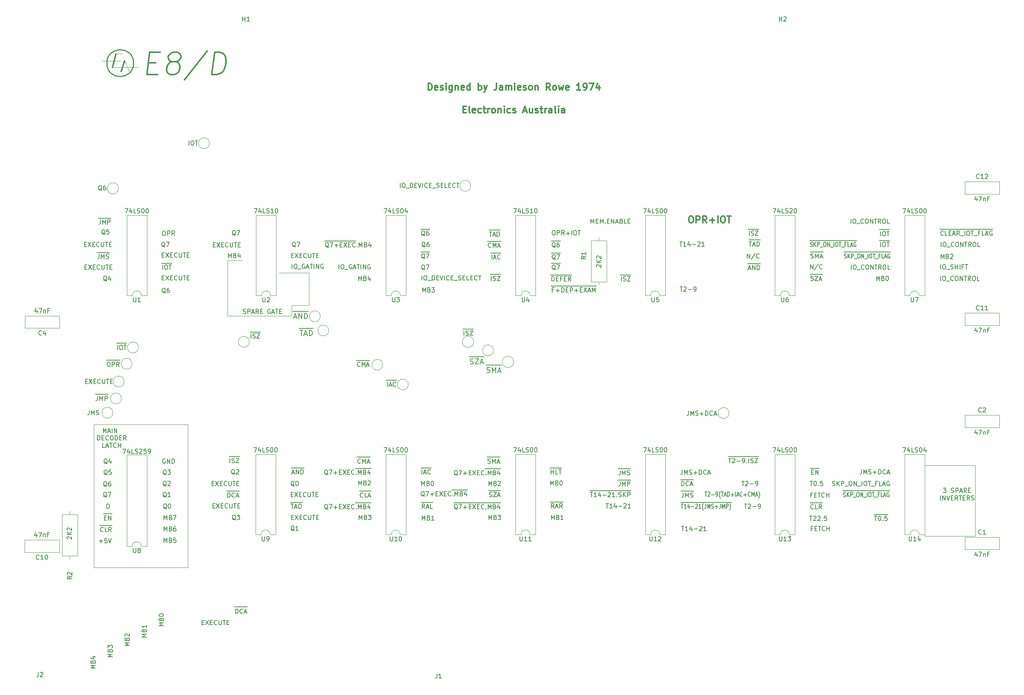
<source format=gbr>
G04 #@! TF.GenerationSoftware,KiCad,Pcbnew,(5.1.10-1-10_14)*
G04 #@! TF.CreationDate,2022-02-06T21:24:09+11:00*
G04 #@! TF.ProjectId,educ 8 decoder,65647563-2038-4206-9465-636f6465722e,rev?*
G04 #@! TF.SameCoordinates,Original*
G04 #@! TF.FileFunction,Legend,Top*
G04 #@! TF.FilePolarity,Positive*
%FSLAX46Y46*%
G04 Gerber Fmt 4.6, Leading zero omitted, Abs format (unit mm)*
G04 Created by KiCad (PCBNEW (5.1.10-1-10_14)) date 2022-02-06 21:24:09*
%MOMM*%
%LPD*%
G01*
G04 APERTURE LIST*
%ADD10C,0.150000*%
%ADD11C,0.120000*%
%ADD12C,0.300000*%
%ADD13C,0.200000*%
%ADD14C,0.240000*%
G04 APERTURE END LIST*
D10*
X226190476Y-144152380D02*
X226190476Y-143152380D01*
X226761904Y-144152380D01*
X226761904Y-143152380D01*
X227952380Y-143104761D02*
X227095238Y-144390476D01*
X228857142Y-144057142D02*
X228809523Y-144104761D01*
X228666666Y-144152380D01*
X228571428Y-144152380D01*
X228428571Y-144104761D01*
X228333333Y-144009523D01*
X228285714Y-143914285D01*
X228238095Y-143723809D01*
X228238095Y-143580952D01*
X228285714Y-143390476D01*
X228333333Y-143295238D01*
X228428571Y-143200000D01*
X228571428Y-143152380D01*
X228666666Y-143152380D01*
X228809523Y-143200000D01*
X228857142Y-143247619D01*
X212090476Y-141752380D02*
X212090476Y-140752380D01*
X212661904Y-141752380D01*
X212661904Y-140752380D01*
X213852380Y-140704761D02*
X212995238Y-141990476D01*
X214757142Y-141657142D02*
X214709523Y-141704761D01*
X214566666Y-141752380D01*
X214471428Y-141752380D01*
X214328571Y-141704761D01*
X214233333Y-141609523D01*
X214185714Y-141514285D01*
X214138095Y-141323809D01*
X214138095Y-141180952D01*
X214185714Y-140990476D01*
X214233333Y-140895238D01*
X214328571Y-140800000D01*
X214471428Y-140752380D01*
X214566666Y-140752380D01*
X214709523Y-140800000D01*
X214757142Y-140847619D01*
X226685714Y-202228571D02*
X226352380Y-202228571D01*
X226352380Y-202752380D02*
X226352380Y-201752380D01*
X226828571Y-201752380D01*
X227209523Y-202228571D02*
X227542857Y-202228571D01*
X227685714Y-202752380D02*
X227209523Y-202752380D01*
X227209523Y-201752380D01*
X227685714Y-201752380D01*
X227971428Y-201752380D02*
X228542857Y-201752380D01*
X228257142Y-202752380D02*
X228257142Y-201752380D01*
X229447619Y-202657142D02*
X229400000Y-202704761D01*
X229257142Y-202752380D01*
X229161904Y-202752380D01*
X229019047Y-202704761D01*
X228923809Y-202609523D01*
X228876190Y-202514285D01*
X228828571Y-202323809D01*
X228828571Y-202180952D01*
X228876190Y-201990476D01*
X228923809Y-201895238D01*
X229019047Y-201800000D01*
X229161904Y-201752380D01*
X229257142Y-201752380D01*
X229400000Y-201800000D01*
X229447619Y-201847619D01*
X229876190Y-202752380D02*
X229876190Y-201752380D01*
X229876190Y-202228571D02*
X230447619Y-202228571D01*
X230447619Y-202752380D02*
X230447619Y-201752380D01*
X226047619Y-199452380D02*
X226619047Y-199452380D01*
X226333333Y-200452380D02*
X226333333Y-199452380D01*
X226904761Y-199547619D02*
X226952380Y-199500000D01*
X227047619Y-199452380D01*
X227285714Y-199452380D01*
X227380952Y-199500000D01*
X227428571Y-199547619D01*
X227476190Y-199642857D01*
X227476190Y-199738095D01*
X227428571Y-199880952D01*
X226857142Y-200452380D01*
X227476190Y-200452380D01*
X227857142Y-199547619D02*
X227904761Y-199500000D01*
X228000000Y-199452380D01*
X228238095Y-199452380D01*
X228333333Y-199500000D01*
X228380952Y-199547619D01*
X228428571Y-199642857D01*
X228428571Y-199738095D01*
X228380952Y-199880952D01*
X227809523Y-200452380D01*
X228428571Y-200452380D01*
X228857142Y-200357142D02*
X228904761Y-200404761D01*
X228857142Y-200452380D01*
X228809523Y-200404761D01*
X228857142Y-200357142D01*
X228857142Y-200452380D01*
X229809523Y-199452380D02*
X229333333Y-199452380D01*
X229285714Y-199928571D01*
X229333333Y-199880952D01*
X229428571Y-199833333D01*
X229666666Y-199833333D01*
X229761904Y-199880952D01*
X229809523Y-199928571D01*
X229857142Y-200023809D01*
X229857142Y-200261904D01*
X229809523Y-200357142D01*
X229761904Y-200404761D01*
X229666666Y-200452380D01*
X229428571Y-200452380D01*
X229333333Y-200404761D01*
X229285714Y-200357142D01*
X226095238Y-196485000D02*
X227095238Y-196485000D01*
X226904761Y-197757142D02*
X226857142Y-197804761D01*
X226714285Y-197852380D01*
X226619047Y-197852380D01*
X226476190Y-197804761D01*
X226380952Y-197709523D01*
X226333333Y-197614285D01*
X226285714Y-197423809D01*
X226285714Y-197280952D01*
X226333333Y-197090476D01*
X226380952Y-196995238D01*
X226476190Y-196900000D01*
X226619047Y-196852380D01*
X226714285Y-196852380D01*
X226857142Y-196900000D01*
X226904761Y-196947619D01*
X227095238Y-196485000D02*
X227904761Y-196485000D01*
X227809523Y-197852380D02*
X227333333Y-197852380D01*
X227333333Y-196852380D01*
X227904761Y-196485000D02*
X228904761Y-196485000D01*
X228714285Y-197852380D02*
X228380952Y-197376190D01*
X228142857Y-197852380D02*
X228142857Y-196852380D01*
X228523809Y-196852380D01*
X228619047Y-196900000D01*
X228666666Y-196947619D01*
X228714285Y-197042857D01*
X228714285Y-197185714D01*
X228666666Y-197280952D01*
X228619047Y-197328571D01*
X228523809Y-197376190D01*
X228142857Y-197376190D01*
X226585714Y-194728571D02*
X226252380Y-194728571D01*
X226252380Y-195252380D02*
X226252380Y-194252380D01*
X226728571Y-194252380D01*
X227109523Y-194728571D02*
X227442857Y-194728571D01*
X227585714Y-195252380D02*
X227109523Y-195252380D01*
X227109523Y-194252380D01*
X227585714Y-194252380D01*
X227871428Y-194252380D02*
X228442857Y-194252380D01*
X228157142Y-195252380D02*
X228157142Y-194252380D01*
X229347619Y-195157142D02*
X229300000Y-195204761D01*
X229157142Y-195252380D01*
X229061904Y-195252380D01*
X228919047Y-195204761D01*
X228823809Y-195109523D01*
X228776190Y-195014285D01*
X228728571Y-194823809D01*
X228728571Y-194680952D01*
X228776190Y-194490476D01*
X228823809Y-194395238D01*
X228919047Y-194300000D01*
X229061904Y-194252380D01*
X229157142Y-194252380D01*
X229300000Y-194300000D01*
X229347619Y-194347619D01*
X229776190Y-195252380D02*
X229776190Y-194252380D01*
X229776190Y-194728571D02*
X230347619Y-194728571D01*
X230347619Y-195252380D02*
X230347619Y-194252380D01*
X226123809Y-191652380D02*
X226695238Y-191652380D01*
X226409523Y-192652380D02*
X226409523Y-191652380D01*
X227219047Y-191652380D02*
X227314285Y-191652380D01*
X227409523Y-191700000D01*
X227457142Y-191747619D01*
X227504761Y-191842857D01*
X227552380Y-192033333D01*
X227552380Y-192271428D01*
X227504761Y-192461904D01*
X227457142Y-192557142D01*
X227409523Y-192604761D01*
X227314285Y-192652380D01*
X227219047Y-192652380D01*
X227123809Y-192604761D01*
X227076190Y-192557142D01*
X227028571Y-192461904D01*
X226980952Y-192271428D01*
X226980952Y-192033333D01*
X227028571Y-191842857D01*
X227076190Y-191747619D01*
X227123809Y-191700000D01*
X227219047Y-191652380D01*
X227980952Y-192557142D02*
X228028571Y-192604761D01*
X227980952Y-192652380D01*
X227933333Y-192604761D01*
X227980952Y-192557142D01*
X227980952Y-192652380D01*
X228933333Y-191652380D02*
X228457142Y-191652380D01*
X228409523Y-192128571D01*
X228457142Y-192080952D01*
X228552380Y-192033333D01*
X228790476Y-192033333D01*
X228885714Y-192080952D01*
X228933333Y-192128571D01*
X228980952Y-192223809D01*
X228980952Y-192461904D01*
X228933333Y-192557142D01*
X228885714Y-192604761D01*
X228790476Y-192652380D01*
X228552380Y-192652380D01*
X228457142Y-192604761D01*
X228409523Y-192557142D01*
X226223809Y-188785000D02*
X227128571Y-188785000D01*
X226461904Y-189628571D02*
X226795238Y-189628571D01*
X226938095Y-190152380D02*
X226461904Y-190152380D01*
X226461904Y-189152380D01*
X226938095Y-189152380D01*
X227128571Y-188785000D02*
X228176190Y-188785000D01*
X227366666Y-190152380D02*
X227366666Y-189152380D01*
X227938095Y-190152380D01*
X227938095Y-189152380D01*
X211442857Y-196752380D02*
X212014285Y-196752380D01*
X211728571Y-197752380D02*
X211728571Y-196752380D01*
X212300000Y-196847619D02*
X212347619Y-196800000D01*
X212442857Y-196752380D01*
X212680952Y-196752380D01*
X212776190Y-196800000D01*
X212823809Y-196847619D01*
X212871428Y-196942857D01*
X212871428Y-197038095D01*
X212823809Y-197180952D01*
X212252380Y-197752380D01*
X212871428Y-197752380D01*
X213300000Y-197371428D02*
X214061904Y-197371428D01*
X214585714Y-197752380D02*
X214776190Y-197752380D01*
X214871428Y-197704761D01*
X214919047Y-197657142D01*
X215014285Y-197514285D01*
X215061904Y-197323809D01*
X215061904Y-196942857D01*
X215014285Y-196847619D01*
X214966666Y-196800000D01*
X214871428Y-196752380D01*
X214680952Y-196752380D01*
X214585714Y-196800000D01*
X214538095Y-196847619D01*
X214490476Y-196942857D01*
X214490476Y-197180952D01*
X214538095Y-197276190D01*
X214585714Y-197323809D01*
X214680952Y-197371428D01*
X214871428Y-197371428D01*
X214966666Y-197323809D01*
X215014285Y-197276190D01*
X215061904Y-197180952D01*
X202609523Y-194052380D02*
X203066666Y-194052380D01*
X202838095Y-195052380D02*
X202838095Y-194052380D01*
X203295238Y-194147619D02*
X203333333Y-194100000D01*
X203409523Y-194052380D01*
X203600000Y-194052380D01*
X203676190Y-194100000D01*
X203714285Y-194147619D01*
X203752380Y-194242857D01*
X203752380Y-194338095D01*
X203714285Y-194480952D01*
X203257142Y-195052380D01*
X203752380Y-195052380D01*
X204095238Y-194671428D02*
X204704761Y-194671428D01*
X205123809Y-195052380D02*
X205276190Y-195052380D01*
X205352380Y-195004761D01*
X205390476Y-194957142D01*
X205466666Y-194814285D01*
X205504761Y-194623809D01*
X205504761Y-194242857D01*
X205466666Y-194147619D01*
X205428571Y-194100000D01*
X205352380Y-194052380D01*
X205200000Y-194052380D01*
X205123809Y-194100000D01*
X205085714Y-194147619D01*
X205047619Y-194242857D01*
X205047619Y-194480952D01*
X205085714Y-194576190D01*
X205123809Y-194623809D01*
X205200000Y-194671428D01*
X205352380Y-194671428D01*
X205428571Y-194623809D01*
X205466666Y-194576190D01*
X205504761Y-194480952D01*
X206076190Y-195433333D02*
X206038095Y-195385714D01*
X205961904Y-195242857D01*
X205923809Y-195147619D01*
X205885714Y-195004761D01*
X205847619Y-194766666D01*
X205847619Y-194576190D01*
X205885714Y-194338095D01*
X205923809Y-194195238D01*
X205961904Y-194100000D01*
X206038095Y-193957142D01*
X206076190Y-193909523D01*
X206266666Y-194052380D02*
X206723809Y-194052380D01*
X206495238Y-195052380D02*
X206495238Y-194052380D01*
X206952380Y-194766666D02*
X207333333Y-194766666D01*
X206876190Y-195052380D02*
X207142857Y-194052380D01*
X207409523Y-195052380D01*
X207676190Y-195052380D02*
X207676190Y-194052380D01*
X207866666Y-194052380D01*
X207980952Y-194100000D01*
X208057142Y-194195238D01*
X208095238Y-194290476D01*
X208133333Y-194480952D01*
X208133333Y-194623809D01*
X208095238Y-194814285D01*
X208057142Y-194909523D01*
X207980952Y-195004761D01*
X207866666Y-195052380D01*
X207676190Y-195052380D01*
X208476190Y-194671428D02*
X209085714Y-194671428D01*
X208780952Y-195052380D02*
X208780952Y-194290476D01*
X209466666Y-195052380D02*
X209466666Y-194052380D01*
X209809523Y-194766666D02*
X210190476Y-194766666D01*
X209733333Y-195052380D02*
X210000000Y-194052380D01*
X210266666Y-195052380D01*
X210990476Y-194957142D02*
X210952380Y-195004761D01*
X210838095Y-195052380D01*
X210761904Y-195052380D01*
X210647619Y-195004761D01*
X210571428Y-194909523D01*
X210533333Y-194814285D01*
X210495238Y-194623809D01*
X210495238Y-194480952D01*
X210533333Y-194290476D01*
X210571428Y-194195238D01*
X210647619Y-194100000D01*
X210761904Y-194052380D01*
X210838095Y-194052380D01*
X210952380Y-194100000D01*
X210990476Y-194147619D01*
X211333333Y-194671428D02*
X211942857Y-194671428D01*
X211638095Y-195052380D02*
X211638095Y-194290476D01*
X212780952Y-194957142D02*
X212742857Y-195004761D01*
X212628571Y-195052380D01*
X212552380Y-195052380D01*
X212438095Y-195004761D01*
X212361904Y-194909523D01*
X212323809Y-194814285D01*
X212285714Y-194623809D01*
X212285714Y-194480952D01*
X212323809Y-194290476D01*
X212361904Y-194195238D01*
X212438095Y-194100000D01*
X212552380Y-194052380D01*
X212628571Y-194052380D01*
X212742857Y-194100000D01*
X212780952Y-194147619D01*
X213123809Y-195052380D02*
X213123809Y-194052380D01*
X213390476Y-194766666D01*
X213657142Y-194052380D01*
X213657142Y-195052380D01*
X214000000Y-194766666D02*
X214380952Y-194766666D01*
X213923809Y-195052380D02*
X214190476Y-194052380D01*
X214457142Y-195052380D01*
X214647619Y-195433333D02*
X214685714Y-195385714D01*
X214761904Y-195242857D01*
X214800000Y-195147619D01*
X214838095Y-195004761D01*
X214876190Y-194766666D01*
X214876190Y-194576190D01*
X214838095Y-194338095D01*
X214800000Y-194195238D01*
X214761904Y-194100000D01*
X214685714Y-193957142D01*
X214647619Y-193909523D01*
X210842857Y-191652380D02*
X211414285Y-191652380D01*
X211128571Y-192652380D02*
X211128571Y-191652380D01*
X211700000Y-191747619D02*
X211747619Y-191700000D01*
X211842857Y-191652380D01*
X212080952Y-191652380D01*
X212176190Y-191700000D01*
X212223809Y-191747619D01*
X212271428Y-191842857D01*
X212271428Y-191938095D01*
X212223809Y-192080952D01*
X211652380Y-192652380D01*
X212271428Y-192652380D01*
X212700000Y-192271428D02*
X213461904Y-192271428D01*
X213985714Y-192652380D02*
X214176190Y-192652380D01*
X214271428Y-192604761D01*
X214319047Y-192557142D01*
X214414285Y-192414285D01*
X214461904Y-192223809D01*
X214461904Y-191842857D01*
X214414285Y-191747619D01*
X214366666Y-191700000D01*
X214271428Y-191652380D01*
X214080952Y-191652380D01*
X213985714Y-191700000D01*
X213938095Y-191747619D01*
X213890476Y-191842857D01*
X213890476Y-192080952D01*
X213938095Y-192176190D01*
X213985714Y-192223809D01*
X214080952Y-192271428D01*
X214271428Y-192271428D01*
X214366666Y-192223809D01*
X214414285Y-192176190D01*
X214461904Y-192080952D01*
X207819047Y-186185000D02*
X208580952Y-186185000D01*
X207914285Y-186552380D02*
X208485714Y-186552380D01*
X208200000Y-187552380D02*
X208200000Y-186552380D01*
X208580952Y-186185000D02*
X209533333Y-186185000D01*
X208771428Y-186647619D02*
X208819047Y-186600000D01*
X208914285Y-186552380D01*
X209152380Y-186552380D01*
X209247619Y-186600000D01*
X209295238Y-186647619D01*
X209342857Y-186742857D01*
X209342857Y-186838095D01*
X209295238Y-186980952D01*
X208723809Y-187552380D01*
X209342857Y-187552380D01*
X209533333Y-186185000D02*
X210771428Y-186185000D01*
X209771428Y-187171428D02*
X210533333Y-187171428D01*
X210771428Y-186185000D02*
X211723809Y-186185000D01*
X211057142Y-187552380D02*
X211247619Y-187552380D01*
X211342857Y-187504761D01*
X211390476Y-187457142D01*
X211485714Y-187314285D01*
X211533333Y-187123809D01*
X211533333Y-186742857D01*
X211485714Y-186647619D01*
X211438095Y-186600000D01*
X211342857Y-186552380D01*
X211152380Y-186552380D01*
X211057142Y-186600000D01*
X211009523Y-186647619D01*
X210961904Y-186742857D01*
X210961904Y-186980952D01*
X211009523Y-187076190D01*
X211057142Y-187123809D01*
X211152380Y-187171428D01*
X211342857Y-187171428D01*
X211438095Y-187123809D01*
X211485714Y-187076190D01*
X211533333Y-186980952D01*
X211723809Y-186185000D02*
X212200000Y-186185000D01*
X211961904Y-187457142D02*
X212009523Y-187504761D01*
X211961904Y-187552380D01*
X211914285Y-187504761D01*
X211961904Y-187457142D01*
X211961904Y-187552380D01*
X212200000Y-186185000D02*
X212676190Y-186185000D01*
X212438095Y-187552380D02*
X212438095Y-186552380D01*
X212676190Y-186185000D02*
X213628571Y-186185000D01*
X212866666Y-187504761D02*
X213009523Y-187552380D01*
X213247619Y-187552380D01*
X213342857Y-187504761D01*
X213390476Y-187457142D01*
X213438095Y-187361904D01*
X213438095Y-187266666D01*
X213390476Y-187171428D01*
X213342857Y-187123809D01*
X213247619Y-187076190D01*
X213057142Y-187028571D01*
X212961904Y-186980952D01*
X212914285Y-186933333D01*
X212866666Y-186838095D01*
X212866666Y-186742857D01*
X212914285Y-186647619D01*
X212961904Y-186600000D01*
X213057142Y-186552380D01*
X213295238Y-186552380D01*
X213438095Y-186600000D01*
X213628571Y-186185000D02*
X214580952Y-186185000D01*
X213771428Y-186552380D02*
X214438095Y-186552380D01*
X213771428Y-187552380D01*
X214438095Y-187552380D01*
X197547619Y-189152380D02*
X197547619Y-189866666D01*
X197500000Y-190009523D01*
X197404761Y-190104761D01*
X197261904Y-190152380D01*
X197166666Y-190152380D01*
X198023809Y-190152380D02*
X198023809Y-189152380D01*
X198357142Y-189866666D01*
X198690476Y-189152380D01*
X198690476Y-190152380D01*
X199119047Y-190104761D02*
X199261904Y-190152380D01*
X199500000Y-190152380D01*
X199595238Y-190104761D01*
X199642857Y-190057142D01*
X199690476Y-189961904D01*
X199690476Y-189866666D01*
X199642857Y-189771428D01*
X199595238Y-189723809D01*
X199500000Y-189676190D01*
X199309523Y-189628571D01*
X199214285Y-189580952D01*
X199166666Y-189533333D01*
X199119047Y-189438095D01*
X199119047Y-189342857D01*
X199166666Y-189247619D01*
X199214285Y-189200000D01*
X199309523Y-189152380D01*
X199547619Y-189152380D01*
X199690476Y-189200000D01*
X200119047Y-189771428D02*
X200880952Y-189771428D01*
X200500000Y-190152380D02*
X200500000Y-189390476D01*
X201357142Y-190152380D02*
X201357142Y-189152380D01*
X201595238Y-189152380D01*
X201738095Y-189200000D01*
X201833333Y-189295238D01*
X201880952Y-189390476D01*
X201928571Y-189580952D01*
X201928571Y-189723809D01*
X201880952Y-189914285D01*
X201833333Y-190009523D01*
X201738095Y-190104761D01*
X201595238Y-190152380D01*
X201357142Y-190152380D01*
X202928571Y-190057142D02*
X202880952Y-190104761D01*
X202738095Y-190152380D01*
X202642857Y-190152380D01*
X202500000Y-190104761D01*
X202404761Y-190009523D01*
X202357142Y-189914285D01*
X202309523Y-189723809D01*
X202309523Y-189580952D01*
X202357142Y-189390476D01*
X202404761Y-189295238D01*
X202500000Y-189200000D01*
X202642857Y-189152380D01*
X202738095Y-189152380D01*
X202880952Y-189200000D01*
X202928571Y-189247619D01*
X203309523Y-189866666D02*
X203785714Y-189866666D01*
X203214285Y-190152380D02*
X203547619Y-189152380D01*
X203880952Y-190152380D01*
X197171428Y-191285000D02*
X198171428Y-191285000D01*
X197409523Y-192652380D02*
X197409523Y-191652380D01*
X197647619Y-191652380D01*
X197790476Y-191700000D01*
X197885714Y-191795238D01*
X197933333Y-191890476D01*
X197980952Y-192080952D01*
X197980952Y-192223809D01*
X197933333Y-192414285D01*
X197885714Y-192509523D01*
X197790476Y-192604761D01*
X197647619Y-192652380D01*
X197409523Y-192652380D01*
X198171428Y-191285000D02*
X199171428Y-191285000D01*
X198980952Y-192557142D02*
X198933333Y-192604761D01*
X198790476Y-192652380D01*
X198695238Y-192652380D01*
X198552380Y-192604761D01*
X198457142Y-192509523D01*
X198409523Y-192414285D01*
X198361904Y-192223809D01*
X198361904Y-192080952D01*
X198409523Y-191890476D01*
X198457142Y-191795238D01*
X198552380Y-191700000D01*
X198695238Y-191652380D01*
X198790476Y-191652380D01*
X198933333Y-191700000D01*
X198980952Y-191747619D01*
X199171428Y-191285000D02*
X200028571Y-191285000D01*
X199361904Y-192366666D02*
X199838095Y-192366666D01*
X199266666Y-192652380D02*
X199600000Y-191652380D01*
X199933333Y-192652380D01*
X197390476Y-201752380D02*
X197961904Y-201752380D01*
X197676190Y-202752380D02*
X197676190Y-201752380D01*
X198819047Y-202752380D02*
X198247619Y-202752380D01*
X198533333Y-202752380D02*
X198533333Y-201752380D01*
X198438095Y-201895238D01*
X198342857Y-201990476D01*
X198247619Y-202038095D01*
X199676190Y-202085714D02*
X199676190Y-202752380D01*
X199438095Y-201704761D02*
X199200000Y-202419047D01*
X199819047Y-202419047D01*
X200200000Y-202371428D02*
X200961904Y-202371428D01*
X201390476Y-201847619D02*
X201438095Y-201800000D01*
X201533333Y-201752380D01*
X201771428Y-201752380D01*
X201866666Y-201800000D01*
X201914285Y-201847619D01*
X201961904Y-201942857D01*
X201961904Y-202038095D01*
X201914285Y-202180952D01*
X201342857Y-202752380D01*
X201961904Y-202752380D01*
X202914285Y-202752380D02*
X202342857Y-202752380D01*
X202628571Y-202752380D02*
X202628571Y-201752380D01*
X202533333Y-201895238D01*
X202438095Y-201990476D01*
X202342857Y-202038095D01*
X197242857Y-196385000D02*
X197852380Y-196385000D01*
X197319047Y-196752380D02*
X197776190Y-196752380D01*
X197547619Y-197752380D02*
X197547619Y-196752380D01*
X197852380Y-196385000D02*
X198614285Y-196385000D01*
X198461904Y-197752380D02*
X198004761Y-197752380D01*
X198233333Y-197752380D02*
X198233333Y-196752380D01*
X198157142Y-196895238D01*
X198080952Y-196990476D01*
X198004761Y-197038095D01*
X198614285Y-196385000D02*
X199376190Y-196385000D01*
X199147619Y-197085714D02*
X199147619Y-197752380D01*
X198957142Y-196704761D02*
X198766666Y-197419047D01*
X199261904Y-197419047D01*
X199376190Y-196385000D02*
X200366666Y-196385000D01*
X199566666Y-197371428D02*
X200176190Y-197371428D01*
X200366666Y-196385000D02*
X201128571Y-196385000D01*
X200519047Y-196847619D02*
X200557142Y-196800000D01*
X200633333Y-196752380D01*
X200823809Y-196752380D01*
X200900000Y-196800000D01*
X200938095Y-196847619D01*
X200976190Y-196942857D01*
X200976190Y-197038095D01*
X200938095Y-197180952D01*
X200480952Y-197752380D01*
X200976190Y-197752380D01*
X201128571Y-196385000D02*
X201890476Y-196385000D01*
X201738095Y-197752380D02*
X201280952Y-197752380D01*
X201509523Y-197752380D02*
X201509523Y-196752380D01*
X201433333Y-196895238D01*
X201357142Y-196990476D01*
X201280952Y-197038095D01*
X201890476Y-196385000D02*
X202423809Y-196385000D01*
X202309523Y-198133333D02*
X202271428Y-198085714D01*
X202195238Y-197942857D01*
X202157142Y-197847619D01*
X202119047Y-197704761D01*
X202080952Y-197466666D01*
X202080952Y-197276190D01*
X202119047Y-197038095D01*
X202157142Y-196895238D01*
X202195238Y-196800000D01*
X202271428Y-196657142D01*
X202309523Y-196609523D01*
X202423809Y-196385000D02*
X203033333Y-196385000D01*
X202842857Y-196752380D02*
X202842857Y-197466666D01*
X202804761Y-197609523D01*
X202728571Y-197704761D01*
X202614285Y-197752380D01*
X202538095Y-197752380D01*
X203033333Y-196385000D02*
X203947619Y-196385000D01*
X203223809Y-197752380D02*
X203223809Y-196752380D01*
X203490476Y-197466666D01*
X203757142Y-196752380D01*
X203757142Y-197752380D01*
X203947619Y-196385000D02*
X204709523Y-196385000D01*
X204100000Y-197704761D02*
X204214285Y-197752380D01*
X204404761Y-197752380D01*
X204480952Y-197704761D01*
X204519047Y-197657142D01*
X204557142Y-197561904D01*
X204557142Y-197466666D01*
X204519047Y-197371428D01*
X204480952Y-197323809D01*
X204404761Y-197276190D01*
X204252380Y-197228571D01*
X204176190Y-197180952D01*
X204138095Y-197133333D01*
X204100000Y-197038095D01*
X204100000Y-196942857D01*
X204138095Y-196847619D01*
X204176190Y-196800000D01*
X204252380Y-196752380D01*
X204442857Y-196752380D01*
X204557142Y-196800000D01*
X204709523Y-196385000D02*
X205700000Y-196385000D01*
X204900000Y-197371428D02*
X205509523Y-197371428D01*
X205204761Y-197752380D02*
X205204761Y-196990476D01*
X205700000Y-196385000D02*
X206309523Y-196385000D01*
X206119047Y-196752380D02*
X206119047Y-197466666D01*
X206080952Y-197609523D01*
X206004761Y-197704761D01*
X205890476Y-197752380D01*
X205814285Y-197752380D01*
X206309523Y-196385000D02*
X207223809Y-196385000D01*
X206500000Y-197752380D02*
X206500000Y-196752380D01*
X206766666Y-197466666D01*
X207033333Y-196752380D01*
X207033333Y-197752380D01*
X207223809Y-196385000D02*
X208023809Y-196385000D01*
X207414285Y-197752380D02*
X207414285Y-196752380D01*
X207719047Y-196752380D01*
X207795238Y-196800000D01*
X207833333Y-196847619D01*
X207871428Y-196942857D01*
X207871428Y-197085714D01*
X207833333Y-197180952D01*
X207795238Y-197228571D01*
X207719047Y-197276190D01*
X207414285Y-197276190D01*
X208023809Y-196385000D02*
X208557142Y-196385000D01*
X208138095Y-198133333D02*
X208176190Y-198085714D01*
X208252380Y-197942857D01*
X208290476Y-197847619D01*
X208328571Y-197704761D01*
X208366666Y-197466666D01*
X208366666Y-197276190D01*
X208328571Y-197038095D01*
X208290476Y-196895238D01*
X208252380Y-196800000D01*
X208176190Y-196657142D01*
X208138095Y-196609523D01*
X197271428Y-193885000D02*
X198033333Y-193885000D01*
X197795238Y-194252380D02*
X197795238Y-194966666D01*
X197747619Y-195109523D01*
X197652380Y-195204761D01*
X197509523Y-195252380D01*
X197414285Y-195252380D01*
X198033333Y-193885000D02*
X199176190Y-193885000D01*
X198271428Y-195252380D02*
X198271428Y-194252380D01*
X198604761Y-194966666D01*
X198938095Y-194252380D01*
X198938095Y-195252380D01*
X199176190Y-193885000D02*
X200128571Y-193885000D01*
X199366666Y-195204761D02*
X199509523Y-195252380D01*
X199747619Y-195252380D01*
X199842857Y-195204761D01*
X199890476Y-195157142D01*
X199938095Y-195061904D01*
X199938095Y-194966666D01*
X199890476Y-194871428D01*
X199842857Y-194823809D01*
X199747619Y-194776190D01*
X199557142Y-194728571D01*
X199461904Y-194680952D01*
X199414285Y-194633333D01*
X199366666Y-194538095D01*
X199366666Y-194442857D01*
X199414285Y-194347619D01*
X199461904Y-194300000D01*
X199557142Y-194252380D01*
X199795238Y-194252380D01*
X199938095Y-194300000D01*
X180490476Y-196652380D02*
X181061904Y-196652380D01*
X180776190Y-197652380D02*
X180776190Y-196652380D01*
X181919047Y-197652380D02*
X181347619Y-197652380D01*
X181633333Y-197652380D02*
X181633333Y-196652380D01*
X181538095Y-196795238D01*
X181442857Y-196890476D01*
X181347619Y-196938095D01*
X182776190Y-196985714D02*
X182776190Y-197652380D01*
X182538095Y-196604761D02*
X182300000Y-197319047D01*
X182919047Y-197319047D01*
X183300000Y-197271428D02*
X184061904Y-197271428D01*
X184490476Y-196747619D02*
X184538095Y-196700000D01*
X184633333Y-196652380D01*
X184871428Y-196652380D01*
X184966666Y-196700000D01*
X185014285Y-196747619D01*
X185061904Y-196842857D01*
X185061904Y-196938095D01*
X185014285Y-197080952D01*
X184442857Y-197652380D01*
X185061904Y-197652380D01*
X186014285Y-197652380D02*
X185442857Y-197652380D01*
X185728571Y-197652380D02*
X185728571Y-196652380D01*
X185633333Y-196795238D01*
X185538095Y-196890476D01*
X185442857Y-196938095D01*
X176880952Y-193785000D02*
X177642857Y-193785000D01*
X176976190Y-194152380D02*
X177547619Y-194152380D01*
X177261904Y-195152380D02*
X177261904Y-194152380D01*
X177642857Y-193785000D02*
X178595238Y-193785000D01*
X178404761Y-195152380D02*
X177833333Y-195152380D01*
X178119047Y-195152380D02*
X178119047Y-194152380D01*
X178023809Y-194295238D01*
X177928571Y-194390476D01*
X177833333Y-194438095D01*
X178595238Y-193785000D02*
X179547619Y-193785000D01*
X179261904Y-194485714D02*
X179261904Y-195152380D01*
X179023809Y-194104761D02*
X178785714Y-194819047D01*
X179404761Y-194819047D01*
X179547619Y-193785000D02*
X180785714Y-193785000D01*
X179785714Y-194771428D02*
X180547619Y-194771428D01*
X180785714Y-193785000D02*
X181738095Y-193785000D01*
X180976190Y-194247619D02*
X181023809Y-194200000D01*
X181119047Y-194152380D01*
X181357142Y-194152380D01*
X181452380Y-194200000D01*
X181500000Y-194247619D01*
X181547619Y-194342857D01*
X181547619Y-194438095D01*
X181500000Y-194580952D01*
X180928571Y-195152380D01*
X181547619Y-195152380D01*
X181738095Y-193785000D02*
X182690476Y-193785000D01*
X182500000Y-195152380D02*
X181928571Y-195152380D01*
X182214285Y-195152380D02*
X182214285Y-194152380D01*
X182119047Y-194295238D01*
X182023809Y-194390476D01*
X181928571Y-194438095D01*
X182690476Y-193785000D02*
X183166666Y-193785000D01*
X182928571Y-195057142D02*
X182976190Y-195104761D01*
X182928571Y-195152380D01*
X182880952Y-195104761D01*
X182928571Y-195057142D01*
X182928571Y-195152380D01*
X183166666Y-193785000D02*
X184119047Y-193785000D01*
X183357142Y-195104761D02*
X183500000Y-195152380D01*
X183738095Y-195152380D01*
X183833333Y-195104761D01*
X183880952Y-195057142D01*
X183928571Y-194961904D01*
X183928571Y-194866666D01*
X183880952Y-194771428D01*
X183833333Y-194723809D01*
X183738095Y-194676190D01*
X183547619Y-194628571D01*
X183452380Y-194580952D01*
X183404761Y-194533333D01*
X183357142Y-194438095D01*
X183357142Y-194342857D01*
X183404761Y-194247619D01*
X183452380Y-194200000D01*
X183547619Y-194152380D01*
X183785714Y-194152380D01*
X183928571Y-194200000D01*
X184119047Y-193785000D02*
X185119047Y-193785000D01*
X184357142Y-195152380D02*
X184357142Y-194152380D01*
X184928571Y-195152380D02*
X184500000Y-194580952D01*
X184928571Y-194152380D02*
X184357142Y-194723809D01*
X185119047Y-193785000D02*
X186119047Y-193785000D01*
X185357142Y-195152380D02*
X185357142Y-194152380D01*
X185738095Y-194152380D01*
X185833333Y-194200000D01*
X185880952Y-194247619D01*
X185928571Y-194342857D01*
X185928571Y-194485714D01*
X185880952Y-194580952D01*
X185833333Y-194628571D01*
X185738095Y-194676190D01*
X185357142Y-194676190D01*
X183147619Y-191385000D02*
X183909523Y-191385000D01*
X183671428Y-191752380D02*
X183671428Y-192466666D01*
X183623809Y-192609523D01*
X183528571Y-192704761D01*
X183385714Y-192752380D01*
X183290476Y-192752380D01*
X183909523Y-191385000D02*
X185052380Y-191385000D01*
X184147619Y-192752380D02*
X184147619Y-191752380D01*
X184480952Y-192466666D01*
X184814285Y-191752380D01*
X184814285Y-192752380D01*
X185052380Y-191385000D02*
X186052380Y-191385000D01*
X185290476Y-192752380D02*
X185290476Y-191752380D01*
X185671428Y-191752380D01*
X185766666Y-191800000D01*
X185814285Y-191847619D01*
X185861904Y-191942857D01*
X185861904Y-192085714D01*
X185814285Y-192180952D01*
X185766666Y-192228571D01*
X185671428Y-192276190D01*
X185290476Y-192276190D01*
X183171428Y-188885000D02*
X183933333Y-188885000D01*
X183695238Y-189252380D02*
X183695238Y-189966666D01*
X183647619Y-190109523D01*
X183552380Y-190204761D01*
X183409523Y-190252380D01*
X183314285Y-190252380D01*
X183933333Y-188885000D02*
X185076190Y-188885000D01*
X184171428Y-190252380D02*
X184171428Y-189252380D01*
X184504761Y-189966666D01*
X184838095Y-189252380D01*
X184838095Y-190252380D01*
X185076190Y-188885000D02*
X186028571Y-188885000D01*
X185266666Y-190204761D02*
X185409523Y-190252380D01*
X185647619Y-190252380D01*
X185742857Y-190204761D01*
X185790476Y-190157142D01*
X185838095Y-190061904D01*
X185838095Y-189966666D01*
X185790476Y-189871428D01*
X185742857Y-189823809D01*
X185647619Y-189776190D01*
X185457142Y-189728571D01*
X185361904Y-189680952D01*
X185314285Y-189633333D01*
X185266666Y-189538095D01*
X185266666Y-189442857D01*
X185314285Y-189347619D01*
X185361904Y-189300000D01*
X185457142Y-189252380D01*
X185695238Y-189252380D01*
X185838095Y-189300000D01*
X167990476Y-188685000D02*
X169038095Y-188685000D01*
X168228571Y-190052380D02*
X168228571Y-189052380D01*
X168228571Y-189528571D02*
X168800000Y-189528571D01*
X168800000Y-190052380D02*
X168800000Y-189052380D01*
X169038095Y-188685000D02*
X169847619Y-188685000D01*
X169752380Y-190052380D02*
X169276190Y-190052380D01*
X169276190Y-189052380D01*
X169847619Y-188685000D02*
X170609523Y-188685000D01*
X169942857Y-189052380D02*
X170514285Y-189052380D01*
X170228571Y-190052380D02*
X170228571Y-189052380D01*
X168090476Y-192552380D02*
X168090476Y-191552380D01*
X168423809Y-192266666D01*
X168757142Y-191552380D01*
X168757142Y-192552380D01*
X169566666Y-192028571D02*
X169709523Y-192076190D01*
X169757142Y-192123809D01*
X169804761Y-192219047D01*
X169804761Y-192361904D01*
X169757142Y-192457142D01*
X169709523Y-192504761D01*
X169614285Y-192552380D01*
X169233333Y-192552380D01*
X169233333Y-191552380D01*
X169566666Y-191552380D01*
X169661904Y-191600000D01*
X169709523Y-191647619D01*
X169757142Y-191742857D01*
X169757142Y-191838095D01*
X169709523Y-191933333D01*
X169661904Y-191980952D01*
X169566666Y-192028571D01*
X169233333Y-192028571D01*
X170423809Y-191552380D02*
X170519047Y-191552380D01*
X170614285Y-191600000D01*
X170661904Y-191647619D01*
X170709523Y-191742857D01*
X170757142Y-191933333D01*
X170757142Y-192171428D01*
X170709523Y-192361904D01*
X170661904Y-192457142D01*
X170614285Y-192504761D01*
X170519047Y-192552380D01*
X170423809Y-192552380D01*
X170328571Y-192504761D01*
X170280952Y-192457142D01*
X170233333Y-192361904D01*
X170185714Y-192171428D01*
X170185714Y-191933333D01*
X170233333Y-191742857D01*
X170280952Y-191647619D01*
X170328571Y-191600000D01*
X170423809Y-191552380D01*
X168071428Y-196285000D02*
X169071428Y-196285000D01*
X168880952Y-197652380D02*
X168547619Y-197176190D01*
X168309523Y-197652380D02*
X168309523Y-196652380D01*
X168690476Y-196652380D01*
X168785714Y-196700000D01*
X168833333Y-196747619D01*
X168880952Y-196842857D01*
X168880952Y-196985714D01*
X168833333Y-197080952D01*
X168785714Y-197128571D01*
X168690476Y-197176190D01*
X168309523Y-197176190D01*
X169071428Y-196285000D02*
X169928571Y-196285000D01*
X169261904Y-197366666D02*
X169738095Y-197366666D01*
X169166666Y-197652380D02*
X169500000Y-196652380D01*
X169833333Y-197652380D01*
X169928571Y-196285000D02*
X170928571Y-196285000D01*
X170738095Y-197652380D02*
X170404761Y-197176190D01*
X170166666Y-197652380D02*
X170166666Y-196652380D01*
X170547619Y-196652380D01*
X170642857Y-196700000D01*
X170690476Y-196747619D01*
X170738095Y-196842857D01*
X170738095Y-196985714D01*
X170690476Y-197080952D01*
X170642857Y-197128571D01*
X170547619Y-197176190D01*
X170166666Y-197176190D01*
X168290476Y-200252380D02*
X168290476Y-199252380D01*
X168623809Y-199966666D01*
X168957142Y-199252380D01*
X168957142Y-200252380D01*
X169766666Y-199728571D02*
X169909523Y-199776190D01*
X169957142Y-199823809D01*
X170004761Y-199919047D01*
X170004761Y-200061904D01*
X169957142Y-200157142D01*
X169909523Y-200204761D01*
X169814285Y-200252380D01*
X169433333Y-200252380D01*
X169433333Y-199252380D01*
X169766666Y-199252380D01*
X169861904Y-199300000D01*
X169909523Y-199347619D01*
X169957142Y-199442857D01*
X169957142Y-199538095D01*
X169909523Y-199633333D01*
X169861904Y-199680952D01*
X169766666Y-199728571D01*
X169433333Y-199728571D01*
X170957142Y-200252380D02*
X170385714Y-200252380D01*
X170671428Y-200252380D02*
X170671428Y-199252380D01*
X170576190Y-199395238D01*
X170480952Y-199490476D01*
X170385714Y-199538095D01*
X154290476Y-200252380D02*
X154290476Y-199252380D01*
X154623809Y-199966666D01*
X154957142Y-199252380D01*
X154957142Y-200252380D01*
X155766666Y-199728571D02*
X155909523Y-199776190D01*
X155957142Y-199823809D01*
X156004761Y-199919047D01*
X156004761Y-200061904D01*
X155957142Y-200157142D01*
X155909523Y-200204761D01*
X155814285Y-200252380D01*
X155433333Y-200252380D01*
X155433333Y-199252380D01*
X155766666Y-199252380D01*
X155861904Y-199300000D01*
X155909523Y-199347619D01*
X155957142Y-199442857D01*
X155957142Y-199538095D01*
X155909523Y-199633333D01*
X155861904Y-199680952D01*
X155766666Y-199728571D01*
X155433333Y-199728571D01*
X156338095Y-199252380D02*
X156957142Y-199252380D01*
X156623809Y-199633333D01*
X156766666Y-199633333D01*
X156861904Y-199680952D01*
X156909523Y-199728571D01*
X156957142Y-199823809D01*
X156957142Y-200061904D01*
X156909523Y-200157142D01*
X156861904Y-200204761D01*
X156766666Y-200252380D01*
X156480952Y-200252380D01*
X156385714Y-200204761D01*
X156338095Y-200157142D01*
X146414285Y-196485000D02*
X147461904Y-196485000D01*
X147319047Y-197947619D02*
X147223809Y-197900000D01*
X147128571Y-197804761D01*
X146985714Y-197661904D01*
X146890476Y-197614285D01*
X146795238Y-197614285D01*
X146842857Y-197852380D02*
X146747619Y-197804761D01*
X146652380Y-197709523D01*
X146604761Y-197519047D01*
X146604761Y-197185714D01*
X146652380Y-196995238D01*
X146747619Y-196900000D01*
X146842857Y-196852380D01*
X147033333Y-196852380D01*
X147128571Y-196900000D01*
X147223809Y-196995238D01*
X147271428Y-197185714D01*
X147271428Y-197519047D01*
X147223809Y-197709523D01*
X147128571Y-197804761D01*
X147033333Y-197852380D01*
X146842857Y-197852380D01*
X147461904Y-196485000D02*
X148414285Y-196485000D01*
X147604761Y-196852380D02*
X148271428Y-196852380D01*
X147842857Y-197852380D01*
X148414285Y-196485000D02*
X149652380Y-196485000D01*
X148652380Y-197471428D02*
X149414285Y-197471428D01*
X149033333Y-197852380D02*
X149033333Y-197090476D01*
X149652380Y-196485000D02*
X150557142Y-196485000D01*
X149890476Y-197328571D02*
X150223809Y-197328571D01*
X150366666Y-197852380D02*
X149890476Y-197852380D01*
X149890476Y-196852380D01*
X150366666Y-196852380D01*
X150557142Y-196485000D02*
X151509523Y-196485000D01*
X150700000Y-196852380D02*
X151366666Y-197852380D01*
X151366666Y-196852380D02*
X150700000Y-197852380D01*
X151509523Y-196485000D02*
X152414285Y-196485000D01*
X151747619Y-197328571D02*
X152080952Y-197328571D01*
X152223809Y-197852380D02*
X151747619Y-197852380D01*
X151747619Y-196852380D01*
X152223809Y-196852380D01*
X152414285Y-196485000D02*
X153414285Y-196485000D01*
X153223809Y-197757142D02*
X153176190Y-197804761D01*
X153033333Y-197852380D01*
X152938095Y-197852380D01*
X152795238Y-197804761D01*
X152700000Y-197709523D01*
X152652380Y-197614285D01*
X152604761Y-197423809D01*
X152604761Y-197280952D01*
X152652380Y-197090476D01*
X152700000Y-196995238D01*
X152795238Y-196900000D01*
X152938095Y-196852380D01*
X153033333Y-196852380D01*
X153176190Y-196900000D01*
X153223809Y-196947619D01*
X153414285Y-196485000D02*
X153890476Y-196485000D01*
X153652380Y-197757142D02*
X153700000Y-197804761D01*
X153652380Y-197852380D01*
X153604761Y-197804761D01*
X153652380Y-197757142D01*
X153652380Y-197852380D01*
X153890476Y-196485000D02*
X155033333Y-196485000D01*
X154128571Y-197852380D02*
X154128571Y-196852380D01*
X154461904Y-197566666D01*
X154795238Y-196852380D01*
X154795238Y-197852380D01*
X155033333Y-196485000D02*
X156033333Y-196485000D01*
X155604761Y-197328571D02*
X155747619Y-197376190D01*
X155795238Y-197423809D01*
X155842857Y-197519047D01*
X155842857Y-197661904D01*
X155795238Y-197757142D01*
X155747619Y-197804761D01*
X155652380Y-197852380D01*
X155271428Y-197852380D01*
X155271428Y-196852380D01*
X155604761Y-196852380D01*
X155700000Y-196900000D01*
X155747619Y-196947619D01*
X155795238Y-197042857D01*
X155795238Y-197138095D01*
X155747619Y-197233333D01*
X155700000Y-197280952D01*
X155604761Y-197328571D01*
X155271428Y-197328571D01*
X156033333Y-196485000D02*
X156985714Y-196485000D01*
X156700000Y-197185714D02*
X156700000Y-197852380D01*
X156461904Y-196804761D02*
X156223809Y-197519047D01*
X156842857Y-197519047D01*
X154219047Y-193785000D02*
X155171428Y-193785000D01*
X154409523Y-195104761D02*
X154552380Y-195152380D01*
X154790476Y-195152380D01*
X154885714Y-195104761D01*
X154933333Y-195057142D01*
X154980952Y-194961904D01*
X154980952Y-194866666D01*
X154933333Y-194771428D01*
X154885714Y-194723809D01*
X154790476Y-194676190D01*
X154600000Y-194628571D01*
X154504761Y-194580952D01*
X154457142Y-194533333D01*
X154409523Y-194438095D01*
X154409523Y-194342857D01*
X154457142Y-194247619D01*
X154504761Y-194200000D01*
X154600000Y-194152380D01*
X154838095Y-194152380D01*
X154980952Y-194200000D01*
X155171428Y-193785000D02*
X156123809Y-193785000D01*
X155314285Y-194152380D02*
X155980952Y-194152380D01*
X155314285Y-195152380D01*
X155980952Y-195152380D01*
X156123809Y-193785000D02*
X156980952Y-193785000D01*
X156314285Y-194866666D02*
X156790476Y-194866666D01*
X156219047Y-195152380D02*
X156552380Y-194152380D01*
X156885714Y-195152380D01*
X154290476Y-192652380D02*
X154290476Y-191652380D01*
X154623809Y-192366666D01*
X154957142Y-191652380D01*
X154957142Y-192652380D01*
X155766666Y-192128571D02*
X155909523Y-192176190D01*
X155957142Y-192223809D01*
X156004761Y-192319047D01*
X156004761Y-192461904D01*
X155957142Y-192557142D01*
X155909523Y-192604761D01*
X155814285Y-192652380D01*
X155433333Y-192652380D01*
X155433333Y-191652380D01*
X155766666Y-191652380D01*
X155861904Y-191700000D01*
X155909523Y-191747619D01*
X155957142Y-191842857D01*
X155957142Y-191938095D01*
X155909523Y-192033333D01*
X155861904Y-192080952D01*
X155766666Y-192128571D01*
X155433333Y-192128571D01*
X156385714Y-191747619D02*
X156433333Y-191700000D01*
X156528571Y-191652380D01*
X156766666Y-191652380D01*
X156861904Y-191700000D01*
X156909523Y-191747619D01*
X156957142Y-191842857D01*
X156957142Y-191938095D01*
X156909523Y-192080952D01*
X156338095Y-192652380D01*
X156957142Y-192652380D01*
X147319047Y-190347619D02*
X147223809Y-190300000D01*
X147128571Y-190204761D01*
X146985714Y-190061904D01*
X146890476Y-190014285D01*
X146795238Y-190014285D01*
X146842857Y-190252380D02*
X146747619Y-190204761D01*
X146652380Y-190109523D01*
X146604761Y-189919047D01*
X146604761Y-189585714D01*
X146652380Y-189395238D01*
X146747619Y-189300000D01*
X146842857Y-189252380D01*
X147033333Y-189252380D01*
X147128571Y-189300000D01*
X147223809Y-189395238D01*
X147271428Y-189585714D01*
X147271428Y-189919047D01*
X147223809Y-190109523D01*
X147128571Y-190204761D01*
X147033333Y-190252380D01*
X146842857Y-190252380D01*
X147604761Y-189252380D02*
X148271428Y-189252380D01*
X147842857Y-190252380D01*
X148652380Y-189871428D02*
X149414285Y-189871428D01*
X149033333Y-190252380D02*
X149033333Y-189490476D01*
X149890476Y-189728571D02*
X150223809Y-189728571D01*
X150366666Y-190252380D02*
X149890476Y-190252380D01*
X149890476Y-189252380D01*
X150366666Y-189252380D01*
X150700000Y-189252380D02*
X151366666Y-190252380D01*
X151366666Y-189252380D02*
X150700000Y-190252380D01*
X151747619Y-189728571D02*
X152080952Y-189728571D01*
X152223809Y-190252380D02*
X151747619Y-190252380D01*
X151747619Y-189252380D01*
X152223809Y-189252380D01*
X153223809Y-190157142D02*
X153176190Y-190204761D01*
X153033333Y-190252380D01*
X152938095Y-190252380D01*
X152795238Y-190204761D01*
X152700000Y-190109523D01*
X152652380Y-190014285D01*
X152604761Y-189823809D01*
X152604761Y-189680952D01*
X152652380Y-189490476D01*
X152700000Y-189395238D01*
X152795238Y-189300000D01*
X152938095Y-189252380D01*
X153033333Y-189252380D01*
X153176190Y-189300000D01*
X153223809Y-189347619D01*
X153414285Y-188885000D02*
X153890476Y-188885000D01*
X153652380Y-190157142D02*
X153700000Y-190204761D01*
X153652380Y-190252380D01*
X153604761Y-190204761D01*
X153652380Y-190157142D01*
X153652380Y-190252380D01*
X153890476Y-188885000D02*
X155033333Y-188885000D01*
X154128571Y-190252380D02*
X154128571Y-189252380D01*
X154461904Y-189966666D01*
X154795238Y-189252380D01*
X154795238Y-190252380D01*
X155033333Y-188885000D02*
X156033333Y-188885000D01*
X155604761Y-189728571D02*
X155747619Y-189776190D01*
X155795238Y-189823809D01*
X155842857Y-189919047D01*
X155842857Y-190061904D01*
X155795238Y-190157142D01*
X155747619Y-190204761D01*
X155652380Y-190252380D01*
X155271428Y-190252380D01*
X155271428Y-189252380D01*
X155604761Y-189252380D01*
X155700000Y-189300000D01*
X155747619Y-189347619D01*
X155795238Y-189442857D01*
X155795238Y-189538095D01*
X155747619Y-189633333D01*
X155700000Y-189680952D01*
X155604761Y-189728571D01*
X155271428Y-189728571D01*
X156033333Y-188885000D02*
X156985714Y-188885000D01*
X156700000Y-189585714D02*
X156700000Y-190252380D01*
X156461904Y-189204761D02*
X156223809Y-189919047D01*
X156842857Y-189919047D01*
X153923809Y-186285000D02*
X154876190Y-186285000D01*
X154114285Y-187604761D02*
X154257142Y-187652380D01*
X154495238Y-187652380D01*
X154590476Y-187604761D01*
X154638095Y-187557142D01*
X154685714Y-187461904D01*
X154685714Y-187366666D01*
X154638095Y-187271428D01*
X154590476Y-187223809D01*
X154495238Y-187176190D01*
X154304761Y-187128571D01*
X154209523Y-187080952D01*
X154161904Y-187033333D01*
X154114285Y-186938095D01*
X154114285Y-186842857D01*
X154161904Y-186747619D01*
X154209523Y-186700000D01*
X154304761Y-186652380D01*
X154542857Y-186652380D01*
X154685714Y-186700000D01*
X154876190Y-186285000D02*
X156019047Y-186285000D01*
X155114285Y-187652380D02*
X155114285Y-186652380D01*
X155447619Y-187366666D01*
X155780952Y-186652380D01*
X155780952Y-187652380D01*
X156019047Y-186285000D02*
X156876190Y-186285000D01*
X156209523Y-187366666D02*
X156685714Y-187366666D01*
X156114285Y-187652380D02*
X156447619Y-186652380D01*
X156780952Y-187652380D01*
X139919047Y-195047619D02*
X139823809Y-195000000D01*
X139728571Y-194904761D01*
X139585714Y-194761904D01*
X139490476Y-194714285D01*
X139395238Y-194714285D01*
X139442857Y-194952380D02*
X139347619Y-194904761D01*
X139252380Y-194809523D01*
X139204761Y-194619047D01*
X139204761Y-194285714D01*
X139252380Y-194095238D01*
X139347619Y-194000000D01*
X139442857Y-193952380D01*
X139633333Y-193952380D01*
X139728571Y-194000000D01*
X139823809Y-194095238D01*
X139871428Y-194285714D01*
X139871428Y-194619047D01*
X139823809Y-194809523D01*
X139728571Y-194904761D01*
X139633333Y-194952380D01*
X139442857Y-194952380D01*
X140204761Y-193952380D02*
X140871428Y-193952380D01*
X140442857Y-194952380D01*
X141252380Y-194571428D02*
X142014285Y-194571428D01*
X141633333Y-194952380D02*
X141633333Y-194190476D01*
X142490476Y-194428571D02*
X142823809Y-194428571D01*
X142966666Y-194952380D02*
X142490476Y-194952380D01*
X142490476Y-193952380D01*
X142966666Y-193952380D01*
X143300000Y-193952380D02*
X143966666Y-194952380D01*
X143966666Y-193952380D02*
X143300000Y-194952380D01*
X144347619Y-194428571D02*
X144680952Y-194428571D01*
X144823809Y-194952380D02*
X144347619Y-194952380D01*
X144347619Y-193952380D01*
X144823809Y-193952380D01*
X145823809Y-194857142D02*
X145776190Y-194904761D01*
X145633333Y-194952380D01*
X145538095Y-194952380D01*
X145395238Y-194904761D01*
X145300000Y-194809523D01*
X145252380Y-194714285D01*
X145204761Y-194523809D01*
X145204761Y-194380952D01*
X145252380Y-194190476D01*
X145300000Y-194095238D01*
X145395238Y-194000000D01*
X145538095Y-193952380D01*
X145633333Y-193952380D01*
X145776190Y-194000000D01*
X145823809Y-194047619D01*
X146014285Y-193585000D02*
X146490476Y-193585000D01*
X146252380Y-194857142D02*
X146300000Y-194904761D01*
X146252380Y-194952380D01*
X146204761Y-194904761D01*
X146252380Y-194857142D01*
X146252380Y-194952380D01*
X146490476Y-193585000D02*
X147633333Y-193585000D01*
X146728571Y-194952380D02*
X146728571Y-193952380D01*
X147061904Y-194666666D01*
X147395238Y-193952380D01*
X147395238Y-194952380D01*
X147633333Y-193585000D02*
X148633333Y-193585000D01*
X148204761Y-194428571D02*
X148347619Y-194476190D01*
X148395238Y-194523809D01*
X148442857Y-194619047D01*
X148442857Y-194761904D01*
X148395238Y-194857142D01*
X148347619Y-194904761D01*
X148252380Y-194952380D01*
X147871428Y-194952380D01*
X147871428Y-193952380D01*
X148204761Y-193952380D01*
X148300000Y-194000000D01*
X148347619Y-194047619D01*
X148395238Y-194142857D01*
X148395238Y-194238095D01*
X148347619Y-194333333D01*
X148300000Y-194380952D01*
X148204761Y-194428571D01*
X147871428Y-194428571D01*
X148633333Y-193585000D02*
X149585714Y-193585000D01*
X149300000Y-194285714D02*
X149300000Y-194952380D01*
X149061904Y-193904761D02*
X148823809Y-194619047D01*
X149442857Y-194619047D01*
X139133333Y-188685000D02*
X139609523Y-188685000D01*
X139371428Y-190052380D02*
X139371428Y-189052380D01*
X139609523Y-188685000D02*
X140466666Y-188685000D01*
X139800000Y-189766666D02*
X140276190Y-189766666D01*
X139704761Y-190052380D02*
X140038095Y-189052380D01*
X140371428Y-190052380D01*
X140466666Y-188685000D02*
X141466666Y-188685000D01*
X141276190Y-189957142D02*
X141228571Y-190004761D01*
X141085714Y-190052380D01*
X140990476Y-190052380D01*
X140847619Y-190004761D01*
X140752380Y-189909523D01*
X140704761Y-189814285D01*
X140657142Y-189623809D01*
X140657142Y-189480952D01*
X140704761Y-189290476D01*
X140752380Y-189195238D01*
X140847619Y-189100000D01*
X140990476Y-189052380D01*
X141085714Y-189052380D01*
X141228571Y-189100000D01*
X141276190Y-189147619D01*
X139290476Y-192652380D02*
X139290476Y-191652380D01*
X139623809Y-192366666D01*
X139957142Y-191652380D01*
X139957142Y-192652380D01*
X140766666Y-192128571D02*
X140909523Y-192176190D01*
X140957142Y-192223809D01*
X141004761Y-192319047D01*
X141004761Y-192461904D01*
X140957142Y-192557142D01*
X140909523Y-192604761D01*
X140814285Y-192652380D01*
X140433333Y-192652380D01*
X140433333Y-191652380D01*
X140766666Y-191652380D01*
X140861904Y-191700000D01*
X140909523Y-191747619D01*
X140957142Y-191842857D01*
X140957142Y-191938095D01*
X140909523Y-192033333D01*
X140861904Y-192080952D01*
X140766666Y-192128571D01*
X140433333Y-192128571D01*
X141623809Y-191652380D02*
X141719047Y-191652380D01*
X141814285Y-191700000D01*
X141861904Y-191747619D01*
X141909523Y-191842857D01*
X141957142Y-192033333D01*
X141957142Y-192271428D01*
X141909523Y-192461904D01*
X141861904Y-192557142D01*
X141814285Y-192604761D01*
X141719047Y-192652380D01*
X141623809Y-192652380D01*
X141528571Y-192604761D01*
X141480952Y-192557142D01*
X141433333Y-192461904D01*
X141385714Y-192271428D01*
X141385714Y-192033333D01*
X141433333Y-191842857D01*
X141480952Y-191747619D01*
X141528571Y-191700000D01*
X141623809Y-191652380D01*
X139166666Y-196385000D02*
X140166666Y-196385000D01*
X139976190Y-197752380D02*
X139642857Y-197276190D01*
X139404761Y-197752380D02*
X139404761Y-196752380D01*
X139785714Y-196752380D01*
X139880952Y-196800000D01*
X139928571Y-196847619D01*
X139976190Y-196942857D01*
X139976190Y-197085714D01*
X139928571Y-197180952D01*
X139880952Y-197228571D01*
X139785714Y-197276190D01*
X139404761Y-197276190D01*
X140166666Y-196385000D02*
X141023809Y-196385000D01*
X140357142Y-197466666D02*
X140833333Y-197466666D01*
X140261904Y-197752380D02*
X140595238Y-196752380D01*
X140928571Y-197752380D01*
X141023809Y-196385000D02*
X141833333Y-196385000D01*
X141738095Y-197752380D02*
X141261904Y-197752380D01*
X141261904Y-196752380D01*
X139390476Y-200352380D02*
X139390476Y-199352380D01*
X139723809Y-200066666D01*
X140057142Y-199352380D01*
X140057142Y-200352380D01*
X140866666Y-199828571D02*
X141009523Y-199876190D01*
X141057142Y-199923809D01*
X141104761Y-200019047D01*
X141104761Y-200161904D01*
X141057142Y-200257142D01*
X141009523Y-200304761D01*
X140914285Y-200352380D01*
X140533333Y-200352380D01*
X140533333Y-199352380D01*
X140866666Y-199352380D01*
X140961904Y-199400000D01*
X141009523Y-199447619D01*
X141057142Y-199542857D01*
X141057142Y-199638095D01*
X141009523Y-199733333D01*
X140961904Y-199780952D01*
X140866666Y-199828571D01*
X140533333Y-199828571D01*
X142057142Y-200352380D02*
X141485714Y-200352380D01*
X141771428Y-200352380D02*
X141771428Y-199352380D01*
X141676190Y-199495238D01*
X141580952Y-199590476D01*
X141485714Y-199638095D01*
X125290476Y-200252380D02*
X125290476Y-199252380D01*
X125623809Y-199966666D01*
X125957142Y-199252380D01*
X125957142Y-200252380D01*
X126766666Y-199728571D02*
X126909523Y-199776190D01*
X126957142Y-199823809D01*
X127004761Y-199919047D01*
X127004761Y-200061904D01*
X126957142Y-200157142D01*
X126909523Y-200204761D01*
X126814285Y-200252380D01*
X126433333Y-200252380D01*
X126433333Y-199252380D01*
X126766666Y-199252380D01*
X126861904Y-199300000D01*
X126909523Y-199347619D01*
X126957142Y-199442857D01*
X126957142Y-199538095D01*
X126909523Y-199633333D01*
X126861904Y-199680952D01*
X126766666Y-199728571D01*
X126433333Y-199728571D01*
X127338095Y-199252380D02*
X127957142Y-199252380D01*
X127623809Y-199633333D01*
X127766666Y-199633333D01*
X127861904Y-199680952D01*
X127909523Y-199728571D01*
X127957142Y-199823809D01*
X127957142Y-200061904D01*
X127909523Y-200157142D01*
X127861904Y-200204761D01*
X127766666Y-200252380D01*
X127480952Y-200252380D01*
X127385714Y-200204761D01*
X127338095Y-200157142D01*
X118319047Y-197947619D02*
X118223809Y-197900000D01*
X118128571Y-197804761D01*
X117985714Y-197661904D01*
X117890476Y-197614285D01*
X117795238Y-197614285D01*
X117842857Y-197852380D02*
X117747619Y-197804761D01*
X117652380Y-197709523D01*
X117604761Y-197519047D01*
X117604761Y-197185714D01*
X117652380Y-196995238D01*
X117747619Y-196900000D01*
X117842857Y-196852380D01*
X118033333Y-196852380D01*
X118128571Y-196900000D01*
X118223809Y-196995238D01*
X118271428Y-197185714D01*
X118271428Y-197519047D01*
X118223809Y-197709523D01*
X118128571Y-197804761D01*
X118033333Y-197852380D01*
X117842857Y-197852380D01*
X118604761Y-196852380D02*
X119271428Y-196852380D01*
X118842857Y-197852380D01*
X119652380Y-197471428D02*
X120414285Y-197471428D01*
X120033333Y-197852380D02*
X120033333Y-197090476D01*
X120890476Y-197328571D02*
X121223809Y-197328571D01*
X121366666Y-197852380D02*
X120890476Y-197852380D01*
X120890476Y-196852380D01*
X121366666Y-196852380D01*
X121700000Y-196852380D02*
X122366666Y-197852380D01*
X122366666Y-196852380D02*
X121700000Y-197852380D01*
X122747619Y-197328571D02*
X123080952Y-197328571D01*
X123223809Y-197852380D02*
X122747619Y-197852380D01*
X122747619Y-196852380D01*
X123223809Y-196852380D01*
X124223809Y-197757142D02*
X124176190Y-197804761D01*
X124033333Y-197852380D01*
X123938095Y-197852380D01*
X123795238Y-197804761D01*
X123700000Y-197709523D01*
X123652380Y-197614285D01*
X123604761Y-197423809D01*
X123604761Y-197280952D01*
X123652380Y-197090476D01*
X123700000Y-196995238D01*
X123795238Y-196900000D01*
X123938095Y-196852380D01*
X124033333Y-196852380D01*
X124176190Y-196900000D01*
X124223809Y-196947619D01*
X124414285Y-196485000D02*
X124890476Y-196485000D01*
X124652380Y-197757142D02*
X124700000Y-197804761D01*
X124652380Y-197852380D01*
X124604761Y-197804761D01*
X124652380Y-197757142D01*
X124652380Y-197852380D01*
X124890476Y-196485000D02*
X126033333Y-196485000D01*
X125128571Y-197852380D02*
X125128571Y-196852380D01*
X125461904Y-197566666D01*
X125795238Y-196852380D01*
X125795238Y-197852380D01*
X126033333Y-196485000D02*
X127033333Y-196485000D01*
X126604761Y-197328571D02*
X126747619Y-197376190D01*
X126795238Y-197423809D01*
X126842857Y-197519047D01*
X126842857Y-197661904D01*
X126795238Y-197757142D01*
X126747619Y-197804761D01*
X126652380Y-197852380D01*
X126271428Y-197852380D01*
X126271428Y-196852380D01*
X126604761Y-196852380D01*
X126700000Y-196900000D01*
X126747619Y-196947619D01*
X126795238Y-197042857D01*
X126795238Y-197138095D01*
X126747619Y-197233333D01*
X126700000Y-197280952D01*
X126604761Y-197328571D01*
X126271428Y-197328571D01*
X127033333Y-196485000D02*
X127985714Y-196485000D01*
X127700000Y-197185714D02*
X127700000Y-197852380D01*
X127461904Y-196804761D02*
X127223809Y-197519047D01*
X127842857Y-197519047D01*
X125366666Y-193885000D02*
X126366666Y-193885000D01*
X126176190Y-195157142D02*
X126128571Y-195204761D01*
X125985714Y-195252380D01*
X125890476Y-195252380D01*
X125747619Y-195204761D01*
X125652380Y-195109523D01*
X125604761Y-195014285D01*
X125557142Y-194823809D01*
X125557142Y-194680952D01*
X125604761Y-194490476D01*
X125652380Y-194395238D01*
X125747619Y-194300000D01*
X125890476Y-194252380D01*
X125985714Y-194252380D01*
X126128571Y-194300000D01*
X126176190Y-194347619D01*
X126366666Y-193885000D02*
X127176190Y-193885000D01*
X127080952Y-195252380D02*
X126604761Y-195252380D01*
X126604761Y-194252380D01*
X127176190Y-193885000D02*
X128033333Y-193885000D01*
X127366666Y-194966666D02*
X127842857Y-194966666D01*
X127271428Y-195252380D02*
X127604761Y-194252380D01*
X127938095Y-195252380D01*
X125190476Y-192552380D02*
X125190476Y-191552380D01*
X125523809Y-192266666D01*
X125857142Y-191552380D01*
X125857142Y-192552380D01*
X126666666Y-192028571D02*
X126809523Y-192076190D01*
X126857142Y-192123809D01*
X126904761Y-192219047D01*
X126904761Y-192361904D01*
X126857142Y-192457142D01*
X126809523Y-192504761D01*
X126714285Y-192552380D01*
X126333333Y-192552380D01*
X126333333Y-191552380D01*
X126666666Y-191552380D01*
X126761904Y-191600000D01*
X126809523Y-191647619D01*
X126857142Y-191742857D01*
X126857142Y-191838095D01*
X126809523Y-191933333D01*
X126761904Y-191980952D01*
X126666666Y-192028571D01*
X126333333Y-192028571D01*
X127285714Y-191647619D02*
X127333333Y-191600000D01*
X127428571Y-191552380D01*
X127666666Y-191552380D01*
X127761904Y-191600000D01*
X127809523Y-191647619D01*
X127857142Y-191742857D01*
X127857142Y-191838095D01*
X127809523Y-191980952D01*
X127238095Y-192552380D01*
X127857142Y-192552380D01*
X118319047Y-190247619D02*
X118223809Y-190200000D01*
X118128571Y-190104761D01*
X117985714Y-189961904D01*
X117890476Y-189914285D01*
X117795238Y-189914285D01*
X117842857Y-190152380D02*
X117747619Y-190104761D01*
X117652380Y-190009523D01*
X117604761Y-189819047D01*
X117604761Y-189485714D01*
X117652380Y-189295238D01*
X117747619Y-189200000D01*
X117842857Y-189152380D01*
X118033333Y-189152380D01*
X118128571Y-189200000D01*
X118223809Y-189295238D01*
X118271428Y-189485714D01*
X118271428Y-189819047D01*
X118223809Y-190009523D01*
X118128571Y-190104761D01*
X118033333Y-190152380D01*
X117842857Y-190152380D01*
X118604761Y-189152380D02*
X119271428Y-189152380D01*
X118842857Y-190152380D01*
X119652380Y-189771428D02*
X120414285Y-189771428D01*
X120033333Y-190152380D02*
X120033333Y-189390476D01*
X120890476Y-189628571D02*
X121223809Y-189628571D01*
X121366666Y-190152380D02*
X120890476Y-190152380D01*
X120890476Y-189152380D01*
X121366666Y-189152380D01*
X121700000Y-189152380D02*
X122366666Y-190152380D01*
X122366666Y-189152380D02*
X121700000Y-190152380D01*
X122747619Y-189628571D02*
X123080952Y-189628571D01*
X123223809Y-190152380D02*
X122747619Y-190152380D01*
X122747619Y-189152380D01*
X123223809Y-189152380D01*
X124223809Y-190057142D02*
X124176190Y-190104761D01*
X124033333Y-190152380D01*
X123938095Y-190152380D01*
X123795238Y-190104761D01*
X123700000Y-190009523D01*
X123652380Y-189914285D01*
X123604761Y-189723809D01*
X123604761Y-189580952D01*
X123652380Y-189390476D01*
X123700000Y-189295238D01*
X123795238Y-189200000D01*
X123938095Y-189152380D01*
X124033333Y-189152380D01*
X124176190Y-189200000D01*
X124223809Y-189247619D01*
X124414285Y-188785000D02*
X124890476Y-188785000D01*
X124652380Y-190057142D02*
X124700000Y-190104761D01*
X124652380Y-190152380D01*
X124604761Y-190104761D01*
X124652380Y-190057142D01*
X124652380Y-190152380D01*
X124890476Y-188785000D02*
X126033333Y-188785000D01*
X125128571Y-190152380D02*
X125128571Y-189152380D01*
X125461904Y-189866666D01*
X125795238Y-189152380D01*
X125795238Y-190152380D01*
X126033333Y-188785000D02*
X127033333Y-188785000D01*
X126604761Y-189628571D02*
X126747619Y-189676190D01*
X126795238Y-189723809D01*
X126842857Y-189819047D01*
X126842857Y-189961904D01*
X126795238Y-190057142D01*
X126747619Y-190104761D01*
X126652380Y-190152380D01*
X126271428Y-190152380D01*
X126271428Y-189152380D01*
X126604761Y-189152380D01*
X126700000Y-189200000D01*
X126747619Y-189247619D01*
X126795238Y-189342857D01*
X126795238Y-189438095D01*
X126747619Y-189533333D01*
X126700000Y-189580952D01*
X126604761Y-189628571D01*
X126271428Y-189628571D01*
X127033333Y-188785000D02*
X127985714Y-188785000D01*
X127700000Y-189485714D02*
X127700000Y-190152380D01*
X127461904Y-189104761D02*
X127223809Y-189819047D01*
X127842857Y-189819047D01*
X124800000Y-186285000D02*
X125800000Y-186285000D01*
X125609523Y-187557142D02*
X125561904Y-187604761D01*
X125419047Y-187652380D01*
X125323809Y-187652380D01*
X125180952Y-187604761D01*
X125085714Y-187509523D01*
X125038095Y-187414285D01*
X124990476Y-187223809D01*
X124990476Y-187080952D01*
X125038095Y-186890476D01*
X125085714Y-186795238D01*
X125180952Y-186700000D01*
X125323809Y-186652380D01*
X125419047Y-186652380D01*
X125561904Y-186700000D01*
X125609523Y-186747619D01*
X125800000Y-186285000D02*
X126942857Y-186285000D01*
X126038095Y-187652380D02*
X126038095Y-186652380D01*
X126371428Y-187366666D01*
X126704761Y-186652380D01*
X126704761Y-187652380D01*
X126942857Y-186285000D02*
X127800000Y-186285000D01*
X127133333Y-187366666D02*
X127609523Y-187366666D01*
X127038095Y-187652380D02*
X127371428Y-186652380D01*
X127704761Y-187652380D01*
X99390476Y-154104761D02*
X99533333Y-154152380D01*
X99771428Y-154152380D01*
X99866666Y-154104761D01*
X99914285Y-154057142D01*
X99961904Y-153961904D01*
X99961904Y-153866666D01*
X99914285Y-153771428D01*
X99866666Y-153723809D01*
X99771428Y-153676190D01*
X99580952Y-153628571D01*
X99485714Y-153580952D01*
X99438095Y-153533333D01*
X99390476Y-153438095D01*
X99390476Y-153342857D01*
X99438095Y-153247619D01*
X99485714Y-153200000D01*
X99580952Y-153152380D01*
X99819047Y-153152380D01*
X99961904Y-153200000D01*
X100390476Y-154152380D02*
X100390476Y-153152380D01*
X100771428Y-153152380D01*
X100866666Y-153200000D01*
X100914285Y-153247619D01*
X100961904Y-153342857D01*
X100961904Y-153485714D01*
X100914285Y-153580952D01*
X100866666Y-153628571D01*
X100771428Y-153676190D01*
X100390476Y-153676190D01*
X101342857Y-153866666D02*
X101819047Y-153866666D01*
X101247619Y-154152380D02*
X101580952Y-153152380D01*
X101914285Y-154152380D01*
X102819047Y-154152380D02*
X102485714Y-153676190D01*
X102247619Y-154152380D02*
X102247619Y-153152380D01*
X102628571Y-153152380D01*
X102723809Y-153200000D01*
X102771428Y-153247619D01*
X102819047Y-153342857D01*
X102819047Y-153485714D01*
X102771428Y-153580952D01*
X102723809Y-153628571D01*
X102628571Y-153676190D01*
X102247619Y-153676190D01*
X103247619Y-153628571D02*
X103580952Y-153628571D01*
X103723809Y-154152380D02*
X103247619Y-154152380D01*
X103247619Y-153152380D01*
X103723809Y-153152380D01*
X105438095Y-153200000D02*
X105342857Y-153152380D01*
X105200000Y-153152380D01*
X105057142Y-153200000D01*
X104961904Y-153295238D01*
X104914285Y-153390476D01*
X104866666Y-153580952D01*
X104866666Y-153723809D01*
X104914285Y-153914285D01*
X104961904Y-154009523D01*
X105057142Y-154104761D01*
X105200000Y-154152380D01*
X105295238Y-154152380D01*
X105438095Y-154104761D01*
X105485714Y-154057142D01*
X105485714Y-153723809D01*
X105295238Y-153723809D01*
X105866666Y-153866666D02*
X106342857Y-153866666D01*
X105771428Y-154152380D02*
X106104761Y-153152380D01*
X106438095Y-154152380D01*
X106628571Y-153152380D02*
X107200000Y-153152380D01*
X106914285Y-154152380D02*
X106914285Y-153152380D01*
X107533333Y-153628571D02*
X107866666Y-153628571D01*
X108009523Y-154152380D02*
X107533333Y-154152380D01*
X107533333Y-153152380D01*
X108009523Y-153152380D01*
D11*
X114100000Y-145000000D02*
X107400000Y-145000000D01*
X114100000Y-145300000D02*
X114100000Y-145000000D01*
X114100000Y-152300000D02*
X114100000Y-145300000D01*
X110200000Y-152300000D02*
X114100000Y-152300000D01*
X110200000Y-154700000D02*
X110200000Y-152300000D01*
X95900000Y-154700000D02*
X110200000Y-154700000D01*
X95900000Y-142200000D02*
X95900000Y-154700000D01*
X99100000Y-142200000D02*
X95900000Y-142200000D01*
D10*
X110804761Y-202747619D02*
X110709523Y-202700000D01*
X110614285Y-202604761D01*
X110471428Y-202461904D01*
X110376190Y-202414285D01*
X110280952Y-202414285D01*
X110328571Y-202652380D02*
X110233333Y-202604761D01*
X110138095Y-202509523D01*
X110090476Y-202319047D01*
X110090476Y-201985714D01*
X110138095Y-201795238D01*
X110233333Y-201700000D01*
X110328571Y-201652380D01*
X110519047Y-201652380D01*
X110614285Y-201700000D01*
X110709523Y-201795238D01*
X110757142Y-201985714D01*
X110757142Y-202319047D01*
X110709523Y-202509523D01*
X110614285Y-202604761D01*
X110519047Y-202652380D01*
X110328571Y-202652380D01*
X111709523Y-202652380D02*
X111138095Y-202652380D01*
X111423809Y-202652380D02*
X111423809Y-201652380D01*
X111328571Y-201795238D01*
X111233333Y-201890476D01*
X111138095Y-201938095D01*
X109990476Y-196385000D02*
X110752380Y-196385000D01*
X110085714Y-196752380D02*
X110657142Y-196752380D01*
X110371428Y-197752380D02*
X110371428Y-196752380D01*
X110752380Y-196385000D02*
X111609523Y-196385000D01*
X110942857Y-197466666D02*
X111419047Y-197466666D01*
X110847619Y-197752380D02*
X111180952Y-196752380D01*
X111514285Y-197752380D01*
X111609523Y-196385000D02*
X112609523Y-196385000D01*
X111847619Y-197752380D02*
X111847619Y-196752380D01*
X112085714Y-196752380D01*
X112228571Y-196800000D01*
X112323809Y-196895238D01*
X112371428Y-196990476D01*
X112419047Y-197180952D01*
X112419047Y-197323809D01*
X112371428Y-197514285D01*
X112323809Y-197609523D01*
X112228571Y-197704761D01*
X112085714Y-197752380D01*
X111847619Y-197752380D01*
X110804761Y-192747619D02*
X110709523Y-192700000D01*
X110614285Y-192604761D01*
X110471428Y-192461904D01*
X110376190Y-192414285D01*
X110280952Y-192414285D01*
X110328571Y-192652380D02*
X110233333Y-192604761D01*
X110138095Y-192509523D01*
X110090476Y-192319047D01*
X110090476Y-191985714D01*
X110138095Y-191795238D01*
X110233333Y-191700000D01*
X110328571Y-191652380D01*
X110519047Y-191652380D01*
X110614285Y-191700000D01*
X110709523Y-191795238D01*
X110757142Y-191985714D01*
X110757142Y-192319047D01*
X110709523Y-192509523D01*
X110614285Y-192604761D01*
X110519047Y-192652380D01*
X110328571Y-192652380D01*
X111376190Y-191652380D02*
X111471428Y-191652380D01*
X111566666Y-191700000D01*
X111614285Y-191747619D01*
X111661904Y-191842857D01*
X111709523Y-192033333D01*
X111709523Y-192271428D01*
X111661904Y-192461904D01*
X111614285Y-192557142D01*
X111566666Y-192604761D01*
X111471428Y-192652380D01*
X111376190Y-192652380D01*
X111280952Y-192604761D01*
X111233333Y-192557142D01*
X111185714Y-192461904D01*
X111138095Y-192271428D01*
X111138095Y-192033333D01*
X111185714Y-191842857D01*
X111233333Y-191747619D01*
X111280952Y-191700000D01*
X111376190Y-191652380D01*
X110147619Y-188685000D02*
X111004761Y-188685000D01*
X110338095Y-189766666D02*
X110814285Y-189766666D01*
X110242857Y-190052380D02*
X110576190Y-189052380D01*
X110909523Y-190052380D01*
X111004761Y-188685000D02*
X112052380Y-188685000D01*
X111242857Y-190052380D02*
X111242857Y-189052380D01*
X111814285Y-190052380D01*
X111814285Y-189052380D01*
X112052380Y-188685000D02*
X113052380Y-188685000D01*
X112290476Y-190052380D02*
X112290476Y-189052380D01*
X112528571Y-189052380D01*
X112671428Y-189100000D01*
X112766666Y-189195238D01*
X112814285Y-189290476D01*
X112861904Y-189480952D01*
X112861904Y-189623809D01*
X112814285Y-189814285D01*
X112766666Y-189909523D01*
X112671428Y-190004761D01*
X112528571Y-190052380D01*
X112290476Y-190052380D01*
X110100000Y-194628571D02*
X110433333Y-194628571D01*
X110576190Y-195152380D02*
X110100000Y-195152380D01*
X110100000Y-194152380D01*
X110576190Y-194152380D01*
X110909523Y-194152380D02*
X111576190Y-195152380D01*
X111576190Y-194152380D02*
X110909523Y-195152380D01*
X111957142Y-194628571D02*
X112290476Y-194628571D01*
X112433333Y-195152380D02*
X111957142Y-195152380D01*
X111957142Y-194152380D01*
X112433333Y-194152380D01*
X113433333Y-195057142D02*
X113385714Y-195104761D01*
X113242857Y-195152380D01*
X113147619Y-195152380D01*
X113004761Y-195104761D01*
X112909523Y-195009523D01*
X112861904Y-194914285D01*
X112814285Y-194723809D01*
X112814285Y-194580952D01*
X112861904Y-194390476D01*
X112909523Y-194295238D01*
X113004761Y-194200000D01*
X113147619Y-194152380D01*
X113242857Y-194152380D01*
X113385714Y-194200000D01*
X113433333Y-194247619D01*
X113861904Y-194152380D02*
X113861904Y-194961904D01*
X113909523Y-195057142D01*
X113957142Y-195104761D01*
X114052380Y-195152380D01*
X114242857Y-195152380D01*
X114338095Y-195104761D01*
X114385714Y-195057142D01*
X114433333Y-194961904D01*
X114433333Y-194152380D01*
X114766666Y-194152380D02*
X115338095Y-194152380D01*
X115052380Y-195152380D02*
X115052380Y-194152380D01*
X115671428Y-194628571D02*
X116004761Y-194628571D01*
X116147619Y-195152380D02*
X115671428Y-195152380D01*
X115671428Y-194152380D01*
X116147619Y-194152380D01*
X110200000Y-199728571D02*
X110533333Y-199728571D01*
X110676190Y-200252380D02*
X110200000Y-200252380D01*
X110200000Y-199252380D01*
X110676190Y-199252380D01*
X111009523Y-199252380D02*
X111676190Y-200252380D01*
X111676190Y-199252380D02*
X111009523Y-200252380D01*
X112057142Y-199728571D02*
X112390476Y-199728571D01*
X112533333Y-200252380D02*
X112057142Y-200252380D01*
X112057142Y-199252380D01*
X112533333Y-199252380D01*
X113533333Y-200157142D02*
X113485714Y-200204761D01*
X113342857Y-200252380D01*
X113247619Y-200252380D01*
X113104761Y-200204761D01*
X113009523Y-200109523D01*
X112961904Y-200014285D01*
X112914285Y-199823809D01*
X112914285Y-199680952D01*
X112961904Y-199490476D01*
X113009523Y-199395238D01*
X113104761Y-199300000D01*
X113247619Y-199252380D01*
X113342857Y-199252380D01*
X113485714Y-199300000D01*
X113533333Y-199347619D01*
X113961904Y-199252380D02*
X113961904Y-200061904D01*
X114009523Y-200157142D01*
X114057142Y-200204761D01*
X114152380Y-200252380D01*
X114342857Y-200252380D01*
X114438095Y-200204761D01*
X114485714Y-200157142D01*
X114533333Y-200061904D01*
X114533333Y-199252380D01*
X114866666Y-199252380D02*
X115438095Y-199252380D01*
X115152380Y-200252380D02*
X115152380Y-199252380D01*
X115771428Y-199728571D02*
X116104761Y-199728571D01*
X116247619Y-200252380D02*
X115771428Y-200252380D01*
X115771428Y-199252380D01*
X116247619Y-199252380D01*
X97704761Y-200347619D02*
X97609523Y-200300000D01*
X97514285Y-200204761D01*
X97371428Y-200061904D01*
X97276190Y-200014285D01*
X97180952Y-200014285D01*
X97228571Y-200252380D02*
X97133333Y-200204761D01*
X97038095Y-200109523D01*
X96990476Y-199919047D01*
X96990476Y-199585714D01*
X97038095Y-199395238D01*
X97133333Y-199300000D01*
X97228571Y-199252380D01*
X97419047Y-199252380D01*
X97514285Y-199300000D01*
X97609523Y-199395238D01*
X97657142Y-199585714D01*
X97657142Y-199919047D01*
X97609523Y-200109523D01*
X97514285Y-200204761D01*
X97419047Y-200252380D01*
X97228571Y-200252380D01*
X97990476Y-199252380D02*
X98609523Y-199252380D01*
X98276190Y-199633333D01*
X98419047Y-199633333D01*
X98514285Y-199680952D01*
X98561904Y-199728571D01*
X98609523Y-199823809D01*
X98609523Y-200061904D01*
X98561904Y-200157142D01*
X98514285Y-200204761D01*
X98419047Y-200252380D01*
X98133333Y-200252380D01*
X98038095Y-200204761D01*
X97990476Y-200157142D01*
X92600000Y-197128571D02*
X92933333Y-197128571D01*
X93076190Y-197652380D02*
X92600000Y-197652380D01*
X92600000Y-196652380D01*
X93076190Y-196652380D01*
X93409523Y-196652380D02*
X94076190Y-197652380D01*
X94076190Y-196652380D02*
X93409523Y-197652380D01*
X94457142Y-197128571D02*
X94790476Y-197128571D01*
X94933333Y-197652380D02*
X94457142Y-197652380D01*
X94457142Y-196652380D01*
X94933333Y-196652380D01*
X95933333Y-197557142D02*
X95885714Y-197604761D01*
X95742857Y-197652380D01*
X95647619Y-197652380D01*
X95504761Y-197604761D01*
X95409523Y-197509523D01*
X95361904Y-197414285D01*
X95314285Y-197223809D01*
X95314285Y-197080952D01*
X95361904Y-196890476D01*
X95409523Y-196795238D01*
X95504761Y-196700000D01*
X95647619Y-196652380D01*
X95742857Y-196652380D01*
X95885714Y-196700000D01*
X95933333Y-196747619D01*
X96361904Y-196652380D02*
X96361904Y-197461904D01*
X96409523Y-197557142D01*
X96457142Y-197604761D01*
X96552380Y-197652380D01*
X96742857Y-197652380D01*
X96838095Y-197604761D01*
X96885714Y-197557142D01*
X96933333Y-197461904D01*
X96933333Y-196652380D01*
X97266666Y-196652380D02*
X97838095Y-196652380D01*
X97552380Y-197652380D02*
X97552380Y-196652380D01*
X98171428Y-197128571D02*
X98504761Y-197128571D01*
X98647619Y-197652380D02*
X98171428Y-197652380D01*
X98171428Y-196652380D01*
X98647619Y-196652380D01*
X95671428Y-193885000D02*
X96671428Y-193885000D01*
X95909523Y-195252380D02*
X95909523Y-194252380D01*
X96147619Y-194252380D01*
X96290476Y-194300000D01*
X96385714Y-194395238D01*
X96433333Y-194490476D01*
X96480952Y-194680952D01*
X96480952Y-194823809D01*
X96433333Y-195014285D01*
X96385714Y-195109523D01*
X96290476Y-195204761D01*
X96147619Y-195252380D01*
X95909523Y-195252380D01*
X96671428Y-193885000D02*
X97671428Y-193885000D01*
X97480952Y-195157142D02*
X97433333Y-195204761D01*
X97290476Y-195252380D01*
X97195238Y-195252380D01*
X97052380Y-195204761D01*
X96957142Y-195109523D01*
X96909523Y-195014285D01*
X96861904Y-194823809D01*
X96861904Y-194680952D01*
X96909523Y-194490476D01*
X96957142Y-194395238D01*
X97052380Y-194300000D01*
X97195238Y-194252380D01*
X97290476Y-194252380D01*
X97433333Y-194300000D01*
X97480952Y-194347619D01*
X97671428Y-193885000D02*
X98528571Y-193885000D01*
X97861904Y-194966666D02*
X98338095Y-194966666D01*
X97766666Y-195252380D02*
X98100000Y-194252380D01*
X98433333Y-195252380D01*
X92400000Y-192128571D02*
X92733333Y-192128571D01*
X92876190Y-192652380D02*
X92400000Y-192652380D01*
X92400000Y-191652380D01*
X92876190Y-191652380D01*
X93209523Y-191652380D02*
X93876190Y-192652380D01*
X93876190Y-191652380D02*
X93209523Y-192652380D01*
X94257142Y-192128571D02*
X94590476Y-192128571D01*
X94733333Y-192652380D02*
X94257142Y-192652380D01*
X94257142Y-191652380D01*
X94733333Y-191652380D01*
X95733333Y-192557142D02*
X95685714Y-192604761D01*
X95542857Y-192652380D01*
X95447619Y-192652380D01*
X95304761Y-192604761D01*
X95209523Y-192509523D01*
X95161904Y-192414285D01*
X95114285Y-192223809D01*
X95114285Y-192080952D01*
X95161904Y-191890476D01*
X95209523Y-191795238D01*
X95304761Y-191700000D01*
X95447619Y-191652380D01*
X95542857Y-191652380D01*
X95685714Y-191700000D01*
X95733333Y-191747619D01*
X96161904Y-191652380D02*
X96161904Y-192461904D01*
X96209523Y-192557142D01*
X96257142Y-192604761D01*
X96352380Y-192652380D01*
X96542857Y-192652380D01*
X96638095Y-192604761D01*
X96685714Y-192557142D01*
X96733333Y-192461904D01*
X96733333Y-191652380D01*
X97066666Y-191652380D02*
X97638095Y-191652380D01*
X97352380Y-192652380D02*
X97352380Y-191652380D01*
X97971428Y-192128571D02*
X98304761Y-192128571D01*
X98447619Y-192652380D02*
X97971428Y-192652380D01*
X97971428Y-191652380D01*
X98447619Y-191652380D01*
X97504761Y-190147619D02*
X97409523Y-190100000D01*
X97314285Y-190004761D01*
X97171428Y-189861904D01*
X97076190Y-189814285D01*
X96980952Y-189814285D01*
X97028571Y-190052380D02*
X96933333Y-190004761D01*
X96838095Y-189909523D01*
X96790476Y-189719047D01*
X96790476Y-189385714D01*
X96838095Y-189195238D01*
X96933333Y-189100000D01*
X97028571Y-189052380D01*
X97219047Y-189052380D01*
X97314285Y-189100000D01*
X97409523Y-189195238D01*
X97457142Y-189385714D01*
X97457142Y-189719047D01*
X97409523Y-189909523D01*
X97314285Y-190004761D01*
X97219047Y-190052380D01*
X97028571Y-190052380D01*
X97838095Y-189147619D02*
X97885714Y-189100000D01*
X97980952Y-189052380D01*
X98219047Y-189052380D01*
X98314285Y-189100000D01*
X98361904Y-189147619D01*
X98409523Y-189242857D01*
X98409523Y-189338095D01*
X98361904Y-189480952D01*
X97790476Y-190052380D01*
X98409523Y-190052380D01*
X96209523Y-186185000D02*
X96685714Y-186185000D01*
X96447619Y-187552380D02*
X96447619Y-186552380D01*
X96685714Y-186185000D02*
X97638095Y-186185000D01*
X96876190Y-187504761D02*
X97019047Y-187552380D01*
X97257142Y-187552380D01*
X97352380Y-187504761D01*
X97400000Y-187457142D01*
X97447619Y-187361904D01*
X97447619Y-187266666D01*
X97400000Y-187171428D01*
X97352380Y-187123809D01*
X97257142Y-187076190D01*
X97066666Y-187028571D01*
X96971428Y-186980952D01*
X96923809Y-186933333D01*
X96876190Y-186838095D01*
X96876190Y-186742857D01*
X96923809Y-186647619D01*
X96971428Y-186600000D01*
X97066666Y-186552380D01*
X97304761Y-186552380D01*
X97447619Y-186600000D01*
X97638095Y-186185000D02*
X98590476Y-186185000D01*
X97780952Y-186552380D02*
X98447619Y-186552380D01*
X97780952Y-187552380D01*
X98447619Y-187552380D01*
X235238095Y-133952380D02*
X235238095Y-132952380D01*
X235904761Y-132952380D02*
X236095238Y-132952380D01*
X236190476Y-133000000D01*
X236285714Y-133095238D01*
X236333333Y-133285714D01*
X236333333Y-133619047D01*
X236285714Y-133809523D01*
X236190476Y-133904761D01*
X236095238Y-133952380D01*
X235904761Y-133952380D01*
X235809523Y-133904761D01*
X235714285Y-133809523D01*
X235666666Y-133619047D01*
X235666666Y-133285714D01*
X235714285Y-133095238D01*
X235809523Y-133000000D01*
X235904761Y-132952380D01*
X236523809Y-134047619D02*
X237285714Y-134047619D01*
X238095238Y-133857142D02*
X238047619Y-133904761D01*
X237904761Y-133952380D01*
X237809523Y-133952380D01*
X237666666Y-133904761D01*
X237571428Y-133809523D01*
X237523809Y-133714285D01*
X237476190Y-133523809D01*
X237476190Y-133380952D01*
X237523809Y-133190476D01*
X237571428Y-133095238D01*
X237666666Y-133000000D01*
X237809523Y-132952380D01*
X237904761Y-132952380D01*
X238047619Y-133000000D01*
X238095238Y-133047619D01*
X238714285Y-132952380D02*
X238904761Y-132952380D01*
X239000000Y-133000000D01*
X239095238Y-133095238D01*
X239142857Y-133285714D01*
X239142857Y-133619047D01*
X239095238Y-133809523D01*
X239000000Y-133904761D01*
X238904761Y-133952380D01*
X238714285Y-133952380D01*
X238619047Y-133904761D01*
X238523809Y-133809523D01*
X238476190Y-133619047D01*
X238476190Y-133285714D01*
X238523809Y-133095238D01*
X238619047Y-133000000D01*
X238714285Y-132952380D01*
X239571428Y-133952380D02*
X239571428Y-132952380D01*
X240142857Y-133952380D01*
X240142857Y-132952380D01*
X240476190Y-132952380D02*
X241047619Y-132952380D01*
X240761904Y-133952380D02*
X240761904Y-132952380D01*
X241952380Y-133952380D02*
X241619047Y-133476190D01*
X241380952Y-133952380D02*
X241380952Y-132952380D01*
X241761904Y-132952380D01*
X241857142Y-133000000D01*
X241904761Y-133047619D01*
X241952380Y-133142857D01*
X241952380Y-133285714D01*
X241904761Y-133380952D01*
X241857142Y-133428571D01*
X241761904Y-133476190D01*
X241380952Y-133476190D01*
X242571428Y-132952380D02*
X242761904Y-132952380D01*
X242857142Y-133000000D01*
X242952380Y-133095238D01*
X243000000Y-133285714D01*
X243000000Y-133619047D01*
X242952380Y-133809523D01*
X242857142Y-133904761D01*
X242761904Y-133952380D01*
X242571428Y-133952380D01*
X242476190Y-133904761D01*
X242380952Y-133809523D01*
X242333333Y-133619047D01*
X242333333Y-133285714D01*
X242380952Y-133095238D01*
X242476190Y-133000000D01*
X242571428Y-132952380D01*
X243904761Y-133952380D02*
X243428571Y-133952380D01*
X243428571Y-132952380D01*
X255147619Y-135285000D02*
X256147619Y-135285000D01*
X255957142Y-136557142D02*
X255909523Y-136604761D01*
X255766666Y-136652380D01*
X255671428Y-136652380D01*
X255528571Y-136604761D01*
X255433333Y-136509523D01*
X255385714Y-136414285D01*
X255338095Y-136223809D01*
X255338095Y-136080952D01*
X255385714Y-135890476D01*
X255433333Y-135795238D01*
X255528571Y-135700000D01*
X255671428Y-135652380D01*
X255766666Y-135652380D01*
X255909523Y-135700000D01*
X255957142Y-135747619D01*
X256147619Y-135285000D02*
X256957142Y-135285000D01*
X256861904Y-136652380D02*
X256385714Y-136652380D01*
X256385714Y-135652380D01*
X256957142Y-135285000D02*
X257861904Y-135285000D01*
X257195238Y-136128571D02*
X257528571Y-136128571D01*
X257671428Y-136652380D02*
X257195238Y-136652380D01*
X257195238Y-135652380D01*
X257671428Y-135652380D01*
X257861904Y-135285000D02*
X258719047Y-135285000D01*
X258052380Y-136366666D02*
X258528571Y-136366666D01*
X257957142Y-136652380D02*
X258290476Y-135652380D01*
X258623809Y-136652380D01*
X258719047Y-135285000D02*
X259719047Y-135285000D01*
X259528571Y-136652380D02*
X259195238Y-136176190D01*
X258957142Y-136652380D02*
X258957142Y-135652380D01*
X259338095Y-135652380D01*
X259433333Y-135700000D01*
X259480952Y-135747619D01*
X259528571Y-135842857D01*
X259528571Y-135985714D01*
X259480952Y-136080952D01*
X259433333Y-136128571D01*
X259338095Y-136176190D01*
X258957142Y-136176190D01*
X259719047Y-135285000D02*
X260480952Y-135285000D01*
X259719047Y-136747619D02*
X260480952Y-136747619D01*
X260480952Y-135285000D02*
X260957142Y-135285000D01*
X260719047Y-136652380D02*
X260719047Y-135652380D01*
X260957142Y-135285000D02*
X262004761Y-135285000D01*
X261385714Y-135652380D02*
X261576190Y-135652380D01*
X261671428Y-135700000D01*
X261766666Y-135795238D01*
X261814285Y-135985714D01*
X261814285Y-136319047D01*
X261766666Y-136509523D01*
X261671428Y-136604761D01*
X261576190Y-136652380D01*
X261385714Y-136652380D01*
X261290476Y-136604761D01*
X261195238Y-136509523D01*
X261147619Y-136319047D01*
X261147619Y-135985714D01*
X261195238Y-135795238D01*
X261290476Y-135700000D01*
X261385714Y-135652380D01*
X262004761Y-135285000D02*
X262766666Y-135285000D01*
X262100000Y-135652380D02*
X262671428Y-135652380D01*
X262385714Y-136652380D02*
X262385714Y-135652380D01*
X262766666Y-135285000D02*
X263528571Y-135285000D01*
X262766666Y-136747619D02*
X263528571Y-136747619D01*
X263528571Y-135285000D02*
X264385714Y-135285000D01*
X264100000Y-136128571D02*
X263766666Y-136128571D01*
X263766666Y-136652380D02*
X263766666Y-135652380D01*
X264242857Y-135652380D01*
X264385714Y-135285000D02*
X265195238Y-135285000D01*
X265100000Y-136652380D02*
X264623809Y-136652380D01*
X264623809Y-135652380D01*
X265195238Y-135285000D02*
X266052380Y-135285000D01*
X265385714Y-136366666D02*
X265861904Y-136366666D01*
X265290476Y-136652380D02*
X265623809Y-135652380D01*
X265957142Y-136652380D01*
X266052380Y-135285000D02*
X267052380Y-135285000D01*
X266814285Y-135700000D02*
X266719047Y-135652380D01*
X266576190Y-135652380D01*
X266433333Y-135700000D01*
X266338095Y-135795238D01*
X266290476Y-135890476D01*
X266242857Y-136080952D01*
X266242857Y-136223809D01*
X266290476Y-136414285D01*
X266338095Y-136509523D01*
X266433333Y-136604761D01*
X266576190Y-136652380D01*
X266671428Y-136652380D01*
X266814285Y-136604761D01*
X266861904Y-136557142D01*
X266861904Y-136223809D01*
X266671428Y-136223809D01*
X255390476Y-141852380D02*
X255390476Y-140852380D01*
X255723809Y-141566666D01*
X256057142Y-140852380D01*
X256057142Y-141852380D01*
X256866666Y-141328571D02*
X257009523Y-141376190D01*
X257057142Y-141423809D01*
X257104761Y-141519047D01*
X257104761Y-141661904D01*
X257057142Y-141757142D01*
X257009523Y-141804761D01*
X256914285Y-141852380D01*
X256533333Y-141852380D01*
X256533333Y-140852380D01*
X256866666Y-140852380D01*
X256961904Y-140900000D01*
X257009523Y-140947619D01*
X257057142Y-141042857D01*
X257057142Y-141138095D01*
X257009523Y-141233333D01*
X256961904Y-141280952D01*
X256866666Y-141328571D01*
X256533333Y-141328571D01*
X257485714Y-140947619D02*
X257533333Y-140900000D01*
X257628571Y-140852380D01*
X257866666Y-140852380D01*
X257961904Y-140900000D01*
X258009523Y-140947619D01*
X258057142Y-141042857D01*
X258057142Y-141138095D01*
X258009523Y-141280952D01*
X257438095Y-141852380D01*
X258057142Y-141852380D01*
X255347619Y-144152380D02*
X255347619Y-143152380D01*
X256014285Y-143152380D02*
X256204761Y-143152380D01*
X256300000Y-143200000D01*
X256395238Y-143295238D01*
X256442857Y-143485714D01*
X256442857Y-143819047D01*
X256395238Y-144009523D01*
X256300000Y-144104761D01*
X256204761Y-144152380D01*
X256014285Y-144152380D01*
X255919047Y-144104761D01*
X255823809Y-144009523D01*
X255776190Y-143819047D01*
X255776190Y-143485714D01*
X255823809Y-143295238D01*
X255919047Y-143200000D01*
X256014285Y-143152380D01*
X256633333Y-144247619D02*
X257395238Y-144247619D01*
X257585714Y-144104761D02*
X257728571Y-144152380D01*
X257966666Y-144152380D01*
X258061904Y-144104761D01*
X258109523Y-144057142D01*
X258157142Y-143961904D01*
X258157142Y-143866666D01*
X258109523Y-143771428D01*
X258061904Y-143723809D01*
X257966666Y-143676190D01*
X257776190Y-143628571D01*
X257680952Y-143580952D01*
X257633333Y-143533333D01*
X257585714Y-143438095D01*
X257585714Y-143342857D01*
X257633333Y-143247619D01*
X257680952Y-143200000D01*
X257776190Y-143152380D01*
X258014285Y-143152380D01*
X258157142Y-143200000D01*
X258585714Y-144152380D02*
X258585714Y-143152380D01*
X258585714Y-143628571D02*
X259157142Y-143628571D01*
X259157142Y-144152380D02*
X259157142Y-143152380D01*
X259633333Y-144152380D02*
X259633333Y-143152380D01*
X260442857Y-143628571D02*
X260109523Y-143628571D01*
X260109523Y-144152380D02*
X260109523Y-143152380D01*
X260585714Y-143152380D01*
X260823809Y-143152380D02*
X261395238Y-143152380D01*
X261109523Y-144152380D02*
X261109523Y-143152380D01*
X255338095Y-146752380D02*
X255338095Y-145752380D01*
X256004761Y-145752380D02*
X256195238Y-145752380D01*
X256290476Y-145800000D01*
X256385714Y-145895238D01*
X256433333Y-146085714D01*
X256433333Y-146419047D01*
X256385714Y-146609523D01*
X256290476Y-146704761D01*
X256195238Y-146752380D01*
X256004761Y-146752380D01*
X255909523Y-146704761D01*
X255814285Y-146609523D01*
X255766666Y-146419047D01*
X255766666Y-146085714D01*
X255814285Y-145895238D01*
X255909523Y-145800000D01*
X256004761Y-145752380D01*
X256623809Y-146847619D02*
X257385714Y-146847619D01*
X258195238Y-146657142D02*
X258147619Y-146704761D01*
X258004761Y-146752380D01*
X257909523Y-146752380D01*
X257766666Y-146704761D01*
X257671428Y-146609523D01*
X257623809Y-146514285D01*
X257576190Y-146323809D01*
X257576190Y-146180952D01*
X257623809Y-145990476D01*
X257671428Y-145895238D01*
X257766666Y-145800000D01*
X257909523Y-145752380D01*
X258004761Y-145752380D01*
X258147619Y-145800000D01*
X258195238Y-145847619D01*
X258814285Y-145752380D02*
X259004761Y-145752380D01*
X259100000Y-145800000D01*
X259195238Y-145895238D01*
X259242857Y-146085714D01*
X259242857Y-146419047D01*
X259195238Y-146609523D01*
X259100000Y-146704761D01*
X259004761Y-146752380D01*
X258814285Y-146752380D01*
X258719047Y-146704761D01*
X258623809Y-146609523D01*
X258576190Y-146419047D01*
X258576190Y-146085714D01*
X258623809Y-145895238D01*
X258719047Y-145800000D01*
X258814285Y-145752380D01*
X259671428Y-146752380D02*
X259671428Y-145752380D01*
X260242857Y-146752380D01*
X260242857Y-145752380D01*
X260576190Y-145752380D02*
X261147619Y-145752380D01*
X260861904Y-146752380D02*
X260861904Y-145752380D01*
X262052380Y-146752380D02*
X261719047Y-146276190D01*
X261480952Y-146752380D02*
X261480952Y-145752380D01*
X261861904Y-145752380D01*
X261957142Y-145800000D01*
X262004761Y-145847619D01*
X262052380Y-145942857D01*
X262052380Y-146085714D01*
X262004761Y-146180952D01*
X261957142Y-146228571D01*
X261861904Y-146276190D01*
X261480952Y-146276190D01*
X262671428Y-145752380D02*
X262861904Y-145752380D01*
X262957142Y-145800000D01*
X263052380Y-145895238D01*
X263100000Y-146085714D01*
X263100000Y-146419047D01*
X263052380Y-146609523D01*
X262957142Y-146704761D01*
X262861904Y-146752380D01*
X262671428Y-146752380D01*
X262576190Y-146704761D01*
X262480952Y-146609523D01*
X262433333Y-146419047D01*
X262433333Y-146085714D01*
X262480952Y-145895238D01*
X262576190Y-145800000D01*
X262671428Y-145752380D01*
X264004761Y-146752380D02*
X263528571Y-146752380D01*
X263528571Y-145752380D01*
X255438095Y-139152380D02*
X255438095Y-138152380D01*
X256104761Y-138152380D02*
X256295238Y-138152380D01*
X256390476Y-138200000D01*
X256485714Y-138295238D01*
X256533333Y-138485714D01*
X256533333Y-138819047D01*
X256485714Y-139009523D01*
X256390476Y-139104761D01*
X256295238Y-139152380D01*
X256104761Y-139152380D01*
X256009523Y-139104761D01*
X255914285Y-139009523D01*
X255866666Y-138819047D01*
X255866666Y-138485714D01*
X255914285Y-138295238D01*
X256009523Y-138200000D01*
X256104761Y-138152380D01*
X256723809Y-139247619D02*
X257485714Y-139247619D01*
X258295238Y-139057142D02*
X258247619Y-139104761D01*
X258104761Y-139152380D01*
X258009523Y-139152380D01*
X257866666Y-139104761D01*
X257771428Y-139009523D01*
X257723809Y-138914285D01*
X257676190Y-138723809D01*
X257676190Y-138580952D01*
X257723809Y-138390476D01*
X257771428Y-138295238D01*
X257866666Y-138200000D01*
X258009523Y-138152380D01*
X258104761Y-138152380D01*
X258247619Y-138200000D01*
X258295238Y-138247619D01*
X258914285Y-138152380D02*
X259104761Y-138152380D01*
X259200000Y-138200000D01*
X259295238Y-138295238D01*
X259342857Y-138485714D01*
X259342857Y-138819047D01*
X259295238Y-139009523D01*
X259200000Y-139104761D01*
X259104761Y-139152380D01*
X258914285Y-139152380D01*
X258819047Y-139104761D01*
X258723809Y-139009523D01*
X258676190Y-138819047D01*
X258676190Y-138485714D01*
X258723809Y-138295238D01*
X258819047Y-138200000D01*
X258914285Y-138152380D01*
X259771428Y-139152380D02*
X259771428Y-138152380D01*
X260342857Y-139152380D01*
X260342857Y-138152380D01*
X260676190Y-138152380D02*
X261247619Y-138152380D01*
X260961904Y-139152380D02*
X260961904Y-138152380D01*
X262152380Y-139152380D02*
X261819047Y-138676190D01*
X261580952Y-139152380D02*
X261580952Y-138152380D01*
X261961904Y-138152380D01*
X262057142Y-138200000D01*
X262104761Y-138247619D01*
X262152380Y-138342857D01*
X262152380Y-138485714D01*
X262104761Y-138580952D01*
X262057142Y-138628571D01*
X261961904Y-138676190D01*
X261580952Y-138676190D01*
X262771428Y-138152380D02*
X262961904Y-138152380D01*
X263057142Y-138200000D01*
X263152380Y-138295238D01*
X263200000Y-138485714D01*
X263200000Y-138819047D01*
X263152380Y-139009523D01*
X263057142Y-139104761D01*
X262961904Y-139152380D01*
X262771428Y-139152380D01*
X262676190Y-139104761D01*
X262580952Y-139009523D01*
X262533333Y-138819047D01*
X262533333Y-138485714D01*
X262580952Y-138295238D01*
X262676190Y-138200000D01*
X262771428Y-138152380D01*
X264104761Y-139152380D02*
X263628571Y-139152380D01*
X263628571Y-138152380D01*
X240990476Y-146752380D02*
X240990476Y-145752380D01*
X241323809Y-146466666D01*
X241657142Y-145752380D01*
X241657142Y-146752380D01*
X242466666Y-146228571D02*
X242609523Y-146276190D01*
X242657142Y-146323809D01*
X242704761Y-146419047D01*
X242704761Y-146561904D01*
X242657142Y-146657142D01*
X242609523Y-146704761D01*
X242514285Y-146752380D01*
X242133333Y-146752380D01*
X242133333Y-145752380D01*
X242466666Y-145752380D01*
X242561904Y-145800000D01*
X242609523Y-145847619D01*
X242657142Y-145942857D01*
X242657142Y-146038095D01*
X242609523Y-146133333D01*
X242561904Y-146180952D01*
X242466666Y-146228571D01*
X242133333Y-146228571D01*
X243323809Y-145752380D02*
X243419047Y-145752380D01*
X243514285Y-145800000D01*
X243561904Y-145847619D01*
X243609523Y-145942857D01*
X243657142Y-146133333D01*
X243657142Y-146371428D01*
X243609523Y-146561904D01*
X243561904Y-146657142D01*
X243514285Y-146704761D01*
X243419047Y-146752380D01*
X243323809Y-146752380D01*
X243228571Y-146704761D01*
X243180952Y-146657142D01*
X243133333Y-146561904D01*
X243085714Y-146371428D01*
X243085714Y-146133333D01*
X243133333Y-145942857D01*
X243180952Y-145847619D01*
X243228571Y-145800000D01*
X243323809Y-145752380D01*
X235338095Y-144252380D02*
X235338095Y-143252380D01*
X236004761Y-143252380D02*
X236195238Y-143252380D01*
X236290476Y-143300000D01*
X236385714Y-143395238D01*
X236433333Y-143585714D01*
X236433333Y-143919047D01*
X236385714Y-144109523D01*
X236290476Y-144204761D01*
X236195238Y-144252380D01*
X236004761Y-144252380D01*
X235909523Y-144204761D01*
X235814285Y-144109523D01*
X235766666Y-143919047D01*
X235766666Y-143585714D01*
X235814285Y-143395238D01*
X235909523Y-143300000D01*
X236004761Y-143252380D01*
X236623809Y-144347619D02*
X237385714Y-144347619D01*
X238195238Y-144157142D02*
X238147619Y-144204761D01*
X238004761Y-144252380D01*
X237909523Y-144252380D01*
X237766666Y-144204761D01*
X237671428Y-144109523D01*
X237623809Y-144014285D01*
X237576190Y-143823809D01*
X237576190Y-143680952D01*
X237623809Y-143490476D01*
X237671428Y-143395238D01*
X237766666Y-143300000D01*
X237909523Y-143252380D01*
X238004761Y-143252380D01*
X238147619Y-143300000D01*
X238195238Y-143347619D01*
X238814285Y-143252380D02*
X239004761Y-143252380D01*
X239100000Y-143300000D01*
X239195238Y-143395238D01*
X239242857Y-143585714D01*
X239242857Y-143919047D01*
X239195238Y-144109523D01*
X239100000Y-144204761D01*
X239004761Y-144252380D01*
X238814285Y-144252380D01*
X238719047Y-144204761D01*
X238623809Y-144109523D01*
X238576190Y-143919047D01*
X238576190Y-143585714D01*
X238623809Y-143395238D01*
X238719047Y-143300000D01*
X238814285Y-143252380D01*
X239671428Y-144252380D02*
X239671428Y-143252380D01*
X240242857Y-144252380D01*
X240242857Y-143252380D01*
X240576190Y-143252380D02*
X241147619Y-143252380D01*
X240861904Y-144252380D02*
X240861904Y-143252380D01*
X242052380Y-144252380D02*
X241719047Y-143776190D01*
X241480952Y-144252380D02*
X241480952Y-143252380D01*
X241861904Y-143252380D01*
X241957142Y-143300000D01*
X242004761Y-143347619D01*
X242052380Y-143442857D01*
X242052380Y-143585714D01*
X242004761Y-143680952D01*
X241957142Y-143728571D01*
X241861904Y-143776190D01*
X241480952Y-143776190D01*
X242671428Y-143252380D02*
X242861904Y-143252380D01*
X242957142Y-143300000D01*
X243052380Y-143395238D01*
X243100000Y-143585714D01*
X243100000Y-143919047D01*
X243052380Y-144109523D01*
X242957142Y-144204761D01*
X242861904Y-144252380D01*
X242671428Y-144252380D01*
X242576190Y-144204761D01*
X242480952Y-144109523D01*
X242433333Y-143919047D01*
X242433333Y-143585714D01*
X242480952Y-143395238D01*
X242576190Y-143300000D01*
X242671428Y-143252380D01*
X244004761Y-144252380D02*
X243528571Y-144252380D01*
X243528571Y-143252380D01*
X233642857Y-140385000D02*
X234404761Y-140385000D01*
X233795238Y-141704761D02*
X233909523Y-141752380D01*
X234100000Y-141752380D01*
X234176190Y-141704761D01*
X234214285Y-141657142D01*
X234252380Y-141561904D01*
X234252380Y-141466666D01*
X234214285Y-141371428D01*
X234176190Y-141323809D01*
X234100000Y-141276190D01*
X233947619Y-141228571D01*
X233871428Y-141180952D01*
X233833333Y-141133333D01*
X233795238Y-141038095D01*
X233795238Y-140942857D01*
X233833333Y-140847619D01*
X233871428Y-140800000D01*
X233947619Y-140752380D01*
X234138095Y-140752380D01*
X234252380Y-140800000D01*
X234404761Y-140385000D02*
X235204761Y-140385000D01*
X234595238Y-141752380D02*
X234595238Y-140752380D01*
X235052380Y-141752380D02*
X234709523Y-141180952D01*
X235052380Y-140752380D02*
X234595238Y-141323809D01*
X235204761Y-140385000D02*
X236004761Y-140385000D01*
X235395238Y-141752380D02*
X235395238Y-140752380D01*
X235700000Y-140752380D01*
X235776190Y-140800000D01*
X235814285Y-140847619D01*
X235852380Y-140942857D01*
X235852380Y-141085714D01*
X235814285Y-141180952D01*
X235776190Y-141228571D01*
X235700000Y-141276190D01*
X235395238Y-141276190D01*
X236004761Y-140385000D02*
X236614285Y-140385000D01*
X236004761Y-141847619D02*
X236614285Y-141847619D01*
X236614285Y-140385000D02*
X237452380Y-140385000D01*
X236957142Y-140752380D02*
X237109523Y-140752380D01*
X237185714Y-140800000D01*
X237261904Y-140895238D01*
X237300000Y-141085714D01*
X237300000Y-141419047D01*
X237261904Y-141609523D01*
X237185714Y-141704761D01*
X237109523Y-141752380D01*
X236957142Y-141752380D01*
X236880952Y-141704761D01*
X236804761Y-141609523D01*
X236766666Y-141419047D01*
X236766666Y-141085714D01*
X236804761Y-140895238D01*
X236880952Y-140800000D01*
X236957142Y-140752380D01*
X237452380Y-140385000D02*
X238290476Y-140385000D01*
X237642857Y-141752380D02*
X237642857Y-140752380D01*
X238100000Y-141752380D01*
X238100000Y-140752380D01*
X238290476Y-140385000D02*
X238900000Y-140385000D01*
X238290476Y-141847619D02*
X238900000Y-141847619D01*
X238900000Y-140385000D02*
X239280952Y-140385000D01*
X239090476Y-141752380D02*
X239090476Y-140752380D01*
X239280952Y-140385000D02*
X240119047Y-140385000D01*
X239623809Y-140752380D02*
X239776190Y-140752380D01*
X239852380Y-140800000D01*
X239928571Y-140895238D01*
X239966666Y-141085714D01*
X239966666Y-141419047D01*
X239928571Y-141609523D01*
X239852380Y-141704761D01*
X239776190Y-141752380D01*
X239623809Y-141752380D01*
X239547619Y-141704761D01*
X239471428Y-141609523D01*
X239433333Y-141419047D01*
X239433333Y-141085714D01*
X239471428Y-140895238D01*
X239547619Y-140800000D01*
X239623809Y-140752380D01*
X240119047Y-140385000D02*
X240728571Y-140385000D01*
X240195238Y-140752380D02*
X240652380Y-140752380D01*
X240423809Y-141752380D02*
X240423809Y-140752380D01*
X240728571Y-140385000D02*
X241338095Y-140385000D01*
X240728571Y-141847619D02*
X241338095Y-141847619D01*
X241338095Y-140385000D02*
X242023809Y-140385000D01*
X241795238Y-141228571D02*
X241528571Y-141228571D01*
X241528571Y-141752380D02*
X241528571Y-140752380D01*
X241909523Y-140752380D01*
X242023809Y-140385000D02*
X242671428Y-140385000D01*
X242595238Y-141752380D02*
X242214285Y-141752380D01*
X242214285Y-140752380D01*
X242671428Y-140385000D02*
X243357142Y-140385000D01*
X242823809Y-141466666D02*
X243204761Y-141466666D01*
X242747619Y-141752380D02*
X243014285Y-140752380D01*
X243280952Y-141752380D01*
X243357142Y-140385000D02*
X244157142Y-140385000D01*
X243966666Y-140800000D02*
X243890476Y-140752380D01*
X243776190Y-140752380D01*
X243661904Y-140800000D01*
X243585714Y-140895238D01*
X243547619Y-140990476D01*
X243509523Y-141180952D01*
X243509523Y-141323809D01*
X243547619Y-141514285D01*
X243585714Y-141609523D01*
X243661904Y-141704761D01*
X243776190Y-141752380D01*
X243852380Y-141752380D01*
X243966666Y-141704761D01*
X244004761Y-141657142D01*
X244004761Y-141323809D01*
X243852380Y-141323809D01*
X241657142Y-137785000D02*
X242133333Y-137785000D01*
X241895238Y-139152380D02*
X241895238Y-138152380D01*
X242133333Y-137785000D02*
X243180952Y-137785000D01*
X242561904Y-138152380D02*
X242752380Y-138152380D01*
X242847619Y-138200000D01*
X242942857Y-138295238D01*
X242990476Y-138485714D01*
X242990476Y-138819047D01*
X242942857Y-139009523D01*
X242847619Y-139104761D01*
X242752380Y-139152380D01*
X242561904Y-139152380D01*
X242466666Y-139104761D01*
X242371428Y-139009523D01*
X242323809Y-138819047D01*
X242323809Y-138485714D01*
X242371428Y-138295238D01*
X242466666Y-138200000D01*
X242561904Y-138152380D01*
X243180952Y-137785000D02*
X243942857Y-137785000D01*
X243276190Y-138152380D02*
X243847619Y-138152380D01*
X243561904Y-139152380D02*
X243561904Y-138152380D01*
X241657142Y-135385000D02*
X242133333Y-135385000D01*
X241895238Y-136752380D02*
X241895238Y-135752380D01*
X242133333Y-135385000D02*
X243180952Y-135385000D01*
X242561904Y-135752380D02*
X242752380Y-135752380D01*
X242847619Y-135800000D01*
X242942857Y-135895238D01*
X242990476Y-136085714D01*
X242990476Y-136419047D01*
X242942857Y-136609523D01*
X242847619Y-136704761D01*
X242752380Y-136752380D01*
X242561904Y-136752380D01*
X242466666Y-136704761D01*
X242371428Y-136609523D01*
X242323809Y-136419047D01*
X242323809Y-136085714D01*
X242371428Y-135895238D01*
X242466666Y-135800000D01*
X242561904Y-135752380D01*
X243180952Y-135385000D02*
X243942857Y-135385000D01*
X243276190Y-135752380D02*
X243847619Y-135752380D01*
X243561904Y-136752380D02*
X243561904Y-135752380D01*
X212147619Y-142985000D02*
X213004761Y-142985000D01*
X212338095Y-144066666D02*
X212814285Y-144066666D01*
X212242857Y-144352380D02*
X212576190Y-143352380D01*
X212909523Y-144352380D01*
X213004761Y-142985000D02*
X214052380Y-142985000D01*
X213242857Y-144352380D02*
X213242857Y-143352380D01*
X213814285Y-144352380D01*
X213814285Y-143352380D01*
X214052380Y-142985000D02*
X215052380Y-142985000D01*
X214290476Y-144352380D02*
X214290476Y-143352380D01*
X214528571Y-143352380D01*
X214671428Y-143400000D01*
X214766666Y-143495238D01*
X214814285Y-143590476D01*
X214861904Y-143780952D01*
X214861904Y-143923809D01*
X214814285Y-144114285D01*
X214766666Y-144209523D01*
X214671428Y-144304761D01*
X214528571Y-144352380D01*
X214290476Y-144352380D01*
X212390476Y-137685000D02*
X213152380Y-137685000D01*
X212485714Y-138052380D02*
X213057142Y-138052380D01*
X212771428Y-139052380D02*
X212771428Y-138052380D01*
X213152380Y-137685000D02*
X214009523Y-137685000D01*
X213342857Y-138766666D02*
X213819047Y-138766666D01*
X213247619Y-139052380D02*
X213580952Y-138052380D01*
X213914285Y-139052380D01*
X214009523Y-137685000D02*
X215009523Y-137685000D01*
X214247619Y-139052380D02*
X214247619Y-138052380D01*
X214485714Y-138052380D01*
X214628571Y-138100000D01*
X214723809Y-138195238D01*
X214771428Y-138290476D01*
X214819047Y-138480952D01*
X214819047Y-138623809D01*
X214771428Y-138814285D01*
X214723809Y-138909523D01*
X214628571Y-139004761D01*
X214485714Y-139052380D01*
X214247619Y-139052380D01*
X226119047Y-145385000D02*
X227071428Y-145385000D01*
X226309523Y-146704761D02*
X226452380Y-146752380D01*
X226690476Y-146752380D01*
X226785714Y-146704761D01*
X226833333Y-146657142D01*
X226880952Y-146561904D01*
X226880952Y-146466666D01*
X226833333Y-146371428D01*
X226785714Y-146323809D01*
X226690476Y-146276190D01*
X226500000Y-146228571D01*
X226404761Y-146180952D01*
X226357142Y-146133333D01*
X226309523Y-146038095D01*
X226309523Y-145942857D01*
X226357142Y-145847619D01*
X226404761Y-145800000D01*
X226500000Y-145752380D01*
X226738095Y-145752380D01*
X226880952Y-145800000D01*
X227071428Y-145385000D02*
X228023809Y-145385000D01*
X227214285Y-145752380D02*
X227880952Y-145752380D01*
X227214285Y-146752380D01*
X227880952Y-146752380D01*
X228023809Y-145385000D02*
X228880952Y-145385000D01*
X228214285Y-146466666D02*
X228690476Y-146466666D01*
X228119047Y-146752380D02*
X228452380Y-145752380D01*
X228785714Y-146752380D01*
X226123809Y-140385000D02*
X227076190Y-140385000D01*
X226314285Y-141704761D02*
X226457142Y-141752380D01*
X226695238Y-141752380D01*
X226790476Y-141704761D01*
X226838095Y-141657142D01*
X226885714Y-141561904D01*
X226885714Y-141466666D01*
X226838095Y-141371428D01*
X226790476Y-141323809D01*
X226695238Y-141276190D01*
X226504761Y-141228571D01*
X226409523Y-141180952D01*
X226361904Y-141133333D01*
X226314285Y-141038095D01*
X226314285Y-140942857D01*
X226361904Y-140847619D01*
X226409523Y-140800000D01*
X226504761Y-140752380D01*
X226742857Y-140752380D01*
X226885714Y-140800000D01*
X227076190Y-140385000D02*
X228219047Y-140385000D01*
X227314285Y-141752380D02*
X227314285Y-140752380D01*
X227647619Y-141466666D01*
X227980952Y-140752380D01*
X227980952Y-141752380D01*
X228219047Y-140385000D02*
X229076190Y-140385000D01*
X228409523Y-141466666D02*
X228885714Y-141466666D01*
X228314285Y-141752380D02*
X228647619Y-140752380D01*
X228980952Y-141752380D01*
X226042857Y-137785000D02*
X226804761Y-137785000D01*
X226195238Y-139104761D02*
X226309523Y-139152380D01*
X226500000Y-139152380D01*
X226576190Y-139104761D01*
X226614285Y-139057142D01*
X226652380Y-138961904D01*
X226652380Y-138866666D01*
X226614285Y-138771428D01*
X226576190Y-138723809D01*
X226500000Y-138676190D01*
X226347619Y-138628571D01*
X226271428Y-138580952D01*
X226233333Y-138533333D01*
X226195238Y-138438095D01*
X226195238Y-138342857D01*
X226233333Y-138247619D01*
X226271428Y-138200000D01*
X226347619Y-138152380D01*
X226538095Y-138152380D01*
X226652380Y-138200000D01*
X226804761Y-137785000D02*
X227604761Y-137785000D01*
X226995238Y-139152380D02*
X226995238Y-138152380D01*
X227452380Y-139152380D02*
X227109523Y-138580952D01*
X227452380Y-138152380D02*
X226995238Y-138723809D01*
X227604761Y-137785000D02*
X228404761Y-137785000D01*
X227795238Y-139152380D02*
X227795238Y-138152380D01*
X228100000Y-138152380D01*
X228176190Y-138200000D01*
X228214285Y-138247619D01*
X228252380Y-138342857D01*
X228252380Y-138485714D01*
X228214285Y-138580952D01*
X228176190Y-138628571D01*
X228100000Y-138676190D01*
X227795238Y-138676190D01*
X228404761Y-137785000D02*
X229014285Y-137785000D01*
X228404761Y-139247619D02*
X229014285Y-139247619D01*
X229014285Y-137785000D02*
X229852380Y-137785000D01*
X229357142Y-138152380D02*
X229509523Y-138152380D01*
X229585714Y-138200000D01*
X229661904Y-138295238D01*
X229700000Y-138485714D01*
X229700000Y-138819047D01*
X229661904Y-139009523D01*
X229585714Y-139104761D01*
X229509523Y-139152380D01*
X229357142Y-139152380D01*
X229280952Y-139104761D01*
X229204761Y-139009523D01*
X229166666Y-138819047D01*
X229166666Y-138485714D01*
X229204761Y-138295238D01*
X229280952Y-138200000D01*
X229357142Y-138152380D01*
X229852380Y-137785000D02*
X230690476Y-137785000D01*
X230042857Y-139152380D02*
X230042857Y-138152380D01*
X230500000Y-139152380D01*
X230500000Y-138152380D01*
X230690476Y-137785000D02*
X231300000Y-137785000D01*
X230690476Y-139247619D02*
X231300000Y-139247619D01*
X231300000Y-137785000D02*
X231680952Y-137785000D01*
X231490476Y-139152380D02*
X231490476Y-138152380D01*
X231680952Y-137785000D02*
X232519047Y-137785000D01*
X232023809Y-138152380D02*
X232176190Y-138152380D01*
X232252380Y-138200000D01*
X232328571Y-138295238D01*
X232366666Y-138485714D01*
X232366666Y-138819047D01*
X232328571Y-139009523D01*
X232252380Y-139104761D01*
X232176190Y-139152380D01*
X232023809Y-139152380D01*
X231947619Y-139104761D01*
X231871428Y-139009523D01*
X231833333Y-138819047D01*
X231833333Y-138485714D01*
X231871428Y-138295238D01*
X231947619Y-138200000D01*
X232023809Y-138152380D01*
X232519047Y-137785000D02*
X233128571Y-137785000D01*
X232595238Y-138152380D02*
X233052380Y-138152380D01*
X232823809Y-139152380D02*
X232823809Y-138152380D01*
X233128571Y-137785000D02*
X233738095Y-137785000D01*
X233128571Y-139247619D02*
X233738095Y-139247619D01*
X233738095Y-137785000D02*
X234423809Y-137785000D01*
X234195238Y-138628571D02*
X233928571Y-138628571D01*
X233928571Y-139152380D02*
X233928571Y-138152380D01*
X234309523Y-138152380D01*
X234423809Y-137785000D02*
X235071428Y-137785000D01*
X234995238Y-139152380D02*
X234614285Y-139152380D01*
X234614285Y-138152380D01*
X235071428Y-137785000D02*
X235757142Y-137785000D01*
X235223809Y-138866666D02*
X235604761Y-138866666D01*
X235147619Y-139152380D02*
X235414285Y-138152380D01*
X235680952Y-139152380D01*
X235757142Y-137785000D02*
X236557142Y-137785000D01*
X236366666Y-138200000D02*
X236290476Y-138152380D01*
X236176190Y-138152380D01*
X236061904Y-138200000D01*
X235985714Y-138295238D01*
X235947619Y-138390476D01*
X235909523Y-138580952D01*
X235909523Y-138723809D01*
X235947619Y-138914285D01*
X235985714Y-139009523D01*
X236061904Y-139104761D01*
X236176190Y-139152380D01*
X236252380Y-139152380D01*
X236366666Y-139104761D01*
X236404761Y-139057142D01*
X236404761Y-138723809D01*
X236252380Y-138723809D01*
X212309523Y-135285000D02*
X212785714Y-135285000D01*
X212547619Y-136652380D02*
X212547619Y-135652380D01*
X212785714Y-135285000D02*
X213738095Y-135285000D01*
X212976190Y-136604761D02*
X213119047Y-136652380D01*
X213357142Y-136652380D01*
X213452380Y-136604761D01*
X213500000Y-136557142D01*
X213547619Y-136461904D01*
X213547619Y-136366666D01*
X213500000Y-136271428D01*
X213452380Y-136223809D01*
X213357142Y-136176190D01*
X213166666Y-136128571D01*
X213071428Y-136080952D01*
X213023809Y-136033333D01*
X212976190Y-135938095D01*
X212976190Y-135842857D01*
X213023809Y-135747619D01*
X213071428Y-135700000D01*
X213166666Y-135652380D01*
X213404761Y-135652380D01*
X213547619Y-135700000D01*
X213738095Y-135285000D02*
X214690476Y-135285000D01*
X213880952Y-135652380D02*
X214547619Y-135652380D01*
X213880952Y-136652380D01*
X214547619Y-136652380D01*
D11*
X208016553Y-176400000D02*
G75*
G03*
X208016553Y-176400000I-1216553J0D01*
G01*
X136304159Y-170000000D02*
G75*
G03*
X136304159Y-170000000I-1204159J0D01*
G01*
X130600000Y-165600000D02*
G75*
G03*
X130600000Y-165600000I-1200000J0D01*
G01*
D10*
X255928571Y-193227380D02*
X256547619Y-193227380D01*
X256214285Y-193608333D01*
X256357142Y-193608333D01*
X256452380Y-193655952D01*
X256500000Y-193703571D01*
X256547619Y-193798809D01*
X256547619Y-194036904D01*
X256500000Y-194132142D01*
X256452380Y-194179761D01*
X256357142Y-194227380D01*
X256071428Y-194227380D01*
X255976190Y-194179761D01*
X255928571Y-194132142D01*
X257690476Y-194179761D02*
X257833333Y-194227380D01*
X258071428Y-194227380D01*
X258166666Y-194179761D01*
X258214285Y-194132142D01*
X258261904Y-194036904D01*
X258261904Y-193941666D01*
X258214285Y-193846428D01*
X258166666Y-193798809D01*
X258071428Y-193751190D01*
X257880952Y-193703571D01*
X257785714Y-193655952D01*
X257738095Y-193608333D01*
X257690476Y-193513095D01*
X257690476Y-193417857D01*
X257738095Y-193322619D01*
X257785714Y-193275000D01*
X257880952Y-193227380D01*
X258119047Y-193227380D01*
X258261904Y-193275000D01*
X258690476Y-194227380D02*
X258690476Y-193227380D01*
X259071428Y-193227380D01*
X259166666Y-193275000D01*
X259214285Y-193322619D01*
X259261904Y-193417857D01*
X259261904Y-193560714D01*
X259214285Y-193655952D01*
X259166666Y-193703571D01*
X259071428Y-193751190D01*
X258690476Y-193751190D01*
X259642857Y-193941666D02*
X260119047Y-193941666D01*
X259547619Y-194227380D02*
X259880952Y-193227380D01*
X260214285Y-194227380D01*
X261119047Y-194227380D02*
X260785714Y-193751190D01*
X260547619Y-194227380D02*
X260547619Y-193227380D01*
X260928571Y-193227380D01*
X261023809Y-193275000D01*
X261071428Y-193322619D01*
X261119047Y-193417857D01*
X261119047Y-193560714D01*
X261071428Y-193655952D01*
X261023809Y-193703571D01*
X260928571Y-193751190D01*
X260547619Y-193751190D01*
X261547619Y-193703571D02*
X261880952Y-193703571D01*
X262023809Y-194227380D02*
X261547619Y-194227380D01*
X261547619Y-193227380D01*
X262023809Y-193227380D01*
X255285714Y-195877380D02*
X255285714Y-194877380D01*
X255761904Y-195877380D02*
X255761904Y-194877380D01*
X256333333Y-195877380D01*
X256333333Y-194877380D01*
X256666666Y-194877380D02*
X257000000Y-195877380D01*
X257333333Y-194877380D01*
X257666666Y-195353571D02*
X258000000Y-195353571D01*
X258142857Y-195877380D02*
X257666666Y-195877380D01*
X257666666Y-194877380D01*
X258142857Y-194877380D01*
X259142857Y-195877380D02*
X258809523Y-195401190D01*
X258571428Y-195877380D02*
X258571428Y-194877380D01*
X258952380Y-194877380D01*
X259047619Y-194925000D01*
X259095238Y-194972619D01*
X259142857Y-195067857D01*
X259142857Y-195210714D01*
X259095238Y-195305952D01*
X259047619Y-195353571D01*
X258952380Y-195401190D01*
X258571428Y-195401190D01*
X259428571Y-194877380D02*
X260000000Y-194877380D01*
X259714285Y-195877380D02*
X259714285Y-194877380D01*
X260333333Y-195353571D02*
X260666666Y-195353571D01*
X260809523Y-195877380D02*
X260333333Y-195877380D01*
X260333333Y-194877380D01*
X260809523Y-194877380D01*
X261809523Y-195877380D02*
X261476190Y-195401190D01*
X261238095Y-195877380D02*
X261238095Y-194877380D01*
X261619047Y-194877380D01*
X261714285Y-194925000D01*
X261761904Y-194972619D01*
X261809523Y-195067857D01*
X261809523Y-195210714D01*
X261761904Y-195305952D01*
X261714285Y-195353571D01*
X261619047Y-195401190D01*
X261238095Y-195401190D01*
X262190476Y-195829761D02*
X262333333Y-195877380D01*
X262571428Y-195877380D01*
X262666666Y-195829761D01*
X262714285Y-195782142D01*
X262761904Y-195686904D01*
X262761904Y-195591666D01*
X262714285Y-195496428D01*
X262666666Y-195448809D01*
X262571428Y-195401190D01*
X262380952Y-195353571D01*
X262285714Y-195305952D01*
X262238095Y-195258333D01*
X262190476Y-195163095D01*
X262190476Y-195067857D01*
X262238095Y-194972619D01*
X262285714Y-194925000D01*
X262380952Y-194877380D01*
X262619047Y-194877380D01*
X262761904Y-194925000D01*
D11*
X251800000Y-203900000D02*
X251800000Y-203500000D01*
X263000000Y-203900000D02*
X251800000Y-203900000D01*
X263000000Y-188100000D02*
X263000000Y-203900000D01*
X251900000Y-188100000D02*
X263000000Y-188100000D01*
D10*
X237647619Y-189052380D02*
X237647619Y-189766666D01*
X237600000Y-189909523D01*
X237504761Y-190004761D01*
X237361904Y-190052380D01*
X237266666Y-190052380D01*
X238123809Y-190052380D02*
X238123809Y-189052380D01*
X238457142Y-189766666D01*
X238790476Y-189052380D01*
X238790476Y-190052380D01*
X239219047Y-190004761D02*
X239361904Y-190052380D01*
X239600000Y-190052380D01*
X239695238Y-190004761D01*
X239742857Y-189957142D01*
X239790476Y-189861904D01*
X239790476Y-189766666D01*
X239742857Y-189671428D01*
X239695238Y-189623809D01*
X239600000Y-189576190D01*
X239409523Y-189528571D01*
X239314285Y-189480952D01*
X239266666Y-189433333D01*
X239219047Y-189338095D01*
X239219047Y-189242857D01*
X239266666Y-189147619D01*
X239314285Y-189100000D01*
X239409523Y-189052380D01*
X239647619Y-189052380D01*
X239790476Y-189100000D01*
X240219047Y-189671428D02*
X240980952Y-189671428D01*
X240600000Y-190052380D02*
X240600000Y-189290476D01*
X241457142Y-190052380D02*
X241457142Y-189052380D01*
X241695238Y-189052380D01*
X241838095Y-189100000D01*
X241933333Y-189195238D01*
X241980952Y-189290476D01*
X242028571Y-189480952D01*
X242028571Y-189623809D01*
X241980952Y-189814285D01*
X241933333Y-189909523D01*
X241838095Y-190004761D01*
X241695238Y-190052380D01*
X241457142Y-190052380D01*
X243028571Y-189957142D02*
X242980952Y-190004761D01*
X242838095Y-190052380D01*
X242742857Y-190052380D01*
X242600000Y-190004761D01*
X242504761Y-189909523D01*
X242457142Y-189814285D01*
X242409523Y-189623809D01*
X242409523Y-189480952D01*
X242457142Y-189290476D01*
X242504761Y-189195238D01*
X242600000Y-189100000D01*
X242742857Y-189052380D01*
X242838095Y-189052380D01*
X242980952Y-189100000D01*
X243028571Y-189147619D01*
X243409523Y-189766666D02*
X243885714Y-189766666D01*
X243314285Y-190052380D02*
X243647619Y-189052380D01*
X243980952Y-190052380D01*
X233442857Y-193785000D02*
X234204761Y-193785000D01*
X233595238Y-195104761D02*
X233709523Y-195152380D01*
X233900000Y-195152380D01*
X233976190Y-195104761D01*
X234014285Y-195057142D01*
X234052380Y-194961904D01*
X234052380Y-194866666D01*
X234014285Y-194771428D01*
X233976190Y-194723809D01*
X233900000Y-194676190D01*
X233747619Y-194628571D01*
X233671428Y-194580952D01*
X233633333Y-194533333D01*
X233595238Y-194438095D01*
X233595238Y-194342857D01*
X233633333Y-194247619D01*
X233671428Y-194200000D01*
X233747619Y-194152380D01*
X233938095Y-194152380D01*
X234052380Y-194200000D01*
X234204761Y-193785000D02*
X235004761Y-193785000D01*
X234395238Y-195152380D02*
X234395238Y-194152380D01*
X234852380Y-195152380D02*
X234509523Y-194580952D01*
X234852380Y-194152380D02*
X234395238Y-194723809D01*
X235004761Y-193785000D02*
X235804761Y-193785000D01*
X235195238Y-195152380D02*
X235195238Y-194152380D01*
X235500000Y-194152380D01*
X235576190Y-194200000D01*
X235614285Y-194247619D01*
X235652380Y-194342857D01*
X235652380Y-194485714D01*
X235614285Y-194580952D01*
X235576190Y-194628571D01*
X235500000Y-194676190D01*
X235195238Y-194676190D01*
X235804761Y-193785000D02*
X236414285Y-193785000D01*
X235804761Y-195247619D02*
X236414285Y-195247619D01*
X236414285Y-193785000D02*
X237252380Y-193785000D01*
X236757142Y-194152380D02*
X236909523Y-194152380D01*
X236985714Y-194200000D01*
X237061904Y-194295238D01*
X237100000Y-194485714D01*
X237100000Y-194819047D01*
X237061904Y-195009523D01*
X236985714Y-195104761D01*
X236909523Y-195152380D01*
X236757142Y-195152380D01*
X236680952Y-195104761D01*
X236604761Y-195009523D01*
X236566666Y-194819047D01*
X236566666Y-194485714D01*
X236604761Y-194295238D01*
X236680952Y-194200000D01*
X236757142Y-194152380D01*
X237252380Y-193785000D02*
X238090476Y-193785000D01*
X237442857Y-195152380D02*
X237442857Y-194152380D01*
X237900000Y-195152380D01*
X237900000Y-194152380D01*
X238090476Y-193785000D02*
X238700000Y-193785000D01*
X238090476Y-195247619D02*
X238700000Y-195247619D01*
X238700000Y-193785000D02*
X239080952Y-193785000D01*
X238890476Y-195152380D02*
X238890476Y-194152380D01*
X239080952Y-193785000D02*
X239919047Y-193785000D01*
X239423809Y-194152380D02*
X239576190Y-194152380D01*
X239652380Y-194200000D01*
X239728571Y-194295238D01*
X239766666Y-194485714D01*
X239766666Y-194819047D01*
X239728571Y-195009523D01*
X239652380Y-195104761D01*
X239576190Y-195152380D01*
X239423809Y-195152380D01*
X239347619Y-195104761D01*
X239271428Y-195009523D01*
X239233333Y-194819047D01*
X239233333Y-194485714D01*
X239271428Y-194295238D01*
X239347619Y-194200000D01*
X239423809Y-194152380D01*
X239919047Y-193785000D02*
X240528571Y-193785000D01*
X239995238Y-194152380D02*
X240452380Y-194152380D01*
X240223809Y-195152380D02*
X240223809Y-194152380D01*
X240528571Y-193785000D02*
X241138095Y-193785000D01*
X240528571Y-195247619D02*
X241138095Y-195247619D01*
X241138095Y-193785000D02*
X241823809Y-193785000D01*
X241595238Y-194628571D02*
X241328571Y-194628571D01*
X241328571Y-195152380D02*
X241328571Y-194152380D01*
X241709523Y-194152380D01*
X241823809Y-193785000D02*
X242471428Y-193785000D01*
X242395238Y-195152380D02*
X242014285Y-195152380D01*
X242014285Y-194152380D01*
X242471428Y-193785000D02*
X243157142Y-193785000D01*
X242623809Y-194866666D02*
X243004761Y-194866666D01*
X242547619Y-195152380D02*
X242814285Y-194152380D01*
X243080952Y-195152380D01*
X243157142Y-193785000D02*
X243957142Y-193785000D01*
X243766666Y-194200000D02*
X243690476Y-194152380D01*
X243576190Y-194152380D01*
X243461904Y-194200000D01*
X243385714Y-194295238D01*
X243347619Y-194390476D01*
X243309523Y-194580952D01*
X243309523Y-194723809D01*
X243347619Y-194914285D01*
X243385714Y-195009523D01*
X243461904Y-195104761D01*
X243576190Y-195152380D01*
X243652380Y-195152380D01*
X243766666Y-195104761D01*
X243804761Y-195057142D01*
X243804761Y-194723809D01*
X243652380Y-194723809D01*
X231119047Y-192604761D02*
X231261904Y-192652380D01*
X231500000Y-192652380D01*
X231595238Y-192604761D01*
X231642857Y-192557142D01*
X231690476Y-192461904D01*
X231690476Y-192366666D01*
X231642857Y-192271428D01*
X231595238Y-192223809D01*
X231500000Y-192176190D01*
X231309523Y-192128571D01*
X231214285Y-192080952D01*
X231166666Y-192033333D01*
X231119047Y-191938095D01*
X231119047Y-191842857D01*
X231166666Y-191747619D01*
X231214285Y-191700000D01*
X231309523Y-191652380D01*
X231547619Y-191652380D01*
X231690476Y-191700000D01*
X232119047Y-192652380D02*
X232119047Y-191652380D01*
X232690476Y-192652380D02*
X232261904Y-192080952D01*
X232690476Y-191652380D02*
X232119047Y-192223809D01*
X233119047Y-192652380D02*
X233119047Y-191652380D01*
X233500000Y-191652380D01*
X233595238Y-191700000D01*
X233642857Y-191747619D01*
X233690476Y-191842857D01*
X233690476Y-191985714D01*
X233642857Y-192080952D01*
X233595238Y-192128571D01*
X233500000Y-192176190D01*
X233119047Y-192176190D01*
X233880952Y-192747619D02*
X234642857Y-192747619D01*
X235071428Y-191652380D02*
X235261904Y-191652380D01*
X235357142Y-191700000D01*
X235452380Y-191795238D01*
X235500000Y-191985714D01*
X235500000Y-192319047D01*
X235452380Y-192509523D01*
X235357142Y-192604761D01*
X235261904Y-192652380D01*
X235071428Y-192652380D01*
X234976190Y-192604761D01*
X234880952Y-192509523D01*
X234833333Y-192319047D01*
X234833333Y-191985714D01*
X234880952Y-191795238D01*
X234976190Y-191700000D01*
X235071428Y-191652380D01*
X235928571Y-192652380D02*
X235928571Y-191652380D01*
X236500000Y-192652380D01*
X236500000Y-191652380D01*
X236738095Y-192747619D02*
X237500000Y-192747619D01*
X237738095Y-192652380D02*
X237738095Y-191652380D01*
X238404761Y-191652380D02*
X238595238Y-191652380D01*
X238690476Y-191700000D01*
X238785714Y-191795238D01*
X238833333Y-191985714D01*
X238833333Y-192319047D01*
X238785714Y-192509523D01*
X238690476Y-192604761D01*
X238595238Y-192652380D01*
X238404761Y-192652380D01*
X238309523Y-192604761D01*
X238214285Y-192509523D01*
X238166666Y-192319047D01*
X238166666Y-191985714D01*
X238214285Y-191795238D01*
X238309523Y-191700000D01*
X238404761Y-191652380D01*
X239119047Y-191652380D02*
X239690476Y-191652380D01*
X239404761Y-192652380D02*
X239404761Y-191652380D01*
X239785714Y-192747619D02*
X240547619Y-192747619D01*
X241119047Y-192128571D02*
X240785714Y-192128571D01*
X240785714Y-192652380D02*
X240785714Y-191652380D01*
X241261904Y-191652380D01*
X242119047Y-192652380D02*
X241642857Y-192652380D01*
X241642857Y-191652380D01*
X242404761Y-192366666D02*
X242880952Y-192366666D01*
X242309523Y-192652380D02*
X242642857Y-191652380D01*
X242976190Y-192652380D01*
X243833333Y-191700000D02*
X243738095Y-191652380D01*
X243595238Y-191652380D01*
X243452380Y-191700000D01*
X243357142Y-191795238D01*
X243309523Y-191890476D01*
X243261904Y-192080952D01*
X243261904Y-192223809D01*
X243309523Y-192414285D01*
X243357142Y-192509523D01*
X243452380Y-192604761D01*
X243595238Y-192652380D01*
X243690476Y-192652380D01*
X243833333Y-192604761D01*
X243880952Y-192557142D01*
X243880952Y-192223809D01*
X243690476Y-192223809D01*
X240428571Y-199085000D02*
X241190476Y-199085000D01*
X240523809Y-199452380D02*
X241095238Y-199452380D01*
X240809523Y-200452380D02*
X240809523Y-199452380D01*
X241190476Y-199085000D02*
X242142857Y-199085000D01*
X241619047Y-199452380D02*
X241714285Y-199452380D01*
X241809523Y-199500000D01*
X241857142Y-199547619D01*
X241904761Y-199642857D01*
X241952380Y-199833333D01*
X241952380Y-200071428D01*
X241904761Y-200261904D01*
X241857142Y-200357142D01*
X241809523Y-200404761D01*
X241714285Y-200452380D01*
X241619047Y-200452380D01*
X241523809Y-200404761D01*
X241476190Y-200357142D01*
X241428571Y-200261904D01*
X241380952Y-200071428D01*
X241380952Y-199833333D01*
X241428571Y-199642857D01*
X241476190Y-199547619D01*
X241523809Y-199500000D01*
X241619047Y-199452380D01*
X242142857Y-199085000D02*
X242619047Y-199085000D01*
X242380952Y-200357142D02*
X242428571Y-200404761D01*
X242380952Y-200452380D01*
X242333333Y-200404761D01*
X242380952Y-200357142D01*
X242380952Y-200452380D01*
X242619047Y-199085000D02*
X243571428Y-199085000D01*
X243333333Y-199452380D02*
X242857142Y-199452380D01*
X242809523Y-199928571D01*
X242857142Y-199880952D01*
X242952380Y-199833333D01*
X243190476Y-199833333D01*
X243285714Y-199880952D01*
X243333333Y-199928571D01*
X243380952Y-200023809D01*
X243380952Y-200261904D01*
X243333333Y-200357142D01*
X243285714Y-200404761D01*
X243190476Y-200452380D01*
X242952380Y-200452380D01*
X242857142Y-200404761D01*
X242809523Y-200357142D01*
X68095238Y-180802380D02*
X68095238Y-179802380D01*
X68428571Y-180516666D01*
X68761904Y-179802380D01*
X68761904Y-180802380D01*
X69190476Y-180516666D02*
X69666666Y-180516666D01*
X69095238Y-180802380D02*
X69428571Y-179802380D01*
X69761904Y-180802380D01*
X70095238Y-180802380D02*
X70095238Y-179802380D01*
X70571428Y-180802380D02*
X70571428Y-179802380D01*
X71142857Y-180802380D01*
X71142857Y-179802380D01*
X66809523Y-182452380D02*
X66809523Y-181452380D01*
X67047619Y-181452380D01*
X67190476Y-181500000D01*
X67285714Y-181595238D01*
X67333333Y-181690476D01*
X67380952Y-181880952D01*
X67380952Y-182023809D01*
X67333333Y-182214285D01*
X67285714Y-182309523D01*
X67190476Y-182404761D01*
X67047619Y-182452380D01*
X66809523Y-182452380D01*
X67809523Y-181928571D02*
X68142857Y-181928571D01*
X68285714Y-182452380D02*
X67809523Y-182452380D01*
X67809523Y-181452380D01*
X68285714Y-181452380D01*
X69285714Y-182357142D02*
X69238095Y-182404761D01*
X69095238Y-182452380D01*
X69000000Y-182452380D01*
X68857142Y-182404761D01*
X68761904Y-182309523D01*
X68714285Y-182214285D01*
X68666666Y-182023809D01*
X68666666Y-181880952D01*
X68714285Y-181690476D01*
X68761904Y-181595238D01*
X68857142Y-181500000D01*
X69000000Y-181452380D01*
X69095238Y-181452380D01*
X69238095Y-181500000D01*
X69285714Y-181547619D01*
X69904761Y-181452380D02*
X70095238Y-181452380D01*
X70190476Y-181500000D01*
X70285714Y-181595238D01*
X70333333Y-181785714D01*
X70333333Y-182119047D01*
X70285714Y-182309523D01*
X70190476Y-182404761D01*
X70095238Y-182452380D01*
X69904761Y-182452380D01*
X69809523Y-182404761D01*
X69714285Y-182309523D01*
X69666666Y-182119047D01*
X69666666Y-181785714D01*
X69714285Y-181595238D01*
X69809523Y-181500000D01*
X69904761Y-181452380D01*
X70761904Y-182452380D02*
X70761904Y-181452380D01*
X71000000Y-181452380D01*
X71142857Y-181500000D01*
X71238095Y-181595238D01*
X71285714Y-181690476D01*
X71333333Y-181880952D01*
X71333333Y-182023809D01*
X71285714Y-182214285D01*
X71238095Y-182309523D01*
X71142857Y-182404761D01*
X71000000Y-182452380D01*
X70761904Y-182452380D01*
X71761904Y-181928571D02*
X72095238Y-181928571D01*
X72238095Y-182452380D02*
X71761904Y-182452380D01*
X71761904Y-181452380D01*
X72238095Y-181452380D01*
X73238095Y-182452380D02*
X72904761Y-181976190D01*
X72666666Y-182452380D02*
X72666666Y-181452380D01*
X73047619Y-181452380D01*
X73142857Y-181500000D01*
X73190476Y-181547619D01*
X73238095Y-181642857D01*
X73238095Y-181785714D01*
X73190476Y-181880952D01*
X73142857Y-181928571D01*
X73047619Y-181976190D01*
X72666666Y-181976190D01*
X68476190Y-184102380D02*
X68000000Y-184102380D01*
X68000000Y-183102380D01*
X68761904Y-183816666D02*
X69238095Y-183816666D01*
X68666666Y-184102380D02*
X69000000Y-183102380D01*
X69333333Y-184102380D01*
X69523809Y-183102380D02*
X70095238Y-183102380D01*
X69809523Y-184102380D02*
X69809523Y-183102380D01*
X71000000Y-184007142D02*
X70952380Y-184054761D01*
X70809523Y-184102380D01*
X70714285Y-184102380D01*
X70571428Y-184054761D01*
X70476190Y-183959523D01*
X70428571Y-183864285D01*
X70380952Y-183673809D01*
X70380952Y-183530952D01*
X70428571Y-183340476D01*
X70476190Y-183245238D01*
X70571428Y-183150000D01*
X70714285Y-183102380D01*
X70809523Y-183102380D01*
X70952380Y-183150000D01*
X71000000Y-183197619D01*
X71428571Y-184102380D02*
X71428571Y-183102380D01*
X71428571Y-183578571D02*
X72000000Y-183578571D01*
X72000000Y-184102380D02*
X72000000Y-183102380D01*
D11*
X87000000Y-179000000D02*
X66000000Y-179000000D01*
X87000000Y-181000000D02*
X87000000Y-179000000D01*
X87000000Y-211000000D02*
X87000000Y-181000000D01*
X66000000Y-211000000D02*
X87000000Y-211000000D01*
X66000000Y-179000000D02*
X66000000Y-211000000D01*
D10*
X81938095Y-186700000D02*
X81842857Y-186652380D01*
X81700000Y-186652380D01*
X81557142Y-186700000D01*
X81461904Y-186795238D01*
X81414285Y-186890476D01*
X81366666Y-187080952D01*
X81366666Y-187223809D01*
X81414285Y-187414285D01*
X81461904Y-187509523D01*
X81557142Y-187604761D01*
X81700000Y-187652380D01*
X81795238Y-187652380D01*
X81938095Y-187604761D01*
X81985714Y-187557142D01*
X81985714Y-187223809D01*
X81795238Y-187223809D01*
X82414285Y-187652380D02*
X82414285Y-186652380D01*
X82985714Y-187652380D01*
X82985714Y-186652380D01*
X83461904Y-187652380D02*
X83461904Y-186652380D01*
X83700000Y-186652380D01*
X83842857Y-186700000D01*
X83938095Y-186795238D01*
X83985714Y-186890476D01*
X84033333Y-187080952D01*
X84033333Y-187223809D01*
X83985714Y-187414285D01*
X83938095Y-187509523D01*
X83842857Y-187604761D01*
X83700000Y-187652380D01*
X83461904Y-187652380D01*
X67214285Y-205071428D02*
X67976190Y-205071428D01*
X67595238Y-205452380D02*
X67595238Y-204690476D01*
X68928571Y-204452380D02*
X68452380Y-204452380D01*
X68404761Y-204928571D01*
X68452380Y-204880952D01*
X68547619Y-204833333D01*
X68785714Y-204833333D01*
X68880952Y-204880952D01*
X68928571Y-204928571D01*
X68976190Y-205023809D01*
X68976190Y-205261904D01*
X68928571Y-205357142D01*
X68880952Y-205404761D01*
X68785714Y-205452380D01*
X68547619Y-205452380D01*
X68452380Y-205404761D01*
X68404761Y-205357142D01*
X69261904Y-204452380D02*
X69595238Y-205452380D01*
X69928571Y-204452380D01*
X67295238Y-201585000D02*
X68295238Y-201585000D01*
X68104761Y-202857142D02*
X68057142Y-202904761D01*
X67914285Y-202952380D01*
X67819047Y-202952380D01*
X67676190Y-202904761D01*
X67580952Y-202809523D01*
X67533333Y-202714285D01*
X67485714Y-202523809D01*
X67485714Y-202380952D01*
X67533333Y-202190476D01*
X67580952Y-202095238D01*
X67676190Y-202000000D01*
X67819047Y-201952380D01*
X67914285Y-201952380D01*
X68057142Y-202000000D01*
X68104761Y-202047619D01*
X68295238Y-201585000D02*
X69104761Y-201585000D01*
X69009523Y-202952380D02*
X68533333Y-202952380D01*
X68533333Y-201952380D01*
X69104761Y-201585000D02*
X70104761Y-201585000D01*
X69914285Y-202952380D02*
X69580952Y-202476190D01*
X69342857Y-202952380D02*
X69342857Y-201952380D01*
X69723809Y-201952380D01*
X69819047Y-202000000D01*
X69866666Y-202047619D01*
X69914285Y-202142857D01*
X69914285Y-202285714D01*
X69866666Y-202380952D01*
X69819047Y-202428571D01*
X69723809Y-202476190D01*
X69342857Y-202476190D01*
X68123809Y-198985000D02*
X69028571Y-198985000D01*
X68361904Y-199828571D02*
X68695238Y-199828571D01*
X68838095Y-200352380D02*
X68361904Y-200352380D01*
X68361904Y-199352380D01*
X68838095Y-199352380D01*
X69028571Y-198985000D02*
X70076190Y-198985000D01*
X69266666Y-200352380D02*
X69266666Y-199352380D01*
X69838095Y-200352380D01*
X69838095Y-199352380D01*
X68938095Y-197752380D02*
X68938095Y-196752380D01*
X69176190Y-196752380D01*
X69319047Y-196800000D01*
X69414285Y-196895238D01*
X69461904Y-196990476D01*
X69509523Y-197180952D01*
X69509523Y-197323809D01*
X69461904Y-197514285D01*
X69414285Y-197609523D01*
X69319047Y-197704761D01*
X69176190Y-197752380D01*
X68938095Y-197752380D01*
X68904761Y-195247619D02*
X68809523Y-195200000D01*
X68714285Y-195104761D01*
X68571428Y-194961904D01*
X68476190Y-194914285D01*
X68380952Y-194914285D01*
X68428571Y-195152380D02*
X68333333Y-195104761D01*
X68238095Y-195009523D01*
X68190476Y-194819047D01*
X68190476Y-194485714D01*
X68238095Y-194295238D01*
X68333333Y-194200000D01*
X68428571Y-194152380D01*
X68619047Y-194152380D01*
X68714285Y-194200000D01*
X68809523Y-194295238D01*
X68857142Y-194485714D01*
X68857142Y-194819047D01*
X68809523Y-195009523D01*
X68714285Y-195104761D01*
X68619047Y-195152380D01*
X68428571Y-195152380D01*
X69190476Y-194152380D02*
X69857142Y-194152380D01*
X69428571Y-195152380D01*
X68904761Y-192847619D02*
X68809523Y-192800000D01*
X68714285Y-192704761D01*
X68571428Y-192561904D01*
X68476190Y-192514285D01*
X68380952Y-192514285D01*
X68428571Y-192752380D02*
X68333333Y-192704761D01*
X68238095Y-192609523D01*
X68190476Y-192419047D01*
X68190476Y-192085714D01*
X68238095Y-191895238D01*
X68333333Y-191800000D01*
X68428571Y-191752380D01*
X68619047Y-191752380D01*
X68714285Y-191800000D01*
X68809523Y-191895238D01*
X68857142Y-192085714D01*
X68857142Y-192419047D01*
X68809523Y-192609523D01*
X68714285Y-192704761D01*
X68619047Y-192752380D01*
X68428571Y-192752380D01*
X69714285Y-191752380D02*
X69523809Y-191752380D01*
X69428571Y-191800000D01*
X69380952Y-191847619D01*
X69285714Y-191990476D01*
X69238095Y-192180952D01*
X69238095Y-192561904D01*
X69285714Y-192657142D01*
X69333333Y-192704761D01*
X69428571Y-192752380D01*
X69619047Y-192752380D01*
X69714285Y-192704761D01*
X69761904Y-192657142D01*
X69809523Y-192561904D01*
X69809523Y-192323809D01*
X69761904Y-192228571D01*
X69714285Y-192180952D01*
X69619047Y-192133333D01*
X69428571Y-192133333D01*
X69333333Y-192180952D01*
X69285714Y-192228571D01*
X69238095Y-192323809D01*
X69004761Y-190247619D02*
X68909523Y-190200000D01*
X68814285Y-190104761D01*
X68671428Y-189961904D01*
X68576190Y-189914285D01*
X68480952Y-189914285D01*
X68528571Y-190152380D02*
X68433333Y-190104761D01*
X68338095Y-190009523D01*
X68290476Y-189819047D01*
X68290476Y-189485714D01*
X68338095Y-189295238D01*
X68433333Y-189200000D01*
X68528571Y-189152380D01*
X68719047Y-189152380D01*
X68814285Y-189200000D01*
X68909523Y-189295238D01*
X68957142Y-189485714D01*
X68957142Y-189819047D01*
X68909523Y-190009523D01*
X68814285Y-190104761D01*
X68719047Y-190152380D01*
X68528571Y-190152380D01*
X69861904Y-189152380D02*
X69385714Y-189152380D01*
X69338095Y-189628571D01*
X69385714Y-189580952D01*
X69480952Y-189533333D01*
X69719047Y-189533333D01*
X69814285Y-189580952D01*
X69861904Y-189628571D01*
X69909523Y-189723809D01*
X69909523Y-189961904D01*
X69861904Y-190057142D01*
X69814285Y-190104761D01*
X69719047Y-190152380D01*
X69480952Y-190152380D01*
X69385714Y-190104761D01*
X69338095Y-190057142D01*
X69004761Y-187747619D02*
X68909523Y-187700000D01*
X68814285Y-187604761D01*
X68671428Y-187461904D01*
X68576190Y-187414285D01*
X68480952Y-187414285D01*
X68528571Y-187652380D02*
X68433333Y-187604761D01*
X68338095Y-187509523D01*
X68290476Y-187319047D01*
X68290476Y-186985714D01*
X68338095Y-186795238D01*
X68433333Y-186700000D01*
X68528571Y-186652380D01*
X68719047Y-186652380D01*
X68814285Y-186700000D01*
X68909523Y-186795238D01*
X68957142Y-186985714D01*
X68957142Y-187319047D01*
X68909523Y-187509523D01*
X68814285Y-187604761D01*
X68719047Y-187652380D01*
X68528571Y-187652380D01*
X69814285Y-186985714D02*
X69814285Y-187652380D01*
X69576190Y-186604761D02*
X69338095Y-187319047D01*
X69957142Y-187319047D01*
X82204761Y-190247619D02*
X82109523Y-190200000D01*
X82014285Y-190104761D01*
X81871428Y-189961904D01*
X81776190Y-189914285D01*
X81680952Y-189914285D01*
X81728571Y-190152380D02*
X81633333Y-190104761D01*
X81538095Y-190009523D01*
X81490476Y-189819047D01*
X81490476Y-189485714D01*
X81538095Y-189295238D01*
X81633333Y-189200000D01*
X81728571Y-189152380D01*
X81919047Y-189152380D01*
X82014285Y-189200000D01*
X82109523Y-189295238D01*
X82157142Y-189485714D01*
X82157142Y-189819047D01*
X82109523Y-190009523D01*
X82014285Y-190104761D01*
X81919047Y-190152380D01*
X81728571Y-190152380D01*
X82490476Y-189152380D02*
X83109523Y-189152380D01*
X82776190Y-189533333D01*
X82919047Y-189533333D01*
X83014285Y-189580952D01*
X83061904Y-189628571D01*
X83109523Y-189723809D01*
X83109523Y-189961904D01*
X83061904Y-190057142D01*
X83014285Y-190104761D01*
X82919047Y-190152380D01*
X82633333Y-190152380D01*
X82538095Y-190104761D01*
X82490476Y-190057142D01*
X82204761Y-192747619D02*
X82109523Y-192700000D01*
X82014285Y-192604761D01*
X81871428Y-192461904D01*
X81776190Y-192414285D01*
X81680952Y-192414285D01*
X81728571Y-192652380D02*
X81633333Y-192604761D01*
X81538095Y-192509523D01*
X81490476Y-192319047D01*
X81490476Y-191985714D01*
X81538095Y-191795238D01*
X81633333Y-191700000D01*
X81728571Y-191652380D01*
X81919047Y-191652380D01*
X82014285Y-191700000D01*
X82109523Y-191795238D01*
X82157142Y-191985714D01*
X82157142Y-192319047D01*
X82109523Y-192509523D01*
X82014285Y-192604761D01*
X81919047Y-192652380D01*
X81728571Y-192652380D01*
X82538095Y-191747619D02*
X82585714Y-191700000D01*
X82680952Y-191652380D01*
X82919047Y-191652380D01*
X83014285Y-191700000D01*
X83061904Y-191747619D01*
X83109523Y-191842857D01*
X83109523Y-191938095D01*
X83061904Y-192080952D01*
X82490476Y-192652380D01*
X83109523Y-192652380D01*
X82214761Y-195247619D02*
X82119523Y-195200000D01*
X82024285Y-195104761D01*
X81881428Y-194961904D01*
X81786190Y-194914285D01*
X81690952Y-194914285D01*
X81738571Y-195152380D02*
X81643333Y-195104761D01*
X81548095Y-195009523D01*
X81500476Y-194819047D01*
X81500476Y-194485714D01*
X81548095Y-194295238D01*
X81643333Y-194200000D01*
X81738571Y-194152380D01*
X81929047Y-194152380D01*
X82024285Y-194200000D01*
X82119523Y-194295238D01*
X82167142Y-194485714D01*
X82167142Y-194819047D01*
X82119523Y-195009523D01*
X82024285Y-195104761D01*
X81929047Y-195152380D01*
X81738571Y-195152380D01*
X83119523Y-195152380D02*
X82548095Y-195152380D01*
X82833809Y-195152380D02*
X82833809Y-194152380D01*
X82738571Y-194295238D01*
X82643333Y-194390476D01*
X82548095Y-194438095D01*
X82304761Y-197817619D02*
X82209523Y-197770000D01*
X82114285Y-197674761D01*
X81971428Y-197531904D01*
X81876190Y-197484285D01*
X81780952Y-197484285D01*
X81828571Y-197722380D02*
X81733333Y-197674761D01*
X81638095Y-197579523D01*
X81590476Y-197389047D01*
X81590476Y-197055714D01*
X81638095Y-196865238D01*
X81733333Y-196770000D01*
X81828571Y-196722380D01*
X82019047Y-196722380D01*
X82114285Y-196770000D01*
X82209523Y-196865238D01*
X82257142Y-197055714D01*
X82257142Y-197389047D01*
X82209523Y-197579523D01*
X82114285Y-197674761D01*
X82019047Y-197722380D01*
X81828571Y-197722380D01*
X82876190Y-196722380D02*
X82971428Y-196722380D01*
X83066666Y-196770000D01*
X83114285Y-196817619D01*
X83161904Y-196912857D01*
X83209523Y-197103333D01*
X83209523Y-197341428D01*
X83161904Y-197531904D01*
X83114285Y-197627142D01*
X83066666Y-197674761D01*
X82971428Y-197722380D01*
X82876190Y-197722380D01*
X82780952Y-197674761D01*
X82733333Y-197627142D01*
X82685714Y-197531904D01*
X82638095Y-197341428D01*
X82638095Y-197103333D01*
X82685714Y-196912857D01*
X82733333Y-196817619D01*
X82780952Y-196770000D01*
X82876190Y-196722380D01*
X134486190Y-125932380D02*
X134486190Y-124932380D01*
X135152857Y-124932380D02*
X135343333Y-124932380D01*
X135438571Y-124980000D01*
X135533809Y-125075238D01*
X135581428Y-125265714D01*
X135581428Y-125599047D01*
X135533809Y-125789523D01*
X135438571Y-125884761D01*
X135343333Y-125932380D01*
X135152857Y-125932380D01*
X135057619Y-125884761D01*
X134962380Y-125789523D01*
X134914761Y-125599047D01*
X134914761Y-125265714D01*
X134962380Y-125075238D01*
X135057619Y-124980000D01*
X135152857Y-124932380D01*
X135771904Y-126027619D02*
X136533809Y-126027619D01*
X136771904Y-125932380D02*
X136771904Y-124932380D01*
X137010000Y-124932380D01*
X137152857Y-124980000D01*
X137248095Y-125075238D01*
X137295714Y-125170476D01*
X137343333Y-125360952D01*
X137343333Y-125503809D01*
X137295714Y-125694285D01*
X137248095Y-125789523D01*
X137152857Y-125884761D01*
X137010000Y-125932380D01*
X136771904Y-125932380D01*
X137771904Y-125408571D02*
X138105238Y-125408571D01*
X138248095Y-125932380D02*
X137771904Y-125932380D01*
X137771904Y-124932380D01*
X138248095Y-124932380D01*
X138533809Y-124932380D02*
X138867142Y-125932380D01*
X139200476Y-124932380D01*
X139533809Y-125932380D02*
X139533809Y-124932380D01*
X140581428Y-125837142D02*
X140533809Y-125884761D01*
X140390952Y-125932380D01*
X140295714Y-125932380D01*
X140152857Y-125884761D01*
X140057619Y-125789523D01*
X140010000Y-125694285D01*
X139962380Y-125503809D01*
X139962380Y-125360952D01*
X140010000Y-125170476D01*
X140057619Y-125075238D01*
X140152857Y-124980000D01*
X140295714Y-124932380D01*
X140390952Y-124932380D01*
X140533809Y-124980000D01*
X140581428Y-125027619D01*
X141010000Y-125408571D02*
X141343333Y-125408571D01*
X141486190Y-125932380D02*
X141010000Y-125932380D01*
X141010000Y-124932380D01*
X141486190Y-124932380D01*
X141676666Y-126027619D02*
X142438571Y-126027619D01*
X142629047Y-125884761D02*
X142771904Y-125932380D01*
X143010000Y-125932380D01*
X143105238Y-125884761D01*
X143152857Y-125837142D01*
X143200476Y-125741904D01*
X143200476Y-125646666D01*
X143152857Y-125551428D01*
X143105238Y-125503809D01*
X143010000Y-125456190D01*
X142819523Y-125408571D01*
X142724285Y-125360952D01*
X142676666Y-125313333D01*
X142629047Y-125218095D01*
X142629047Y-125122857D01*
X142676666Y-125027619D01*
X142724285Y-124980000D01*
X142819523Y-124932380D01*
X143057619Y-124932380D01*
X143200476Y-124980000D01*
X143629047Y-125408571D02*
X143962380Y-125408571D01*
X144105238Y-125932380D02*
X143629047Y-125932380D01*
X143629047Y-124932380D01*
X144105238Y-124932380D01*
X145010000Y-125932380D02*
X144533809Y-125932380D01*
X144533809Y-124932380D01*
X145343333Y-125408571D02*
X145676666Y-125408571D01*
X145819523Y-125932380D02*
X145343333Y-125932380D01*
X145343333Y-124932380D01*
X145819523Y-124932380D01*
X146819523Y-125837142D02*
X146771904Y-125884761D01*
X146629047Y-125932380D01*
X146533809Y-125932380D01*
X146390952Y-125884761D01*
X146295714Y-125789523D01*
X146248095Y-125694285D01*
X146200476Y-125503809D01*
X146200476Y-125360952D01*
X146248095Y-125170476D01*
X146295714Y-125075238D01*
X146390952Y-124980000D01*
X146533809Y-124932380D01*
X146629047Y-124932380D01*
X146771904Y-124980000D01*
X146819523Y-125027619D01*
X147105238Y-124932380D02*
X147676666Y-124932380D01*
X147390952Y-125932380D02*
X147390952Y-124932380D01*
X87275238Y-116462380D02*
X87275238Y-115462380D01*
X87941904Y-115462380D02*
X88132380Y-115462380D01*
X88227619Y-115510000D01*
X88322857Y-115605238D01*
X88370476Y-115795714D01*
X88370476Y-116129047D01*
X88322857Y-116319523D01*
X88227619Y-116414761D01*
X88132380Y-116462380D01*
X87941904Y-116462380D01*
X87846666Y-116414761D01*
X87751428Y-116319523D01*
X87703809Y-116129047D01*
X87703809Y-115795714D01*
X87751428Y-115605238D01*
X87846666Y-115510000D01*
X87941904Y-115462380D01*
X88656190Y-115462380D02*
X89227619Y-115462380D01*
X88941904Y-116462380D02*
X88941904Y-115462380D01*
X67784761Y-126607619D02*
X67689523Y-126560000D01*
X67594285Y-126464761D01*
X67451428Y-126321904D01*
X67356190Y-126274285D01*
X67260952Y-126274285D01*
X67308571Y-126512380D02*
X67213333Y-126464761D01*
X67118095Y-126369523D01*
X67070476Y-126179047D01*
X67070476Y-125845714D01*
X67118095Y-125655238D01*
X67213333Y-125560000D01*
X67308571Y-125512380D01*
X67499047Y-125512380D01*
X67594285Y-125560000D01*
X67689523Y-125655238D01*
X67737142Y-125845714D01*
X67737142Y-126179047D01*
X67689523Y-126369523D01*
X67594285Y-126464761D01*
X67499047Y-126512380D01*
X67308571Y-126512380D01*
X68594285Y-125512380D02*
X68403809Y-125512380D01*
X68308571Y-125560000D01*
X68260952Y-125607619D01*
X68165714Y-125750476D01*
X68118095Y-125940952D01*
X68118095Y-126321904D01*
X68165714Y-126417142D01*
X68213333Y-126464761D01*
X68308571Y-126512380D01*
X68499047Y-126512380D01*
X68594285Y-126464761D01*
X68641904Y-126417142D01*
X68689523Y-126321904D01*
X68689523Y-126083809D01*
X68641904Y-125988571D01*
X68594285Y-125940952D01*
X68499047Y-125893333D01*
X68308571Y-125893333D01*
X68213333Y-125940952D01*
X68165714Y-125988571D01*
X68118095Y-126083809D01*
D11*
X150279435Y-125540000D02*
G75*
G03*
X150279435Y-125540000I-1239435J0D01*
G01*
X71531599Y-126120000D02*
G75*
G03*
X71531599Y-126120000I-1251599J0D01*
G01*
X91854907Y-116020000D02*
G75*
G03*
X91854907Y-116020000I-1214907J0D01*
G01*
X70268739Y-176320000D02*
G75*
G03*
X70268739Y-176320000I-1228739J0D01*
G01*
X72161024Y-173140000D02*
G75*
G03*
X72161024Y-173140000I-1221024J0D01*
G01*
X72786540Y-169340000D02*
G75*
G03*
X72786540Y-169340000I-1226540J0D01*
G01*
X74561666Y-165370000D02*
G75*
G03*
X74561666Y-165370000I-1231666J0D01*
G01*
X75980325Y-161730000D02*
G75*
G03*
X75980325Y-161730000I-1230325J0D01*
G01*
X100756553Y-160460000D02*
G75*
G03*
X100756553Y-160460000I-1216553J0D01*
G01*
X118535439Y-157920000D02*
G75*
G03*
X118535439Y-157920000I-1225439J0D01*
G01*
X116641475Y-154750000D02*
G75*
G03*
X116641475Y-154750000I-1221475J0D01*
G01*
X159881327Y-164930000D02*
G75*
G03*
X159881327Y-164930000I-1281327J0D01*
G01*
X150935306Y-160450000D02*
G75*
G03*
X150935306Y-160450000I-1265306J0D01*
G01*
X155354827Y-162360000D02*
G75*
G03*
X155354827Y-162360000I-1224827J0D01*
G01*
D10*
X197042857Y-148152380D02*
X197614285Y-148152380D01*
X197328571Y-149152380D02*
X197328571Y-148152380D01*
X197900000Y-148247619D02*
X197947619Y-148200000D01*
X198042857Y-148152380D01*
X198280952Y-148152380D01*
X198376190Y-148200000D01*
X198423809Y-148247619D01*
X198471428Y-148342857D01*
X198471428Y-148438095D01*
X198423809Y-148580952D01*
X197852380Y-149152380D01*
X198471428Y-149152380D01*
X198900000Y-148771428D02*
X199661904Y-148771428D01*
X200185714Y-149152380D02*
X200376190Y-149152380D01*
X200471428Y-149104761D01*
X200519047Y-149057142D01*
X200614285Y-148914285D01*
X200661904Y-148723809D01*
X200661904Y-148342857D01*
X200614285Y-148247619D01*
X200566666Y-148200000D01*
X200471428Y-148152380D01*
X200280952Y-148152380D01*
X200185714Y-148200000D01*
X200138095Y-148247619D01*
X200090476Y-148342857D01*
X200090476Y-148580952D01*
X200138095Y-148676190D01*
X200185714Y-148723809D01*
X200280952Y-148771428D01*
X200471428Y-148771428D01*
X200566666Y-148723809D01*
X200614285Y-148676190D01*
X200661904Y-148580952D01*
X196990476Y-138052380D02*
X197561904Y-138052380D01*
X197276190Y-139052380D02*
X197276190Y-138052380D01*
X198419047Y-139052380D02*
X197847619Y-139052380D01*
X198133333Y-139052380D02*
X198133333Y-138052380D01*
X198038095Y-138195238D01*
X197942857Y-138290476D01*
X197847619Y-138338095D01*
X199276190Y-138385714D02*
X199276190Y-139052380D01*
X199038095Y-138004761D02*
X198800000Y-138719047D01*
X199419047Y-138719047D01*
X199800000Y-138671428D02*
X200561904Y-138671428D01*
X200990476Y-138147619D02*
X201038095Y-138100000D01*
X201133333Y-138052380D01*
X201371428Y-138052380D01*
X201466666Y-138100000D01*
X201514285Y-138147619D01*
X201561904Y-138242857D01*
X201561904Y-138338095D01*
X201514285Y-138480952D01*
X200942857Y-139052380D01*
X201561904Y-139052380D01*
X202514285Y-139052380D02*
X201942857Y-139052380D01*
X202228571Y-139052380D02*
X202228571Y-138052380D01*
X202133333Y-138195238D01*
X202038095Y-138290476D01*
X201942857Y-138338095D01*
X183709523Y-145485000D02*
X184185714Y-145485000D01*
X183947619Y-146852380D02*
X183947619Y-145852380D01*
X184185714Y-145485000D02*
X185138095Y-145485000D01*
X184376190Y-146804761D02*
X184519047Y-146852380D01*
X184757142Y-146852380D01*
X184852380Y-146804761D01*
X184900000Y-146757142D01*
X184947619Y-146661904D01*
X184947619Y-146566666D01*
X184900000Y-146471428D01*
X184852380Y-146423809D01*
X184757142Y-146376190D01*
X184566666Y-146328571D01*
X184471428Y-146280952D01*
X184423809Y-146233333D01*
X184376190Y-146138095D01*
X184376190Y-146042857D01*
X184423809Y-145947619D01*
X184471428Y-145900000D01*
X184566666Y-145852380D01*
X184804761Y-145852380D01*
X184947619Y-145900000D01*
X185138095Y-145485000D02*
X186090476Y-145485000D01*
X185280952Y-145852380D02*
X185947619Y-145852380D01*
X185280952Y-146852380D01*
X185947619Y-146852380D01*
X177142857Y-133952380D02*
X177142857Y-132952380D01*
X177476190Y-133666666D01*
X177809523Y-132952380D01*
X177809523Y-133952380D01*
X178285714Y-133428571D02*
X178619047Y-133428571D01*
X178761904Y-133952380D02*
X178285714Y-133952380D01*
X178285714Y-132952380D01*
X178761904Y-132952380D01*
X179190476Y-133952380D02*
X179190476Y-132952380D01*
X179523809Y-133666666D01*
X179857142Y-132952380D01*
X179857142Y-133952380D01*
X180333333Y-133857142D02*
X180380952Y-133904761D01*
X180333333Y-133952380D01*
X180285714Y-133904761D01*
X180333333Y-133857142D01*
X180333333Y-133952380D01*
X180809523Y-133428571D02*
X181142857Y-133428571D01*
X181285714Y-133952380D02*
X180809523Y-133952380D01*
X180809523Y-132952380D01*
X181285714Y-132952380D01*
X181714285Y-133952380D02*
X181714285Y-132952380D01*
X182285714Y-133952380D01*
X182285714Y-132952380D01*
X182714285Y-133666666D02*
X183190476Y-133666666D01*
X182619047Y-133952380D02*
X182952380Y-132952380D01*
X183285714Y-133952380D01*
X183952380Y-133428571D02*
X184095238Y-133476190D01*
X184142857Y-133523809D01*
X184190476Y-133619047D01*
X184190476Y-133761904D01*
X184142857Y-133857142D01*
X184095238Y-133904761D01*
X184000000Y-133952380D01*
X183619047Y-133952380D01*
X183619047Y-132952380D01*
X183952380Y-132952380D01*
X184047619Y-133000000D01*
X184095238Y-133047619D01*
X184142857Y-133142857D01*
X184142857Y-133238095D01*
X184095238Y-133333333D01*
X184047619Y-133380952D01*
X183952380Y-133428571D01*
X183619047Y-133428571D01*
X185095238Y-133952380D02*
X184619047Y-133952380D01*
X184619047Y-132952380D01*
X185428571Y-133428571D02*
X185761904Y-133428571D01*
X185904761Y-133952380D02*
X185428571Y-133952380D01*
X185428571Y-132952380D01*
X185904761Y-132952380D01*
X168252380Y-147985000D02*
X169109523Y-147985000D01*
X168823809Y-148828571D02*
X168490476Y-148828571D01*
X168490476Y-149352380D02*
X168490476Y-148352380D01*
X168966666Y-148352380D01*
X169109523Y-147985000D02*
X170347619Y-147985000D01*
X169347619Y-148971428D02*
X170109523Y-148971428D01*
X169728571Y-149352380D02*
X169728571Y-148590476D01*
X170347619Y-147985000D02*
X171347619Y-147985000D01*
X170585714Y-149352380D02*
X170585714Y-148352380D01*
X170823809Y-148352380D01*
X170966666Y-148400000D01*
X171061904Y-148495238D01*
X171109523Y-148590476D01*
X171157142Y-148780952D01*
X171157142Y-148923809D01*
X171109523Y-149114285D01*
X171061904Y-149209523D01*
X170966666Y-149304761D01*
X170823809Y-149352380D01*
X170585714Y-149352380D01*
X171347619Y-147985000D02*
X172252380Y-147985000D01*
X171585714Y-148828571D02*
X171919047Y-148828571D01*
X172061904Y-149352380D02*
X171585714Y-149352380D01*
X171585714Y-148352380D01*
X172061904Y-148352380D01*
X172252380Y-147985000D02*
X173252380Y-147985000D01*
X172490476Y-149352380D02*
X172490476Y-148352380D01*
X172871428Y-148352380D01*
X172966666Y-148400000D01*
X173014285Y-148447619D01*
X173061904Y-148542857D01*
X173061904Y-148685714D01*
X173014285Y-148780952D01*
X172966666Y-148828571D01*
X172871428Y-148876190D01*
X172490476Y-148876190D01*
X173252380Y-147985000D02*
X174490476Y-147985000D01*
X173490476Y-148971428D02*
X174252380Y-148971428D01*
X173871428Y-149352380D02*
X173871428Y-148590476D01*
X174490476Y-147985000D02*
X175395238Y-147985000D01*
X174728571Y-148828571D02*
X175061904Y-148828571D01*
X175204761Y-149352380D02*
X174728571Y-149352380D01*
X174728571Y-148352380D01*
X175204761Y-148352380D01*
X175395238Y-147985000D02*
X176347619Y-147985000D01*
X175538095Y-148352380D02*
X176204761Y-149352380D01*
X176204761Y-148352380D02*
X175538095Y-149352380D01*
X176347619Y-147985000D02*
X177204761Y-147985000D01*
X176538095Y-149066666D02*
X177014285Y-149066666D01*
X176442857Y-149352380D02*
X176776190Y-148352380D01*
X177109523Y-149352380D01*
X177204761Y-147985000D02*
X178347619Y-147985000D01*
X177442857Y-149352380D02*
X177442857Y-148352380D01*
X177776190Y-149066666D01*
X178109523Y-148352380D01*
X178109523Y-149352380D01*
X168166666Y-145485000D02*
X169166666Y-145485000D01*
X168404761Y-146852380D02*
X168404761Y-145852380D01*
X168642857Y-145852380D01*
X168785714Y-145900000D01*
X168880952Y-145995238D01*
X168928571Y-146090476D01*
X168976190Y-146280952D01*
X168976190Y-146423809D01*
X168928571Y-146614285D01*
X168880952Y-146709523D01*
X168785714Y-146804761D01*
X168642857Y-146852380D01*
X168404761Y-146852380D01*
X169166666Y-145485000D02*
X170071428Y-145485000D01*
X169404761Y-146328571D02*
X169738095Y-146328571D01*
X169880952Y-146852380D02*
X169404761Y-146852380D01*
X169404761Y-145852380D01*
X169880952Y-145852380D01*
X170071428Y-145485000D02*
X170928571Y-145485000D01*
X170642857Y-146328571D02*
X170309523Y-146328571D01*
X170309523Y-146852380D02*
X170309523Y-145852380D01*
X170785714Y-145852380D01*
X170928571Y-145485000D02*
X171833333Y-145485000D01*
X171166666Y-146328571D02*
X171500000Y-146328571D01*
X171642857Y-146852380D02*
X171166666Y-146852380D01*
X171166666Y-145852380D01*
X171642857Y-145852380D01*
X171833333Y-145485000D02*
X172833333Y-145485000D01*
X172642857Y-146852380D02*
X172309523Y-146376190D01*
X172071428Y-146852380D02*
X172071428Y-145852380D01*
X172452380Y-145852380D01*
X172547619Y-145900000D01*
X172595238Y-145947619D01*
X172642857Y-146042857D01*
X172642857Y-146185714D01*
X172595238Y-146280952D01*
X172547619Y-146328571D01*
X172452380Y-146376190D01*
X172071428Y-146376190D01*
X168300000Y-142885000D02*
X169347619Y-142885000D01*
X169204761Y-144347619D02*
X169109523Y-144300000D01*
X169014285Y-144204761D01*
X168871428Y-144061904D01*
X168776190Y-144014285D01*
X168680952Y-144014285D01*
X168728571Y-144252380D02*
X168633333Y-144204761D01*
X168538095Y-144109523D01*
X168490476Y-143919047D01*
X168490476Y-143585714D01*
X168538095Y-143395238D01*
X168633333Y-143300000D01*
X168728571Y-143252380D01*
X168919047Y-143252380D01*
X169014285Y-143300000D01*
X169109523Y-143395238D01*
X169157142Y-143585714D01*
X169157142Y-143919047D01*
X169109523Y-144109523D01*
X169014285Y-144204761D01*
X168919047Y-144252380D01*
X168728571Y-144252380D01*
X169347619Y-142885000D02*
X170300000Y-142885000D01*
X169490476Y-143252380D02*
X170157142Y-143252380D01*
X169728571Y-144252380D01*
X168300000Y-140585000D02*
X169347619Y-140585000D01*
X169204761Y-142047619D02*
X169109523Y-142000000D01*
X169014285Y-141904761D01*
X168871428Y-141761904D01*
X168776190Y-141714285D01*
X168680952Y-141714285D01*
X168728571Y-141952380D02*
X168633333Y-141904761D01*
X168538095Y-141809523D01*
X168490476Y-141619047D01*
X168490476Y-141285714D01*
X168538095Y-141095238D01*
X168633333Y-141000000D01*
X168728571Y-140952380D01*
X168919047Y-140952380D01*
X169014285Y-141000000D01*
X169109523Y-141095238D01*
X169157142Y-141285714D01*
X169157142Y-141619047D01*
X169109523Y-141809523D01*
X169014285Y-141904761D01*
X168919047Y-141952380D01*
X168728571Y-141952380D01*
X169347619Y-140585000D02*
X170300000Y-140585000D01*
X169490476Y-140952380D02*
X170157142Y-140952380D01*
X169728571Y-141952380D01*
X168300000Y-137885000D02*
X169347619Y-137885000D01*
X169204761Y-139347619D02*
X169109523Y-139300000D01*
X169014285Y-139204761D01*
X168871428Y-139061904D01*
X168776190Y-139014285D01*
X168680952Y-139014285D01*
X168728571Y-139252380D02*
X168633333Y-139204761D01*
X168538095Y-139109523D01*
X168490476Y-138919047D01*
X168490476Y-138585714D01*
X168538095Y-138395238D01*
X168633333Y-138300000D01*
X168728571Y-138252380D01*
X168919047Y-138252380D01*
X169014285Y-138300000D01*
X169109523Y-138395238D01*
X169157142Y-138585714D01*
X169157142Y-138919047D01*
X169109523Y-139109523D01*
X169014285Y-139204761D01*
X168919047Y-139252380D01*
X168728571Y-139252380D01*
X169347619Y-137885000D02*
X170300000Y-137885000D01*
X170014285Y-138252380D02*
X169823809Y-138252380D01*
X169728571Y-138300000D01*
X169680952Y-138347619D01*
X169585714Y-138490476D01*
X169538095Y-138680952D01*
X169538095Y-139061904D01*
X169585714Y-139157142D01*
X169633333Y-139204761D01*
X169728571Y-139252380D01*
X169919047Y-139252380D01*
X170014285Y-139204761D01*
X170061904Y-139157142D01*
X170109523Y-139061904D01*
X170109523Y-138823809D01*
X170061904Y-138728571D01*
X170014285Y-138680952D01*
X169919047Y-138633333D01*
X169728571Y-138633333D01*
X169633333Y-138680952D01*
X169585714Y-138728571D01*
X169538095Y-138823809D01*
X168742857Y-135552380D02*
X168933333Y-135552380D01*
X169028571Y-135600000D01*
X169123809Y-135695238D01*
X169171428Y-135885714D01*
X169171428Y-136219047D01*
X169123809Y-136409523D01*
X169028571Y-136504761D01*
X168933333Y-136552380D01*
X168742857Y-136552380D01*
X168647619Y-136504761D01*
X168552380Y-136409523D01*
X168504761Y-136219047D01*
X168504761Y-135885714D01*
X168552380Y-135695238D01*
X168647619Y-135600000D01*
X168742857Y-135552380D01*
X169600000Y-136552380D02*
X169600000Y-135552380D01*
X169980952Y-135552380D01*
X170076190Y-135600000D01*
X170123809Y-135647619D01*
X170171428Y-135742857D01*
X170171428Y-135885714D01*
X170123809Y-135980952D01*
X170076190Y-136028571D01*
X169980952Y-136076190D01*
X169600000Y-136076190D01*
X171171428Y-136552380D02*
X170838095Y-136076190D01*
X170600000Y-136552380D02*
X170600000Y-135552380D01*
X170980952Y-135552380D01*
X171076190Y-135600000D01*
X171123809Y-135647619D01*
X171171428Y-135742857D01*
X171171428Y-135885714D01*
X171123809Y-135980952D01*
X171076190Y-136028571D01*
X170980952Y-136076190D01*
X170600000Y-136076190D01*
X171600000Y-136171428D02*
X172361904Y-136171428D01*
X171980952Y-136552380D02*
X171980952Y-135790476D01*
X172838095Y-136552380D02*
X172838095Y-135552380D01*
X173504761Y-135552380D02*
X173695238Y-135552380D01*
X173790476Y-135600000D01*
X173885714Y-135695238D01*
X173933333Y-135885714D01*
X173933333Y-136219047D01*
X173885714Y-136409523D01*
X173790476Y-136504761D01*
X173695238Y-136552380D01*
X173504761Y-136552380D01*
X173409523Y-136504761D01*
X173314285Y-136409523D01*
X173266666Y-136219047D01*
X173266666Y-135885714D01*
X173314285Y-135695238D01*
X173409523Y-135600000D01*
X173504761Y-135552380D01*
X174219047Y-135552380D02*
X174790476Y-135552380D01*
X174504761Y-136552380D02*
X174504761Y-135552380D01*
X154290476Y-135485000D02*
X155052380Y-135485000D01*
X154385714Y-135852380D02*
X154957142Y-135852380D01*
X154671428Y-136852380D02*
X154671428Y-135852380D01*
X155052380Y-135485000D02*
X155909523Y-135485000D01*
X155242857Y-136566666D02*
X155719047Y-136566666D01*
X155147619Y-136852380D02*
X155480952Y-135852380D01*
X155814285Y-136852380D01*
X155909523Y-135485000D02*
X156909523Y-135485000D01*
X156147619Y-136852380D02*
X156147619Y-135852380D01*
X156385714Y-135852380D01*
X156528571Y-135900000D01*
X156623809Y-135995238D01*
X156671428Y-136090476D01*
X156719047Y-136280952D01*
X156719047Y-136423809D01*
X156671428Y-136614285D01*
X156623809Y-136709523D01*
X156528571Y-136804761D01*
X156385714Y-136852380D01*
X156147619Y-136852380D01*
X154000000Y-137985000D02*
X155000000Y-137985000D01*
X154809523Y-139257142D02*
X154761904Y-139304761D01*
X154619047Y-139352380D01*
X154523809Y-139352380D01*
X154380952Y-139304761D01*
X154285714Y-139209523D01*
X154238095Y-139114285D01*
X154190476Y-138923809D01*
X154190476Y-138780952D01*
X154238095Y-138590476D01*
X154285714Y-138495238D01*
X154380952Y-138400000D01*
X154523809Y-138352380D01*
X154619047Y-138352380D01*
X154761904Y-138400000D01*
X154809523Y-138447619D01*
X155000000Y-137985000D02*
X156142857Y-137985000D01*
X155238095Y-139352380D02*
X155238095Y-138352380D01*
X155571428Y-139066666D01*
X155904761Y-138352380D01*
X155904761Y-139352380D01*
X156142857Y-137985000D02*
X157000000Y-137985000D01*
X156333333Y-139066666D02*
X156809523Y-139066666D01*
X156238095Y-139352380D02*
X156571428Y-138352380D01*
X156904761Y-139352380D01*
X154733333Y-140585000D02*
X155209523Y-140585000D01*
X154971428Y-141952380D02*
X154971428Y-140952380D01*
X155209523Y-140585000D02*
X156066666Y-140585000D01*
X155400000Y-141666666D02*
X155876190Y-141666666D01*
X155304761Y-141952380D02*
X155638095Y-140952380D01*
X155971428Y-141952380D01*
X156066666Y-140585000D02*
X157066666Y-140585000D01*
X156876190Y-141857142D02*
X156828571Y-141904761D01*
X156685714Y-141952380D01*
X156590476Y-141952380D01*
X156447619Y-141904761D01*
X156352380Y-141809523D01*
X156304761Y-141714285D01*
X156257142Y-141523809D01*
X156257142Y-141380952D01*
X156304761Y-141190476D01*
X156352380Y-141095238D01*
X156447619Y-141000000D01*
X156590476Y-140952380D01*
X156685714Y-140952380D01*
X156828571Y-141000000D01*
X156876190Y-141047619D01*
X154609523Y-145385000D02*
X155085714Y-145385000D01*
X154847619Y-146752380D02*
X154847619Y-145752380D01*
X155085714Y-145385000D02*
X156038095Y-145385000D01*
X155276190Y-146704761D02*
X155419047Y-146752380D01*
X155657142Y-146752380D01*
X155752380Y-146704761D01*
X155800000Y-146657142D01*
X155847619Y-146561904D01*
X155847619Y-146466666D01*
X155800000Y-146371428D01*
X155752380Y-146323809D01*
X155657142Y-146276190D01*
X155466666Y-146228571D01*
X155371428Y-146180952D01*
X155323809Y-146133333D01*
X155276190Y-146038095D01*
X155276190Y-145942857D01*
X155323809Y-145847619D01*
X155371428Y-145800000D01*
X155466666Y-145752380D01*
X155704761Y-145752380D01*
X155847619Y-145800000D01*
X156038095Y-145385000D02*
X156990476Y-145385000D01*
X156180952Y-145752380D02*
X156847619Y-145752380D01*
X156180952Y-146752380D01*
X156847619Y-146752380D01*
X139376190Y-146652380D02*
X139376190Y-145652380D01*
X140042857Y-145652380D02*
X140233333Y-145652380D01*
X140328571Y-145700000D01*
X140423809Y-145795238D01*
X140471428Y-145985714D01*
X140471428Y-146319047D01*
X140423809Y-146509523D01*
X140328571Y-146604761D01*
X140233333Y-146652380D01*
X140042857Y-146652380D01*
X139947619Y-146604761D01*
X139852380Y-146509523D01*
X139804761Y-146319047D01*
X139804761Y-145985714D01*
X139852380Y-145795238D01*
X139947619Y-145700000D01*
X140042857Y-145652380D01*
X140661904Y-146747619D02*
X141423809Y-146747619D01*
X141661904Y-146652380D02*
X141661904Y-145652380D01*
X141900000Y-145652380D01*
X142042857Y-145700000D01*
X142138095Y-145795238D01*
X142185714Y-145890476D01*
X142233333Y-146080952D01*
X142233333Y-146223809D01*
X142185714Y-146414285D01*
X142138095Y-146509523D01*
X142042857Y-146604761D01*
X141900000Y-146652380D01*
X141661904Y-146652380D01*
X142661904Y-146128571D02*
X142995238Y-146128571D01*
X143138095Y-146652380D02*
X142661904Y-146652380D01*
X142661904Y-145652380D01*
X143138095Y-145652380D01*
X143423809Y-145652380D02*
X143757142Y-146652380D01*
X144090476Y-145652380D01*
X144423809Y-146652380D02*
X144423809Y-145652380D01*
X145471428Y-146557142D02*
X145423809Y-146604761D01*
X145280952Y-146652380D01*
X145185714Y-146652380D01*
X145042857Y-146604761D01*
X144947619Y-146509523D01*
X144900000Y-146414285D01*
X144852380Y-146223809D01*
X144852380Y-146080952D01*
X144900000Y-145890476D01*
X144947619Y-145795238D01*
X145042857Y-145700000D01*
X145185714Y-145652380D01*
X145280952Y-145652380D01*
X145423809Y-145700000D01*
X145471428Y-145747619D01*
X145900000Y-146128571D02*
X146233333Y-146128571D01*
X146376190Y-146652380D02*
X145900000Y-146652380D01*
X145900000Y-145652380D01*
X146376190Y-145652380D01*
X146566666Y-146747619D02*
X147328571Y-146747619D01*
X147519047Y-146604761D02*
X147661904Y-146652380D01*
X147900000Y-146652380D01*
X147995238Y-146604761D01*
X148042857Y-146557142D01*
X148090476Y-146461904D01*
X148090476Y-146366666D01*
X148042857Y-146271428D01*
X147995238Y-146223809D01*
X147900000Y-146176190D01*
X147709523Y-146128571D01*
X147614285Y-146080952D01*
X147566666Y-146033333D01*
X147519047Y-145938095D01*
X147519047Y-145842857D01*
X147566666Y-145747619D01*
X147614285Y-145700000D01*
X147709523Y-145652380D01*
X147947619Y-145652380D01*
X148090476Y-145700000D01*
X148519047Y-146128571D02*
X148852380Y-146128571D01*
X148995238Y-146652380D02*
X148519047Y-146652380D01*
X148519047Y-145652380D01*
X148995238Y-145652380D01*
X149900000Y-146652380D02*
X149423809Y-146652380D01*
X149423809Y-145652380D01*
X150233333Y-146128571D02*
X150566666Y-146128571D01*
X150709523Y-146652380D02*
X150233333Y-146652380D01*
X150233333Y-145652380D01*
X150709523Y-145652380D01*
X151709523Y-146557142D02*
X151661904Y-146604761D01*
X151519047Y-146652380D01*
X151423809Y-146652380D01*
X151280952Y-146604761D01*
X151185714Y-146509523D01*
X151138095Y-146414285D01*
X151090476Y-146223809D01*
X151090476Y-146080952D01*
X151138095Y-145890476D01*
X151185714Y-145795238D01*
X151280952Y-145700000D01*
X151423809Y-145652380D01*
X151519047Y-145652380D01*
X151661904Y-145700000D01*
X151709523Y-145747619D01*
X151995238Y-145652380D02*
X152566666Y-145652380D01*
X152280952Y-146652380D02*
X152280952Y-145652380D01*
X139490476Y-149352380D02*
X139490476Y-148352380D01*
X139823809Y-149066666D01*
X140157142Y-148352380D01*
X140157142Y-149352380D01*
X140966666Y-148828571D02*
X141109523Y-148876190D01*
X141157142Y-148923809D01*
X141204761Y-149019047D01*
X141204761Y-149161904D01*
X141157142Y-149257142D01*
X141109523Y-149304761D01*
X141014285Y-149352380D01*
X140633333Y-149352380D01*
X140633333Y-148352380D01*
X140966666Y-148352380D01*
X141061904Y-148400000D01*
X141109523Y-148447619D01*
X141157142Y-148542857D01*
X141157142Y-148638095D01*
X141109523Y-148733333D01*
X141061904Y-148780952D01*
X140966666Y-148828571D01*
X140633333Y-148828571D01*
X141538095Y-148352380D02*
X142157142Y-148352380D01*
X141823809Y-148733333D01*
X141966666Y-148733333D01*
X142061904Y-148780952D01*
X142109523Y-148828571D01*
X142157142Y-148923809D01*
X142157142Y-149161904D01*
X142109523Y-149257142D01*
X142061904Y-149304761D01*
X141966666Y-149352380D01*
X141680952Y-149352380D01*
X141585714Y-149304761D01*
X141538095Y-149257142D01*
X139100000Y-135285000D02*
X140147619Y-135285000D01*
X140004761Y-136747619D02*
X139909523Y-136700000D01*
X139814285Y-136604761D01*
X139671428Y-136461904D01*
X139576190Y-136414285D01*
X139480952Y-136414285D01*
X139528571Y-136652380D02*
X139433333Y-136604761D01*
X139338095Y-136509523D01*
X139290476Y-136319047D01*
X139290476Y-135985714D01*
X139338095Y-135795238D01*
X139433333Y-135700000D01*
X139528571Y-135652380D01*
X139719047Y-135652380D01*
X139814285Y-135700000D01*
X139909523Y-135795238D01*
X139957142Y-135985714D01*
X139957142Y-136319047D01*
X139909523Y-136509523D01*
X139814285Y-136604761D01*
X139719047Y-136652380D01*
X139528571Y-136652380D01*
X140147619Y-135285000D02*
X141100000Y-135285000D01*
X140814285Y-135652380D02*
X140623809Y-135652380D01*
X140528571Y-135700000D01*
X140480952Y-135747619D01*
X140385714Y-135890476D01*
X140338095Y-136080952D01*
X140338095Y-136461904D01*
X140385714Y-136557142D01*
X140433333Y-136604761D01*
X140528571Y-136652380D01*
X140719047Y-136652380D01*
X140814285Y-136604761D01*
X140861904Y-136557142D01*
X140909523Y-136461904D01*
X140909523Y-136223809D01*
X140861904Y-136128571D01*
X140814285Y-136080952D01*
X140719047Y-136033333D01*
X140528571Y-136033333D01*
X140433333Y-136080952D01*
X140385714Y-136128571D01*
X140338095Y-136223809D01*
X140104761Y-139247619D02*
X140009523Y-139200000D01*
X139914285Y-139104761D01*
X139771428Y-138961904D01*
X139676190Y-138914285D01*
X139580952Y-138914285D01*
X139628571Y-139152380D02*
X139533333Y-139104761D01*
X139438095Y-139009523D01*
X139390476Y-138819047D01*
X139390476Y-138485714D01*
X139438095Y-138295238D01*
X139533333Y-138200000D01*
X139628571Y-138152380D01*
X139819047Y-138152380D01*
X139914285Y-138200000D01*
X140009523Y-138295238D01*
X140057142Y-138485714D01*
X140057142Y-138819047D01*
X140009523Y-139009523D01*
X139914285Y-139104761D01*
X139819047Y-139152380D01*
X139628571Y-139152380D01*
X140914285Y-138152380D02*
X140723809Y-138152380D01*
X140628571Y-138200000D01*
X140580952Y-138247619D01*
X140485714Y-138390476D01*
X140438095Y-138580952D01*
X140438095Y-138961904D01*
X140485714Y-139057142D01*
X140533333Y-139104761D01*
X140628571Y-139152380D01*
X140819047Y-139152380D01*
X140914285Y-139104761D01*
X140961904Y-139057142D01*
X141009523Y-138961904D01*
X141009523Y-138723809D01*
X140961904Y-138628571D01*
X140914285Y-138580952D01*
X140819047Y-138533333D01*
X140628571Y-138533333D01*
X140533333Y-138580952D01*
X140485714Y-138628571D01*
X140438095Y-138723809D01*
X139100000Y-140385000D02*
X140147619Y-140385000D01*
X140004761Y-141847619D02*
X139909523Y-141800000D01*
X139814285Y-141704761D01*
X139671428Y-141561904D01*
X139576190Y-141514285D01*
X139480952Y-141514285D01*
X139528571Y-141752380D02*
X139433333Y-141704761D01*
X139338095Y-141609523D01*
X139290476Y-141419047D01*
X139290476Y-141085714D01*
X139338095Y-140895238D01*
X139433333Y-140800000D01*
X139528571Y-140752380D01*
X139719047Y-140752380D01*
X139814285Y-140800000D01*
X139909523Y-140895238D01*
X139957142Y-141085714D01*
X139957142Y-141419047D01*
X139909523Y-141609523D01*
X139814285Y-141704761D01*
X139719047Y-141752380D01*
X139528571Y-141752380D01*
X140147619Y-140385000D02*
X141100000Y-140385000D01*
X140290476Y-140752380D02*
X140957142Y-140752380D01*
X140528571Y-141752380D01*
X140004761Y-144347619D02*
X139909523Y-144300000D01*
X139814285Y-144204761D01*
X139671428Y-144061904D01*
X139576190Y-144014285D01*
X139480952Y-144014285D01*
X139528571Y-144252380D02*
X139433333Y-144204761D01*
X139338095Y-144109523D01*
X139290476Y-143919047D01*
X139290476Y-143585714D01*
X139338095Y-143395238D01*
X139433333Y-143300000D01*
X139528571Y-143252380D01*
X139719047Y-143252380D01*
X139814285Y-143300000D01*
X139909523Y-143395238D01*
X139957142Y-143585714D01*
X139957142Y-143919047D01*
X139909523Y-144109523D01*
X139814285Y-144204761D01*
X139719047Y-144252380D01*
X139528571Y-144252380D01*
X140290476Y-143252380D02*
X140957142Y-143252380D01*
X140528571Y-144252380D01*
X125190476Y-146752380D02*
X125190476Y-145752380D01*
X125523809Y-146466666D01*
X125857142Y-145752380D01*
X125857142Y-146752380D01*
X126666666Y-146228571D02*
X126809523Y-146276190D01*
X126857142Y-146323809D01*
X126904761Y-146419047D01*
X126904761Y-146561904D01*
X126857142Y-146657142D01*
X126809523Y-146704761D01*
X126714285Y-146752380D01*
X126333333Y-146752380D01*
X126333333Y-145752380D01*
X126666666Y-145752380D01*
X126761904Y-145800000D01*
X126809523Y-145847619D01*
X126857142Y-145942857D01*
X126857142Y-146038095D01*
X126809523Y-146133333D01*
X126761904Y-146180952D01*
X126666666Y-146228571D01*
X126333333Y-146228571D01*
X127761904Y-146085714D02*
X127761904Y-146752380D01*
X127523809Y-145704761D02*
X127285714Y-146419047D01*
X127904761Y-146419047D01*
X120823809Y-144152380D02*
X120823809Y-143152380D01*
X121490476Y-143152380D02*
X121680952Y-143152380D01*
X121776190Y-143200000D01*
X121871428Y-143295238D01*
X121919047Y-143485714D01*
X121919047Y-143819047D01*
X121871428Y-144009523D01*
X121776190Y-144104761D01*
X121680952Y-144152380D01*
X121490476Y-144152380D01*
X121395238Y-144104761D01*
X121300000Y-144009523D01*
X121252380Y-143819047D01*
X121252380Y-143485714D01*
X121300000Y-143295238D01*
X121395238Y-143200000D01*
X121490476Y-143152380D01*
X122109523Y-144247619D02*
X122871428Y-144247619D01*
X123633333Y-143200000D02*
X123538095Y-143152380D01*
X123395238Y-143152380D01*
X123252380Y-143200000D01*
X123157142Y-143295238D01*
X123109523Y-143390476D01*
X123061904Y-143580952D01*
X123061904Y-143723809D01*
X123109523Y-143914285D01*
X123157142Y-144009523D01*
X123252380Y-144104761D01*
X123395238Y-144152380D01*
X123490476Y-144152380D01*
X123633333Y-144104761D01*
X123680952Y-144057142D01*
X123680952Y-143723809D01*
X123490476Y-143723809D01*
X124061904Y-143866666D02*
X124538095Y-143866666D01*
X123966666Y-144152380D02*
X124300000Y-143152380D01*
X124633333Y-144152380D01*
X124823809Y-143152380D02*
X125395238Y-143152380D01*
X125109523Y-144152380D02*
X125109523Y-143152380D01*
X125728571Y-144152380D02*
X125728571Y-143152380D01*
X126204761Y-144152380D02*
X126204761Y-143152380D01*
X126776190Y-144152380D01*
X126776190Y-143152380D01*
X127776190Y-143200000D02*
X127680952Y-143152380D01*
X127538095Y-143152380D01*
X127395238Y-143200000D01*
X127300000Y-143295238D01*
X127252380Y-143390476D01*
X127204761Y-143580952D01*
X127204761Y-143723809D01*
X127252380Y-143914285D01*
X127300000Y-144009523D01*
X127395238Y-144104761D01*
X127538095Y-144152380D01*
X127633333Y-144152380D01*
X127776190Y-144104761D01*
X127823809Y-144057142D01*
X127823809Y-143723809D01*
X127633333Y-143723809D01*
X117614285Y-137885000D02*
X118661904Y-137885000D01*
X118519047Y-139347619D02*
X118423809Y-139300000D01*
X118328571Y-139204761D01*
X118185714Y-139061904D01*
X118090476Y-139014285D01*
X117995238Y-139014285D01*
X118042857Y-139252380D02*
X117947619Y-139204761D01*
X117852380Y-139109523D01*
X117804761Y-138919047D01*
X117804761Y-138585714D01*
X117852380Y-138395238D01*
X117947619Y-138300000D01*
X118042857Y-138252380D01*
X118233333Y-138252380D01*
X118328571Y-138300000D01*
X118423809Y-138395238D01*
X118471428Y-138585714D01*
X118471428Y-138919047D01*
X118423809Y-139109523D01*
X118328571Y-139204761D01*
X118233333Y-139252380D01*
X118042857Y-139252380D01*
X118661904Y-137885000D02*
X119614285Y-137885000D01*
X118804761Y-138252380D02*
X119471428Y-138252380D01*
X119042857Y-139252380D01*
X119614285Y-137885000D02*
X120852380Y-137885000D01*
X119852380Y-138871428D02*
X120614285Y-138871428D01*
X120233333Y-139252380D02*
X120233333Y-138490476D01*
X120852380Y-137885000D02*
X121757142Y-137885000D01*
X121090476Y-138728571D02*
X121423809Y-138728571D01*
X121566666Y-139252380D02*
X121090476Y-139252380D01*
X121090476Y-138252380D01*
X121566666Y-138252380D01*
X121757142Y-137885000D02*
X122709523Y-137885000D01*
X121900000Y-138252380D02*
X122566666Y-139252380D01*
X122566666Y-138252380D02*
X121900000Y-139252380D01*
X122709523Y-137885000D02*
X123614285Y-137885000D01*
X122947619Y-138728571D02*
X123280952Y-138728571D01*
X123423809Y-139252380D02*
X122947619Y-139252380D01*
X122947619Y-138252380D01*
X123423809Y-138252380D01*
X123614285Y-137885000D02*
X124614285Y-137885000D01*
X124423809Y-139157142D02*
X124376190Y-139204761D01*
X124233333Y-139252380D01*
X124138095Y-139252380D01*
X123995238Y-139204761D01*
X123900000Y-139109523D01*
X123852380Y-139014285D01*
X123804761Y-138823809D01*
X123804761Y-138680952D01*
X123852380Y-138490476D01*
X123900000Y-138395238D01*
X123995238Y-138300000D01*
X124138095Y-138252380D01*
X124233333Y-138252380D01*
X124376190Y-138300000D01*
X124423809Y-138347619D01*
X124852380Y-139157142D02*
X124900000Y-139204761D01*
X124852380Y-139252380D01*
X124804761Y-139204761D01*
X124852380Y-139157142D01*
X124852380Y-139252380D01*
X125328571Y-139252380D02*
X125328571Y-138252380D01*
X125661904Y-138966666D01*
X125995238Y-138252380D01*
X125995238Y-139252380D01*
X126804761Y-138728571D02*
X126947619Y-138776190D01*
X126995238Y-138823809D01*
X127042857Y-138919047D01*
X127042857Y-139061904D01*
X126995238Y-139157142D01*
X126947619Y-139204761D01*
X126852380Y-139252380D01*
X126471428Y-139252380D01*
X126471428Y-138252380D01*
X126804761Y-138252380D01*
X126900000Y-138300000D01*
X126947619Y-138347619D01*
X126995238Y-138442857D01*
X126995238Y-138538095D01*
X126947619Y-138633333D01*
X126900000Y-138680952D01*
X126804761Y-138728571D01*
X126471428Y-138728571D01*
X127900000Y-138585714D02*
X127900000Y-139252380D01*
X127661904Y-138204761D02*
X127423809Y-138919047D01*
X128042857Y-138919047D01*
X110323809Y-144052380D02*
X110323809Y-143052380D01*
X110990476Y-143052380D02*
X111180952Y-143052380D01*
X111276190Y-143100000D01*
X111371428Y-143195238D01*
X111419047Y-143385714D01*
X111419047Y-143719047D01*
X111371428Y-143909523D01*
X111276190Y-144004761D01*
X111180952Y-144052380D01*
X110990476Y-144052380D01*
X110895238Y-144004761D01*
X110800000Y-143909523D01*
X110752380Y-143719047D01*
X110752380Y-143385714D01*
X110800000Y-143195238D01*
X110895238Y-143100000D01*
X110990476Y-143052380D01*
X111609523Y-144147619D02*
X112371428Y-144147619D01*
X113133333Y-143100000D02*
X113038095Y-143052380D01*
X112895238Y-143052380D01*
X112752380Y-143100000D01*
X112657142Y-143195238D01*
X112609523Y-143290476D01*
X112561904Y-143480952D01*
X112561904Y-143623809D01*
X112609523Y-143814285D01*
X112657142Y-143909523D01*
X112752380Y-144004761D01*
X112895238Y-144052380D01*
X112990476Y-144052380D01*
X113133333Y-144004761D01*
X113180952Y-143957142D01*
X113180952Y-143623809D01*
X112990476Y-143623809D01*
X113561904Y-143766666D02*
X114038095Y-143766666D01*
X113466666Y-144052380D02*
X113800000Y-143052380D01*
X114133333Y-144052380D01*
X114323809Y-143052380D02*
X114895238Y-143052380D01*
X114609523Y-144052380D02*
X114609523Y-143052380D01*
X115228571Y-144052380D02*
X115228571Y-143052380D01*
X115704761Y-144052380D02*
X115704761Y-143052380D01*
X116276190Y-144052380D01*
X116276190Y-143052380D01*
X117276190Y-143100000D02*
X117180952Y-143052380D01*
X117038095Y-143052380D01*
X116895238Y-143100000D01*
X116800000Y-143195238D01*
X116752380Y-143290476D01*
X116704761Y-143480952D01*
X116704761Y-143623809D01*
X116752380Y-143814285D01*
X116800000Y-143909523D01*
X116895238Y-144004761D01*
X117038095Y-144052380D01*
X117133333Y-144052380D01*
X117276190Y-144004761D01*
X117323809Y-143957142D01*
X117323809Y-143623809D01*
X117133333Y-143623809D01*
X111104761Y-139247619D02*
X111009523Y-139200000D01*
X110914285Y-139104761D01*
X110771428Y-138961904D01*
X110676190Y-138914285D01*
X110580952Y-138914285D01*
X110628571Y-139152380D02*
X110533333Y-139104761D01*
X110438095Y-139009523D01*
X110390476Y-138819047D01*
X110390476Y-138485714D01*
X110438095Y-138295238D01*
X110533333Y-138200000D01*
X110628571Y-138152380D01*
X110819047Y-138152380D01*
X110914285Y-138200000D01*
X111009523Y-138295238D01*
X111057142Y-138485714D01*
X111057142Y-138819047D01*
X111009523Y-139009523D01*
X110914285Y-139104761D01*
X110819047Y-139152380D01*
X110628571Y-139152380D01*
X111390476Y-138152380D02*
X112057142Y-138152380D01*
X111628571Y-139152380D01*
X96090476Y-141652380D02*
X96090476Y-140652380D01*
X96423809Y-141366666D01*
X96757142Y-140652380D01*
X96757142Y-141652380D01*
X97566666Y-141128571D02*
X97709523Y-141176190D01*
X97757142Y-141223809D01*
X97804761Y-141319047D01*
X97804761Y-141461904D01*
X97757142Y-141557142D01*
X97709523Y-141604761D01*
X97614285Y-141652380D01*
X97233333Y-141652380D01*
X97233333Y-140652380D01*
X97566666Y-140652380D01*
X97661904Y-140700000D01*
X97709523Y-140747619D01*
X97757142Y-140842857D01*
X97757142Y-140938095D01*
X97709523Y-141033333D01*
X97661904Y-141080952D01*
X97566666Y-141128571D01*
X97233333Y-141128571D01*
X98661904Y-140985714D02*
X98661904Y-141652380D01*
X98423809Y-140604761D02*
X98185714Y-141319047D01*
X98804761Y-141319047D01*
X97704761Y-136647619D02*
X97609523Y-136600000D01*
X97514285Y-136504761D01*
X97371428Y-136361904D01*
X97276190Y-136314285D01*
X97180952Y-136314285D01*
X97228571Y-136552380D02*
X97133333Y-136504761D01*
X97038095Y-136409523D01*
X96990476Y-136219047D01*
X96990476Y-135885714D01*
X97038095Y-135695238D01*
X97133333Y-135600000D01*
X97228571Y-135552380D01*
X97419047Y-135552380D01*
X97514285Y-135600000D01*
X97609523Y-135695238D01*
X97657142Y-135885714D01*
X97657142Y-136219047D01*
X97609523Y-136409523D01*
X97514285Y-136504761D01*
X97419047Y-136552380D01*
X97228571Y-136552380D01*
X97990476Y-135552380D02*
X98657142Y-135552380D01*
X98228571Y-136552380D01*
X110200000Y-141128571D02*
X110533333Y-141128571D01*
X110676190Y-141652380D02*
X110200000Y-141652380D01*
X110200000Y-140652380D01*
X110676190Y-140652380D01*
X111009523Y-140652380D02*
X111676190Y-141652380D01*
X111676190Y-140652380D02*
X111009523Y-141652380D01*
X112057142Y-141128571D02*
X112390476Y-141128571D01*
X112533333Y-141652380D02*
X112057142Y-141652380D01*
X112057142Y-140652380D01*
X112533333Y-140652380D01*
X113533333Y-141557142D02*
X113485714Y-141604761D01*
X113342857Y-141652380D01*
X113247619Y-141652380D01*
X113104761Y-141604761D01*
X113009523Y-141509523D01*
X112961904Y-141414285D01*
X112914285Y-141223809D01*
X112914285Y-141080952D01*
X112961904Y-140890476D01*
X113009523Y-140795238D01*
X113104761Y-140700000D01*
X113247619Y-140652380D01*
X113342857Y-140652380D01*
X113485714Y-140700000D01*
X113533333Y-140747619D01*
X113961904Y-140652380D02*
X113961904Y-141461904D01*
X114009523Y-141557142D01*
X114057142Y-141604761D01*
X114152380Y-141652380D01*
X114342857Y-141652380D01*
X114438095Y-141604761D01*
X114485714Y-141557142D01*
X114533333Y-141461904D01*
X114533333Y-140652380D01*
X114866666Y-140652380D02*
X115438095Y-140652380D01*
X115152380Y-141652380D02*
X115152380Y-140652380D01*
X115771428Y-141128571D02*
X116104761Y-141128571D01*
X116247619Y-141652380D02*
X115771428Y-141652380D01*
X115771428Y-140652380D01*
X116247619Y-140652380D01*
X92700000Y-138728571D02*
X93033333Y-138728571D01*
X93176190Y-139252380D02*
X92700000Y-139252380D01*
X92700000Y-138252380D01*
X93176190Y-138252380D01*
X93509523Y-138252380D02*
X94176190Y-139252380D01*
X94176190Y-138252380D02*
X93509523Y-139252380D01*
X94557142Y-138728571D02*
X94890476Y-138728571D01*
X95033333Y-139252380D02*
X94557142Y-139252380D01*
X94557142Y-138252380D01*
X95033333Y-138252380D01*
X96033333Y-139157142D02*
X95985714Y-139204761D01*
X95842857Y-139252380D01*
X95747619Y-139252380D01*
X95604761Y-139204761D01*
X95509523Y-139109523D01*
X95461904Y-139014285D01*
X95414285Y-138823809D01*
X95414285Y-138680952D01*
X95461904Y-138490476D01*
X95509523Y-138395238D01*
X95604761Y-138300000D01*
X95747619Y-138252380D01*
X95842857Y-138252380D01*
X95985714Y-138300000D01*
X96033333Y-138347619D01*
X96461904Y-138252380D02*
X96461904Y-139061904D01*
X96509523Y-139157142D01*
X96557142Y-139204761D01*
X96652380Y-139252380D01*
X96842857Y-139252380D01*
X96938095Y-139204761D01*
X96985714Y-139157142D01*
X97033333Y-139061904D01*
X97033333Y-138252380D01*
X97366666Y-138252380D02*
X97938095Y-138252380D01*
X97652380Y-139252380D02*
X97652380Y-138252380D01*
X98271428Y-138728571D02*
X98604761Y-138728571D01*
X98747619Y-139252380D02*
X98271428Y-139252380D01*
X98271428Y-138252380D01*
X98747619Y-138252380D01*
X66671428Y-140485000D02*
X67433333Y-140485000D01*
X67195238Y-140852380D02*
X67195238Y-141566666D01*
X67147619Y-141709523D01*
X67052380Y-141804761D01*
X66909523Y-141852380D01*
X66814285Y-141852380D01*
X67433333Y-140485000D02*
X68576190Y-140485000D01*
X67671428Y-141852380D02*
X67671428Y-140852380D01*
X68004761Y-141566666D01*
X68338095Y-140852380D01*
X68338095Y-141852380D01*
X68576190Y-140485000D02*
X69528571Y-140485000D01*
X68766666Y-141804761D02*
X68909523Y-141852380D01*
X69147619Y-141852380D01*
X69242857Y-141804761D01*
X69290476Y-141757142D01*
X69338095Y-141661904D01*
X69338095Y-141566666D01*
X69290476Y-141471428D01*
X69242857Y-141423809D01*
X69147619Y-141376190D01*
X68957142Y-141328571D01*
X68861904Y-141280952D01*
X68814285Y-141233333D01*
X68766666Y-141138095D01*
X68766666Y-141042857D01*
X68814285Y-140947619D01*
X68861904Y-140900000D01*
X68957142Y-140852380D01*
X69195238Y-140852380D01*
X69338095Y-140900000D01*
X68904761Y-146847619D02*
X68809523Y-146800000D01*
X68714285Y-146704761D01*
X68571428Y-146561904D01*
X68476190Y-146514285D01*
X68380952Y-146514285D01*
X68428571Y-146752380D02*
X68333333Y-146704761D01*
X68238095Y-146609523D01*
X68190476Y-146419047D01*
X68190476Y-146085714D01*
X68238095Y-145895238D01*
X68333333Y-145800000D01*
X68428571Y-145752380D01*
X68619047Y-145752380D01*
X68714285Y-145800000D01*
X68809523Y-145895238D01*
X68857142Y-146085714D01*
X68857142Y-146419047D01*
X68809523Y-146609523D01*
X68714285Y-146704761D01*
X68619047Y-146752380D01*
X68428571Y-146752380D01*
X69714285Y-146085714D02*
X69714285Y-146752380D01*
X69476190Y-145704761D02*
X69238095Y-146419047D01*
X69857142Y-146419047D01*
X82004761Y-149547619D02*
X81909523Y-149500000D01*
X81814285Y-149404761D01*
X81671428Y-149261904D01*
X81576190Y-149214285D01*
X81480952Y-149214285D01*
X81528571Y-149452380D02*
X81433333Y-149404761D01*
X81338095Y-149309523D01*
X81290476Y-149119047D01*
X81290476Y-148785714D01*
X81338095Y-148595238D01*
X81433333Y-148500000D01*
X81528571Y-148452380D01*
X81719047Y-148452380D01*
X81814285Y-148500000D01*
X81909523Y-148595238D01*
X81957142Y-148785714D01*
X81957142Y-149119047D01*
X81909523Y-149309523D01*
X81814285Y-149404761D01*
X81719047Y-149452380D01*
X81528571Y-149452380D01*
X82814285Y-148452380D02*
X82623809Y-148452380D01*
X82528571Y-148500000D01*
X82480952Y-148547619D01*
X82385714Y-148690476D01*
X82338095Y-148880952D01*
X82338095Y-149261904D01*
X82385714Y-149357142D01*
X82433333Y-149404761D01*
X82528571Y-149452380D01*
X82719047Y-149452380D01*
X82814285Y-149404761D01*
X82861904Y-149357142D01*
X82909523Y-149261904D01*
X82909523Y-149023809D01*
X82861904Y-148928571D01*
X82814285Y-148880952D01*
X82719047Y-148833333D01*
X82528571Y-148833333D01*
X82433333Y-148880952D01*
X82385714Y-148928571D01*
X82338095Y-149023809D01*
X81904761Y-139247619D02*
X81809523Y-139200000D01*
X81714285Y-139104761D01*
X81571428Y-138961904D01*
X81476190Y-138914285D01*
X81380952Y-138914285D01*
X81428571Y-139152380D02*
X81333333Y-139104761D01*
X81238095Y-139009523D01*
X81190476Y-138819047D01*
X81190476Y-138485714D01*
X81238095Y-138295238D01*
X81333333Y-138200000D01*
X81428571Y-138152380D01*
X81619047Y-138152380D01*
X81714285Y-138200000D01*
X81809523Y-138295238D01*
X81857142Y-138485714D01*
X81857142Y-138819047D01*
X81809523Y-139009523D01*
X81714285Y-139104761D01*
X81619047Y-139152380D01*
X81428571Y-139152380D01*
X82190476Y-138152380D02*
X82857142Y-138152380D01*
X82428571Y-139152380D01*
X81300000Y-141028571D02*
X81633333Y-141028571D01*
X81776190Y-141552380D02*
X81300000Y-141552380D01*
X81300000Y-140552380D01*
X81776190Y-140552380D01*
X82109523Y-140552380D02*
X82776190Y-141552380D01*
X82776190Y-140552380D02*
X82109523Y-141552380D01*
X83157142Y-141028571D02*
X83490476Y-141028571D01*
X83633333Y-141552380D02*
X83157142Y-141552380D01*
X83157142Y-140552380D01*
X83633333Y-140552380D01*
X84633333Y-141457142D02*
X84585714Y-141504761D01*
X84442857Y-141552380D01*
X84347619Y-141552380D01*
X84204761Y-141504761D01*
X84109523Y-141409523D01*
X84061904Y-141314285D01*
X84014285Y-141123809D01*
X84014285Y-140980952D01*
X84061904Y-140790476D01*
X84109523Y-140695238D01*
X84204761Y-140600000D01*
X84347619Y-140552380D01*
X84442857Y-140552380D01*
X84585714Y-140600000D01*
X84633333Y-140647619D01*
X85061904Y-140552380D02*
X85061904Y-141361904D01*
X85109523Y-141457142D01*
X85157142Y-141504761D01*
X85252380Y-141552380D01*
X85442857Y-141552380D01*
X85538095Y-141504761D01*
X85585714Y-141457142D01*
X85633333Y-141361904D01*
X85633333Y-140552380D01*
X85966666Y-140552380D02*
X86538095Y-140552380D01*
X86252380Y-141552380D02*
X86252380Y-140552380D01*
X86871428Y-141028571D02*
X87204761Y-141028571D01*
X87347619Y-141552380D02*
X86871428Y-141552380D01*
X86871428Y-140552380D01*
X87347619Y-140552380D01*
X64000000Y-143728571D02*
X64333333Y-143728571D01*
X64476190Y-144252380D02*
X64000000Y-144252380D01*
X64000000Y-143252380D01*
X64476190Y-143252380D01*
X64809523Y-143252380D02*
X65476190Y-144252380D01*
X65476190Y-143252380D02*
X64809523Y-144252380D01*
X65857142Y-143728571D02*
X66190476Y-143728571D01*
X66333333Y-144252380D02*
X65857142Y-144252380D01*
X65857142Y-143252380D01*
X66333333Y-143252380D01*
X67333333Y-144157142D02*
X67285714Y-144204761D01*
X67142857Y-144252380D01*
X67047619Y-144252380D01*
X66904761Y-144204761D01*
X66809523Y-144109523D01*
X66761904Y-144014285D01*
X66714285Y-143823809D01*
X66714285Y-143680952D01*
X66761904Y-143490476D01*
X66809523Y-143395238D01*
X66904761Y-143300000D01*
X67047619Y-143252380D01*
X67142857Y-143252380D01*
X67285714Y-143300000D01*
X67333333Y-143347619D01*
X67761904Y-143252380D02*
X67761904Y-144061904D01*
X67809523Y-144157142D01*
X67857142Y-144204761D01*
X67952380Y-144252380D01*
X68142857Y-144252380D01*
X68238095Y-144204761D01*
X68285714Y-144157142D01*
X68333333Y-144061904D01*
X68333333Y-143252380D01*
X68666666Y-143252380D02*
X69238095Y-143252380D01*
X68952380Y-144252380D02*
X68952380Y-143252380D01*
X69571428Y-143728571D02*
X69904761Y-143728571D01*
X70047619Y-144252380D02*
X69571428Y-144252380D01*
X69571428Y-143252380D01*
X70047619Y-143252380D01*
X63900000Y-138628571D02*
X64233333Y-138628571D01*
X64376190Y-139152380D02*
X63900000Y-139152380D01*
X63900000Y-138152380D01*
X64376190Y-138152380D01*
X64709523Y-138152380D02*
X65376190Y-139152380D01*
X65376190Y-138152380D02*
X64709523Y-139152380D01*
X65757142Y-138628571D02*
X66090476Y-138628571D01*
X66233333Y-139152380D02*
X65757142Y-139152380D01*
X65757142Y-138152380D01*
X66233333Y-138152380D01*
X67233333Y-139057142D02*
X67185714Y-139104761D01*
X67042857Y-139152380D01*
X66947619Y-139152380D01*
X66804761Y-139104761D01*
X66709523Y-139009523D01*
X66661904Y-138914285D01*
X66614285Y-138723809D01*
X66614285Y-138580952D01*
X66661904Y-138390476D01*
X66709523Y-138295238D01*
X66804761Y-138200000D01*
X66947619Y-138152380D01*
X67042857Y-138152380D01*
X67185714Y-138200000D01*
X67233333Y-138247619D01*
X67661904Y-138152380D02*
X67661904Y-138961904D01*
X67709523Y-139057142D01*
X67757142Y-139104761D01*
X67852380Y-139152380D01*
X68042857Y-139152380D01*
X68138095Y-139104761D01*
X68185714Y-139057142D01*
X68233333Y-138961904D01*
X68233333Y-138152380D01*
X68566666Y-138152380D02*
X69138095Y-138152380D01*
X68852380Y-139152380D02*
X68852380Y-138152380D01*
X69471428Y-138628571D02*
X69804761Y-138628571D01*
X69947619Y-139152380D02*
X69471428Y-139152380D01*
X69471428Y-138152380D01*
X69947619Y-138152380D01*
X68504761Y-136447619D02*
X68409523Y-136400000D01*
X68314285Y-136304761D01*
X68171428Y-136161904D01*
X68076190Y-136114285D01*
X67980952Y-136114285D01*
X68028571Y-136352380D02*
X67933333Y-136304761D01*
X67838095Y-136209523D01*
X67790476Y-136019047D01*
X67790476Y-135685714D01*
X67838095Y-135495238D01*
X67933333Y-135400000D01*
X68028571Y-135352380D01*
X68219047Y-135352380D01*
X68314285Y-135400000D01*
X68409523Y-135495238D01*
X68457142Y-135685714D01*
X68457142Y-136019047D01*
X68409523Y-136209523D01*
X68314285Y-136304761D01*
X68219047Y-136352380D01*
X68028571Y-136352380D01*
X69361904Y-135352380D02*
X68885714Y-135352380D01*
X68838095Y-135828571D01*
X68885714Y-135780952D01*
X68980952Y-135733333D01*
X69219047Y-135733333D01*
X69314285Y-135780952D01*
X69361904Y-135828571D01*
X69409523Y-135923809D01*
X69409523Y-136161904D01*
X69361904Y-136257142D01*
X69314285Y-136304761D01*
X69219047Y-136352380D01*
X68980952Y-136352380D01*
X68885714Y-136304761D01*
X68838095Y-136257142D01*
X66947619Y-132785000D02*
X67709523Y-132785000D01*
X67471428Y-133152380D02*
X67471428Y-133866666D01*
X67423809Y-134009523D01*
X67328571Y-134104761D01*
X67185714Y-134152380D01*
X67090476Y-134152380D01*
X67709523Y-132785000D02*
X68852380Y-132785000D01*
X67947619Y-134152380D02*
X67947619Y-133152380D01*
X68280952Y-133866666D01*
X68614285Y-133152380D01*
X68614285Y-134152380D01*
X68852380Y-132785000D02*
X69852380Y-132785000D01*
X69090476Y-134152380D02*
X69090476Y-133152380D01*
X69471428Y-133152380D01*
X69566666Y-133200000D01*
X69614285Y-133247619D01*
X69661904Y-133342857D01*
X69661904Y-133485714D01*
X69614285Y-133580952D01*
X69566666Y-133628571D01*
X69471428Y-133676190D01*
X69090476Y-133676190D01*
X81604761Y-135652380D02*
X81795238Y-135652380D01*
X81890476Y-135700000D01*
X81985714Y-135795238D01*
X82033333Y-135985714D01*
X82033333Y-136319047D01*
X81985714Y-136509523D01*
X81890476Y-136604761D01*
X81795238Y-136652380D01*
X81604761Y-136652380D01*
X81509523Y-136604761D01*
X81414285Y-136509523D01*
X81366666Y-136319047D01*
X81366666Y-135985714D01*
X81414285Y-135795238D01*
X81509523Y-135700000D01*
X81604761Y-135652380D01*
X82461904Y-136652380D02*
X82461904Y-135652380D01*
X82842857Y-135652380D01*
X82938095Y-135700000D01*
X82985714Y-135747619D01*
X83033333Y-135842857D01*
X83033333Y-135985714D01*
X82985714Y-136080952D01*
X82938095Y-136128571D01*
X82842857Y-136176190D01*
X82461904Y-136176190D01*
X84033333Y-136652380D02*
X83700000Y-136176190D01*
X83461904Y-136652380D02*
X83461904Y-135652380D01*
X83842857Y-135652380D01*
X83938095Y-135700000D01*
X83985714Y-135747619D01*
X84033333Y-135842857D01*
X84033333Y-135985714D01*
X83985714Y-136080952D01*
X83938095Y-136128571D01*
X83842857Y-136176190D01*
X83461904Y-136176190D01*
X81157142Y-142885000D02*
X81633333Y-142885000D01*
X81395238Y-144252380D02*
X81395238Y-143252380D01*
X81633333Y-142885000D02*
X82680952Y-142885000D01*
X82061904Y-143252380D02*
X82252380Y-143252380D01*
X82347619Y-143300000D01*
X82442857Y-143395238D01*
X82490476Y-143585714D01*
X82490476Y-143919047D01*
X82442857Y-144109523D01*
X82347619Y-144204761D01*
X82252380Y-144252380D01*
X82061904Y-144252380D01*
X81966666Y-144204761D01*
X81871428Y-144109523D01*
X81823809Y-143919047D01*
X81823809Y-143585714D01*
X81871428Y-143395238D01*
X81966666Y-143300000D01*
X82061904Y-143252380D01*
X82680952Y-142885000D02*
X83442857Y-142885000D01*
X82776190Y-143252380D02*
X83347619Y-143252380D01*
X83061904Y-144252380D02*
X83061904Y-143252380D01*
X81300000Y-146128571D02*
X81633333Y-146128571D01*
X81776190Y-146652380D02*
X81300000Y-146652380D01*
X81300000Y-145652380D01*
X81776190Y-145652380D01*
X82109523Y-145652380D02*
X82776190Y-146652380D01*
X82776190Y-145652380D02*
X82109523Y-146652380D01*
X83157142Y-146128571D02*
X83490476Y-146128571D01*
X83633333Y-146652380D02*
X83157142Y-146652380D01*
X83157142Y-145652380D01*
X83633333Y-145652380D01*
X84633333Y-146557142D02*
X84585714Y-146604761D01*
X84442857Y-146652380D01*
X84347619Y-146652380D01*
X84204761Y-146604761D01*
X84109523Y-146509523D01*
X84061904Y-146414285D01*
X84014285Y-146223809D01*
X84014285Y-146080952D01*
X84061904Y-145890476D01*
X84109523Y-145795238D01*
X84204761Y-145700000D01*
X84347619Y-145652380D01*
X84442857Y-145652380D01*
X84585714Y-145700000D01*
X84633333Y-145747619D01*
X85061904Y-145652380D02*
X85061904Y-146461904D01*
X85109523Y-146557142D01*
X85157142Y-146604761D01*
X85252380Y-146652380D01*
X85442857Y-146652380D01*
X85538095Y-146604761D01*
X85585714Y-146557142D01*
X85633333Y-146461904D01*
X85633333Y-145652380D01*
X85966666Y-145652380D02*
X86538095Y-145652380D01*
X86252380Y-146652380D02*
X86252380Y-145652380D01*
X86871428Y-146128571D02*
X87204761Y-146128571D01*
X87347619Y-146652380D02*
X86871428Y-146652380D01*
X86871428Y-145652380D01*
X87347619Y-145652380D01*
D12*
X140757142Y-104128571D02*
X140757142Y-102628571D01*
X141114285Y-102628571D01*
X141328571Y-102700000D01*
X141471428Y-102842857D01*
X141542857Y-102985714D01*
X141614285Y-103271428D01*
X141614285Y-103485714D01*
X141542857Y-103771428D01*
X141471428Y-103914285D01*
X141328571Y-104057142D01*
X141114285Y-104128571D01*
X140757142Y-104128571D01*
X142828571Y-104057142D02*
X142685714Y-104128571D01*
X142400000Y-104128571D01*
X142257142Y-104057142D01*
X142185714Y-103914285D01*
X142185714Y-103342857D01*
X142257142Y-103200000D01*
X142400000Y-103128571D01*
X142685714Y-103128571D01*
X142828571Y-103200000D01*
X142900000Y-103342857D01*
X142900000Y-103485714D01*
X142185714Y-103628571D01*
X143471428Y-104057142D02*
X143614285Y-104128571D01*
X143900000Y-104128571D01*
X144042857Y-104057142D01*
X144114285Y-103914285D01*
X144114285Y-103842857D01*
X144042857Y-103700000D01*
X143900000Y-103628571D01*
X143685714Y-103628571D01*
X143542857Y-103557142D01*
X143471428Y-103414285D01*
X143471428Y-103342857D01*
X143542857Y-103200000D01*
X143685714Y-103128571D01*
X143900000Y-103128571D01*
X144042857Y-103200000D01*
X144757142Y-104128571D02*
X144757142Y-103128571D01*
X144757142Y-102628571D02*
X144685714Y-102700000D01*
X144757142Y-102771428D01*
X144828571Y-102700000D01*
X144757142Y-102628571D01*
X144757142Y-102771428D01*
X146114285Y-103128571D02*
X146114285Y-104342857D01*
X146042857Y-104485714D01*
X145971428Y-104557142D01*
X145828571Y-104628571D01*
X145614285Y-104628571D01*
X145471428Y-104557142D01*
X146114285Y-104057142D02*
X145971428Y-104128571D01*
X145685714Y-104128571D01*
X145542857Y-104057142D01*
X145471428Y-103985714D01*
X145400000Y-103842857D01*
X145400000Y-103414285D01*
X145471428Y-103271428D01*
X145542857Y-103200000D01*
X145685714Y-103128571D01*
X145971428Y-103128571D01*
X146114285Y-103200000D01*
X146828571Y-103128571D02*
X146828571Y-104128571D01*
X146828571Y-103271428D02*
X146900000Y-103200000D01*
X147042857Y-103128571D01*
X147257142Y-103128571D01*
X147400000Y-103200000D01*
X147471428Y-103342857D01*
X147471428Y-104128571D01*
X148757142Y-104057142D02*
X148614285Y-104128571D01*
X148328571Y-104128571D01*
X148185714Y-104057142D01*
X148114285Y-103914285D01*
X148114285Y-103342857D01*
X148185714Y-103200000D01*
X148328571Y-103128571D01*
X148614285Y-103128571D01*
X148757142Y-103200000D01*
X148828571Y-103342857D01*
X148828571Y-103485714D01*
X148114285Y-103628571D01*
X150114285Y-104128571D02*
X150114285Y-102628571D01*
X150114285Y-104057142D02*
X149971428Y-104128571D01*
X149685714Y-104128571D01*
X149542857Y-104057142D01*
X149471428Y-103985714D01*
X149400000Y-103842857D01*
X149400000Y-103414285D01*
X149471428Y-103271428D01*
X149542857Y-103200000D01*
X149685714Y-103128571D01*
X149971428Y-103128571D01*
X150114285Y-103200000D01*
X151971428Y-104128571D02*
X151971428Y-102628571D01*
X151971428Y-103200000D02*
X152114285Y-103128571D01*
X152400000Y-103128571D01*
X152542857Y-103200000D01*
X152614285Y-103271428D01*
X152685714Y-103414285D01*
X152685714Y-103842857D01*
X152614285Y-103985714D01*
X152542857Y-104057142D01*
X152400000Y-104128571D01*
X152114285Y-104128571D01*
X151971428Y-104057142D01*
X153185714Y-103128571D02*
X153542857Y-104128571D01*
X153900000Y-103128571D02*
X153542857Y-104128571D01*
X153400000Y-104485714D01*
X153328571Y-104557142D01*
X153185714Y-104628571D01*
X156042857Y-102628571D02*
X156042857Y-103700000D01*
X155971428Y-103914285D01*
X155828571Y-104057142D01*
X155614285Y-104128571D01*
X155471428Y-104128571D01*
X157400000Y-104128571D02*
X157400000Y-103342857D01*
X157328571Y-103200000D01*
X157185714Y-103128571D01*
X156900000Y-103128571D01*
X156757142Y-103200000D01*
X157400000Y-104057142D02*
X157257142Y-104128571D01*
X156900000Y-104128571D01*
X156757142Y-104057142D01*
X156685714Y-103914285D01*
X156685714Y-103771428D01*
X156757142Y-103628571D01*
X156900000Y-103557142D01*
X157257142Y-103557142D01*
X157400000Y-103485714D01*
X158114285Y-104128571D02*
X158114285Y-103128571D01*
X158114285Y-103271428D02*
X158185714Y-103200000D01*
X158328571Y-103128571D01*
X158542857Y-103128571D01*
X158685714Y-103200000D01*
X158757142Y-103342857D01*
X158757142Y-104128571D01*
X158757142Y-103342857D02*
X158828571Y-103200000D01*
X158971428Y-103128571D01*
X159185714Y-103128571D01*
X159328571Y-103200000D01*
X159400000Y-103342857D01*
X159400000Y-104128571D01*
X160114285Y-104128571D02*
X160114285Y-103128571D01*
X160114285Y-102628571D02*
X160042857Y-102700000D01*
X160114285Y-102771428D01*
X160185714Y-102700000D01*
X160114285Y-102628571D01*
X160114285Y-102771428D01*
X161400000Y-104057142D02*
X161257142Y-104128571D01*
X160971428Y-104128571D01*
X160828571Y-104057142D01*
X160757142Y-103914285D01*
X160757142Y-103342857D01*
X160828571Y-103200000D01*
X160971428Y-103128571D01*
X161257142Y-103128571D01*
X161400000Y-103200000D01*
X161471428Y-103342857D01*
X161471428Y-103485714D01*
X160757142Y-103628571D01*
X162042857Y-104057142D02*
X162185714Y-104128571D01*
X162471428Y-104128571D01*
X162614285Y-104057142D01*
X162685714Y-103914285D01*
X162685714Y-103842857D01*
X162614285Y-103700000D01*
X162471428Y-103628571D01*
X162257142Y-103628571D01*
X162114285Y-103557142D01*
X162042857Y-103414285D01*
X162042857Y-103342857D01*
X162114285Y-103200000D01*
X162257142Y-103128571D01*
X162471428Y-103128571D01*
X162614285Y-103200000D01*
X163542857Y-104128571D02*
X163400000Y-104057142D01*
X163328571Y-103985714D01*
X163257142Y-103842857D01*
X163257142Y-103414285D01*
X163328571Y-103271428D01*
X163400000Y-103200000D01*
X163542857Y-103128571D01*
X163757142Y-103128571D01*
X163900000Y-103200000D01*
X163971428Y-103271428D01*
X164042857Y-103414285D01*
X164042857Y-103842857D01*
X163971428Y-103985714D01*
X163900000Y-104057142D01*
X163757142Y-104128571D01*
X163542857Y-104128571D01*
X164685714Y-103128571D02*
X164685714Y-104128571D01*
X164685714Y-103271428D02*
X164757142Y-103200000D01*
X164900000Y-103128571D01*
X165114285Y-103128571D01*
X165257142Y-103200000D01*
X165328571Y-103342857D01*
X165328571Y-104128571D01*
X168042857Y-104128571D02*
X167542857Y-103414285D01*
X167185714Y-104128571D02*
X167185714Y-102628571D01*
X167757142Y-102628571D01*
X167900000Y-102700000D01*
X167971428Y-102771428D01*
X168042857Y-102914285D01*
X168042857Y-103128571D01*
X167971428Y-103271428D01*
X167900000Y-103342857D01*
X167757142Y-103414285D01*
X167185714Y-103414285D01*
X168900000Y-104128571D02*
X168757142Y-104057142D01*
X168685714Y-103985714D01*
X168614285Y-103842857D01*
X168614285Y-103414285D01*
X168685714Y-103271428D01*
X168757142Y-103200000D01*
X168900000Y-103128571D01*
X169114285Y-103128571D01*
X169257142Y-103200000D01*
X169328571Y-103271428D01*
X169400000Y-103414285D01*
X169400000Y-103842857D01*
X169328571Y-103985714D01*
X169257142Y-104057142D01*
X169114285Y-104128571D01*
X168900000Y-104128571D01*
X169900000Y-103128571D02*
X170185714Y-104128571D01*
X170471428Y-103414285D01*
X170757142Y-104128571D01*
X171042857Y-103128571D01*
X172185714Y-104057142D02*
X172042857Y-104128571D01*
X171757142Y-104128571D01*
X171614285Y-104057142D01*
X171542857Y-103914285D01*
X171542857Y-103342857D01*
X171614285Y-103200000D01*
X171757142Y-103128571D01*
X172042857Y-103128571D01*
X172185714Y-103200000D01*
X172257142Y-103342857D01*
X172257142Y-103485714D01*
X171542857Y-103628571D01*
X174828571Y-104128571D02*
X173971428Y-104128571D01*
X174400000Y-104128571D02*
X174400000Y-102628571D01*
X174257142Y-102842857D01*
X174114285Y-102985714D01*
X173971428Y-103057142D01*
X175542857Y-104128571D02*
X175828571Y-104128571D01*
X175971428Y-104057142D01*
X176042857Y-103985714D01*
X176185714Y-103771428D01*
X176257142Y-103485714D01*
X176257142Y-102914285D01*
X176185714Y-102771428D01*
X176114285Y-102700000D01*
X175971428Y-102628571D01*
X175685714Y-102628571D01*
X175542857Y-102700000D01*
X175471428Y-102771428D01*
X175400000Y-102914285D01*
X175400000Y-103271428D01*
X175471428Y-103414285D01*
X175542857Y-103485714D01*
X175685714Y-103557142D01*
X175971428Y-103557142D01*
X176114285Y-103485714D01*
X176185714Y-103414285D01*
X176257142Y-103271428D01*
X176757142Y-102628571D02*
X177757142Y-102628571D01*
X177114285Y-104128571D01*
X178971428Y-103128571D02*
X178971428Y-104128571D01*
X178614285Y-102557142D02*
X178257142Y-103628571D01*
X179185714Y-103628571D01*
X148542857Y-108442857D02*
X149042857Y-108442857D01*
X149257142Y-109228571D02*
X148542857Y-109228571D01*
X148542857Y-107728571D01*
X149257142Y-107728571D01*
X150114285Y-109228571D02*
X149971428Y-109157142D01*
X149900000Y-109014285D01*
X149900000Y-107728571D01*
X151257142Y-109157142D02*
X151114285Y-109228571D01*
X150828571Y-109228571D01*
X150685714Y-109157142D01*
X150614285Y-109014285D01*
X150614285Y-108442857D01*
X150685714Y-108300000D01*
X150828571Y-108228571D01*
X151114285Y-108228571D01*
X151257142Y-108300000D01*
X151328571Y-108442857D01*
X151328571Y-108585714D01*
X150614285Y-108728571D01*
X152614285Y-109157142D02*
X152471428Y-109228571D01*
X152185714Y-109228571D01*
X152042857Y-109157142D01*
X151971428Y-109085714D01*
X151900000Y-108942857D01*
X151900000Y-108514285D01*
X151971428Y-108371428D01*
X152042857Y-108300000D01*
X152185714Y-108228571D01*
X152471428Y-108228571D01*
X152614285Y-108300000D01*
X153042857Y-108228571D02*
X153614285Y-108228571D01*
X153257142Y-107728571D02*
X153257142Y-109014285D01*
X153328571Y-109157142D01*
X153471428Y-109228571D01*
X153614285Y-109228571D01*
X154114285Y-109228571D02*
X154114285Y-108228571D01*
X154114285Y-108514285D02*
X154185714Y-108371428D01*
X154257142Y-108300000D01*
X154400000Y-108228571D01*
X154542857Y-108228571D01*
X155257142Y-109228571D02*
X155114285Y-109157142D01*
X155042857Y-109085714D01*
X154971428Y-108942857D01*
X154971428Y-108514285D01*
X155042857Y-108371428D01*
X155114285Y-108300000D01*
X155257142Y-108228571D01*
X155471428Y-108228571D01*
X155614285Y-108300000D01*
X155685714Y-108371428D01*
X155757142Y-108514285D01*
X155757142Y-108942857D01*
X155685714Y-109085714D01*
X155614285Y-109157142D01*
X155471428Y-109228571D01*
X155257142Y-109228571D01*
X156400000Y-108228571D02*
X156400000Y-109228571D01*
X156400000Y-108371428D02*
X156471428Y-108300000D01*
X156614285Y-108228571D01*
X156828571Y-108228571D01*
X156971428Y-108300000D01*
X157042857Y-108442857D01*
X157042857Y-109228571D01*
X157757142Y-109228571D02*
X157757142Y-108228571D01*
X157757142Y-107728571D02*
X157685714Y-107800000D01*
X157757142Y-107871428D01*
X157828571Y-107800000D01*
X157757142Y-107728571D01*
X157757142Y-107871428D01*
X159114285Y-109157142D02*
X158971428Y-109228571D01*
X158685714Y-109228571D01*
X158542857Y-109157142D01*
X158471428Y-109085714D01*
X158400000Y-108942857D01*
X158400000Y-108514285D01*
X158471428Y-108371428D01*
X158542857Y-108300000D01*
X158685714Y-108228571D01*
X158971428Y-108228571D01*
X159114285Y-108300000D01*
X159685714Y-109157142D02*
X159828571Y-109228571D01*
X160114285Y-109228571D01*
X160257142Y-109157142D01*
X160328571Y-109014285D01*
X160328571Y-108942857D01*
X160257142Y-108800000D01*
X160114285Y-108728571D01*
X159900000Y-108728571D01*
X159757142Y-108657142D01*
X159685714Y-108514285D01*
X159685714Y-108442857D01*
X159757142Y-108300000D01*
X159900000Y-108228571D01*
X160114285Y-108228571D01*
X160257142Y-108300000D01*
X162042857Y-108800000D02*
X162757142Y-108800000D01*
X161900000Y-109228571D02*
X162400000Y-107728571D01*
X162900000Y-109228571D01*
X164042857Y-108228571D02*
X164042857Y-109228571D01*
X163400000Y-108228571D02*
X163400000Y-109014285D01*
X163471428Y-109157142D01*
X163614285Y-109228571D01*
X163828571Y-109228571D01*
X163971428Y-109157142D01*
X164042857Y-109085714D01*
X164685714Y-109157142D02*
X164828571Y-109228571D01*
X165114285Y-109228571D01*
X165257142Y-109157142D01*
X165328571Y-109014285D01*
X165328571Y-108942857D01*
X165257142Y-108800000D01*
X165114285Y-108728571D01*
X164900000Y-108728571D01*
X164757142Y-108657142D01*
X164685714Y-108514285D01*
X164685714Y-108442857D01*
X164757142Y-108300000D01*
X164900000Y-108228571D01*
X165114285Y-108228571D01*
X165257142Y-108300000D01*
X165757142Y-108228571D02*
X166328571Y-108228571D01*
X165971428Y-107728571D02*
X165971428Y-109014285D01*
X166042857Y-109157142D01*
X166185714Y-109228571D01*
X166328571Y-109228571D01*
X166828571Y-109228571D02*
X166828571Y-108228571D01*
X166828571Y-108514285D02*
X166900000Y-108371428D01*
X166971428Y-108300000D01*
X167114285Y-108228571D01*
X167257142Y-108228571D01*
X168400000Y-109228571D02*
X168400000Y-108442857D01*
X168328571Y-108300000D01*
X168185714Y-108228571D01*
X167900000Y-108228571D01*
X167757142Y-108300000D01*
X168400000Y-109157142D02*
X168257142Y-109228571D01*
X167900000Y-109228571D01*
X167757142Y-109157142D01*
X167685714Y-109014285D01*
X167685714Y-108871428D01*
X167757142Y-108728571D01*
X167900000Y-108657142D01*
X168257142Y-108657142D01*
X168400000Y-108585714D01*
X169328571Y-109228571D02*
X169185714Y-109157142D01*
X169114285Y-109014285D01*
X169114285Y-107728571D01*
X169900000Y-109228571D02*
X169900000Y-108228571D01*
X169900000Y-107728571D02*
X169828571Y-107800000D01*
X169900000Y-107871428D01*
X169971428Y-107800000D01*
X169900000Y-107728571D01*
X169900000Y-107871428D01*
X171257142Y-109228571D02*
X171257142Y-108442857D01*
X171185714Y-108300000D01*
X171042857Y-108228571D01*
X170757142Y-108228571D01*
X170614285Y-108300000D01*
X171257142Y-109157142D02*
X171114285Y-109228571D01*
X170757142Y-109228571D01*
X170614285Y-109157142D01*
X170542857Y-109014285D01*
X170542857Y-108871428D01*
X170614285Y-108728571D01*
X170757142Y-108657142D01*
X171114285Y-108657142D01*
X171257142Y-108585714D01*
D13*
X90180000Y-223258571D02*
X90513333Y-223258571D01*
X90656190Y-223782380D02*
X90180000Y-223782380D01*
X90180000Y-222782380D01*
X90656190Y-222782380D01*
X90989523Y-222782380D02*
X91656190Y-223782380D01*
X91656190Y-222782380D02*
X90989523Y-223782380D01*
X92037142Y-223258571D02*
X92370476Y-223258571D01*
X92513333Y-223782380D02*
X92037142Y-223782380D01*
X92037142Y-222782380D01*
X92513333Y-222782380D01*
X93513333Y-223687142D02*
X93465714Y-223734761D01*
X93322857Y-223782380D01*
X93227619Y-223782380D01*
X93084761Y-223734761D01*
X92989523Y-223639523D01*
X92941904Y-223544285D01*
X92894285Y-223353809D01*
X92894285Y-223210952D01*
X92941904Y-223020476D01*
X92989523Y-222925238D01*
X93084761Y-222830000D01*
X93227619Y-222782380D01*
X93322857Y-222782380D01*
X93465714Y-222830000D01*
X93513333Y-222877619D01*
X93941904Y-222782380D02*
X93941904Y-223591904D01*
X93989523Y-223687142D01*
X94037142Y-223734761D01*
X94132380Y-223782380D01*
X94322857Y-223782380D01*
X94418095Y-223734761D01*
X94465714Y-223687142D01*
X94513333Y-223591904D01*
X94513333Y-222782380D01*
X94846666Y-222782380D02*
X95418095Y-222782380D01*
X95132380Y-223782380D02*
X95132380Y-222782380D01*
X95751428Y-223258571D02*
X96084761Y-223258571D01*
X96227619Y-223782380D02*
X95751428Y-223782380D01*
X95751428Y-222782380D01*
X96227619Y-222782380D01*
X81710476Y-205367380D02*
X81710476Y-204367380D01*
X82043809Y-205081666D01*
X82377142Y-204367380D01*
X82377142Y-205367380D01*
X83186666Y-204843571D02*
X83329523Y-204891190D01*
X83377142Y-204938809D01*
X83424761Y-205034047D01*
X83424761Y-205176904D01*
X83377142Y-205272142D01*
X83329523Y-205319761D01*
X83234285Y-205367380D01*
X82853333Y-205367380D01*
X82853333Y-204367380D01*
X83186666Y-204367380D01*
X83281904Y-204415000D01*
X83329523Y-204462619D01*
X83377142Y-204557857D01*
X83377142Y-204653095D01*
X83329523Y-204748333D01*
X83281904Y-204795952D01*
X83186666Y-204843571D01*
X82853333Y-204843571D01*
X84329523Y-204367380D02*
X83853333Y-204367380D01*
X83805714Y-204843571D01*
X83853333Y-204795952D01*
X83948571Y-204748333D01*
X84186666Y-204748333D01*
X84281904Y-204795952D01*
X84329523Y-204843571D01*
X84377142Y-204938809D01*
X84377142Y-205176904D01*
X84329523Y-205272142D01*
X84281904Y-205319761D01*
X84186666Y-205367380D01*
X83948571Y-205367380D01*
X83853333Y-205319761D01*
X83805714Y-205272142D01*
X81710476Y-202827380D02*
X81710476Y-201827380D01*
X82043809Y-202541666D01*
X82377142Y-201827380D01*
X82377142Y-202827380D01*
X83186666Y-202303571D02*
X83329523Y-202351190D01*
X83377142Y-202398809D01*
X83424761Y-2024940
... [76360 chars truncated]
</source>
